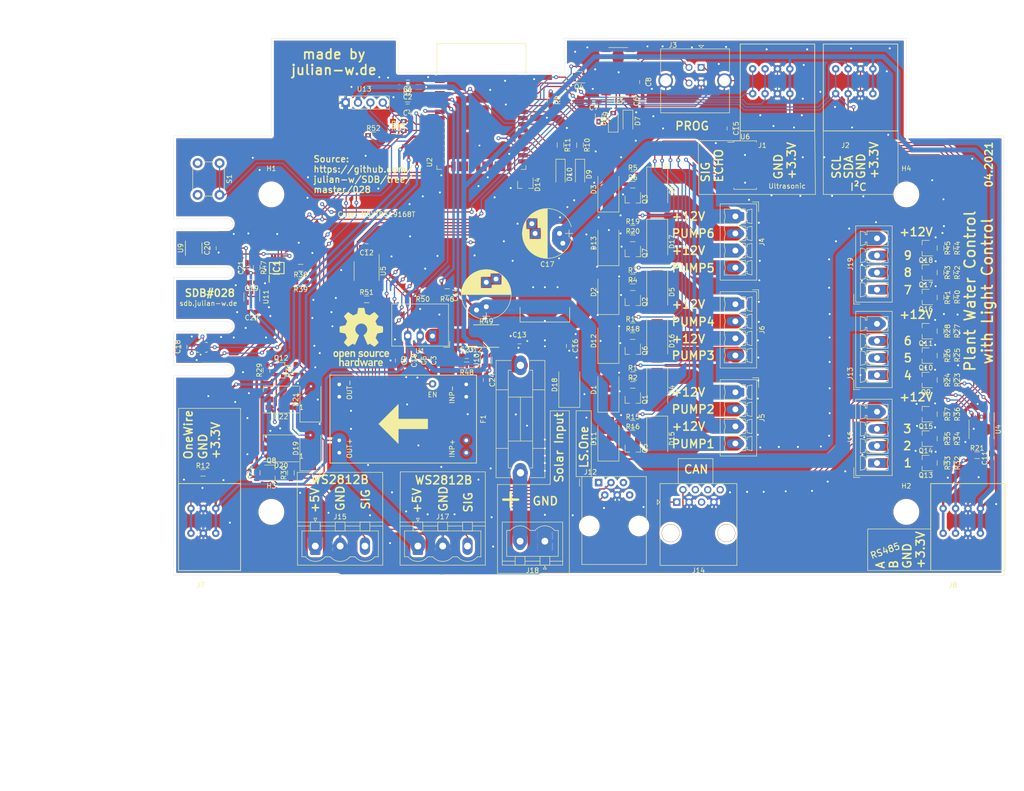
<source format=kicad_pcb>
(kicad_pcb (version 20171130) (host pcbnew "(5.1.9)-1")
  (layers (0 F.Cu signal) (31 B.Cu signal) (34 B.Paste user) (35 F.Paste user) (36 B.SilkS user) (37 F.SilkS user) (38 B.Mask user) (39 F.Mask user) (44 Edge.Cuts user))
  (net 0 "")
  (net 1 +3V3)
  (net 2 GND)
  (net 3 +15V)
  (net 4 RESET)
  (net 5 +5V)
  (net 6 "Net-(C8-Pad1)")
  (net 7 +12V)
  (net 8 +1V8)
  (net 9 "Net-(C21-Pad2)")
  (net 10 I_LOAD)
  (net 11 "Net-(D1-Pad1)")
  (net 12 "Net-(D2-Pad1)")
  (net 13 "Net-(D3-Pad1)")
  (net 14 "Net-(D7-Pad1)")
  (net 15 USB_TX)
  (net 16 USB_RX)
  (net 17 "Net-(D8-Pad2)")
  (net 18 "Net-(D9-Pad1)")
  (net 19 "Net-(D10-Pad1)")
  (net 20 "Net-(D11-Pad1)")
  (net 21 "Net-(D12-Pad1)")
  (net 22 "Net-(D13-Pad1)")
  (net 23 "Net-(D14-Pad3)")
  (net 24 IO2)
  (net 25 IO0)
  (net 26 "Net-(D19-Pad1)")
  (net 27 WS2812_OUT2)
  (net 28 WS2812_IN2)
  (net 29 "Net-(D21-Pad1)")
  (net 30 WS2812_OUT1)
  (net 31 WS2812_IN1)
  (net 32 /SHUNT_LOAD_P)
  (net 33 "Net-(F1-Pad1)")
  (net 34 SCL)
  (net 35 SDA)
  (net 36 /SDA_1V8)
  (net 37 /SCL_1V8)
  (net 38 SONIC_ECHO)
  (net 39 SONIC_TRIG)
  (net 40 "Net-(J3-Pad3)")
  (net 41 "Net-(J3-Pad2)")
  (net 42 ONEWIRE)
  (net 43 RS485_B)
  (net 44 RS485_A)
  (net 45 LSONE_TX)
  (net 46 LSONE_RX)
  (net 47 "Net-(J13-Pad3)")
  (net 48 "Net-(J13-Pad2)")
  (net 49 "Net-(J13-Pad1)")
  (net 50 CANH)
  (net 51 CANL)
  (net 52 "Net-(J16-Pad3)")
  (net 53 "Net-(J16-Pad2)")
  (net 54 "Net-(J16-Pad1)")
  (net 55 "Net-(J19-Pad3)")
  (net 56 "Net-(J19-Pad2)")
  (net 57 "Net-(J19-Pad1)")
  (net 58 "Net-(Q1-Pad1)")
  (net 59 "Net-(Q2-Pad1)")
  (net 60 "Net-(Q3-Pad1)")
  (net 61 "Net-(Q4-Pad2)")
  (net 62 "Net-(Q4-Pad1)")
  (net 63 "Net-(Q5-Pad1)")
  (net 64 "Net-(Q6-Pad1)")
  (net 65 "Net-(Q7-Pad1)")
  (net 66 "Net-(Q9-Pad1)")
  (net 67 "Net-(Q10-Pad1)")
  (net 68 "Net-(Q11-Pad1)")
  (net 69 "Net-(Q13-Pad1)")
  (net 70 "Net-(Q14-Pad1)")
  (net 71 "Net-(Q15-Pad1)")
  (net 72 "Net-(Q16-Pad1)")
  (net 73 "Net-(Q17-Pad1)")
  (net 74 "Net-(Q18-Pad1)")
  (net 75 PUMP1)
  (net 76 PUMP2)
  (net 77 PUMP3)
  (net 78 LED1)
  (net 79 LED2)
  (net 80 PUMP4)
  (net 81 PUMP5)
  (net 82 PUMP6)
  (net 83 LED3)
  (net 84 LED4)
  (net 85 LED5)
  (net 86 LED6)
  (net 87 LED7)
  (net 88 LED8)
  (net 89 LED9)
  (net 90 V_LOAD)
  (net 91 "Net-(R48-Pad1)")
  (net 92 RS485_TX)
  (net 93 RS485_DIR)
  (net 94 RS485_RX)
  (net 95 CAN_R)
  (net 96 CAN_D)
  (net 97 5V_EN)
  (net 98 +5VP)
  (net 99 STAT1)
  (net 100 STAT2)
  (net 101 "Net-(R52-Pad1)")
  (module Button_Switch_THT:SW_PUSH_6mm_H13mm (layer F.Cu) (at 59.4 65.6 270)
    (fp_text reference S1 (at 3.25 -2 90) (layer F.SilkS))
    (fp_text value SWITCH-MOMENTARY-2SMD)
    (pad 1 thru_hole circle (at 6.5 0) (size 2 2) (drill 1.1) (layers *.Cu *.Mask) (net 101 "Net-(R52-Pad1)"))
    (pad 2 thru_hole circle (at 6.5 4.5) (size 2 2) (drill 1.1) (layers *.Cu *.Mask))
    (pad 1 thru_hole circle (at 0 0) (size 2 2) (drill 1.1) (layers *.Cu *.Mask) (net 101 "Net-(R52-Pad1)"))
    (pad 2 thru_hole circle (at 0 4.5) (size 2 2) (drill 1.1) (layers *.Cu *.Mask))
  )
  (module Resistors_SMD:R_0603_HandSoldering (layer F.Cu) (at 90.9 59.9)
    (fp_text reference R52 (at 0 -1.45) (layer F.SilkS))
    (fp_text value 10k)
    (pad 1 smd rect (at -1.1 0) (size 1.2 0.9) (layers F.Cu F.Paste F.Mask) (net 101 "Net-(R52-Pad1)"))
    (pad 2 smd rect (at 1.1 0) (size 1.2 0.9) (layers F.Cu F.Paste F.Mask) (net 1 +3V3))
  )
  (module Symbols:OSHW-Logo_11.4x12mm_SilkScreen (layer F.Cu) (at 88.4 101.2)
    (fp_text reference LOGO1 hide)
    (fp_text value OSHW-LOGOL hide)
  )
  (module LibreSolar:OLED_SSD1306_I2C_0.96 (layer F.Cu) (at 85.2 53.2)
    (fp_text reference U13 (at 3.81 -2.77) (layer F.SilkS))
    (fp_text value OLED_I2C)
    (pad 4 thru_hole oval (at 7.62 0 90) (size 1.7 1.7) (drill 1) (layers *.Cu *.Mask) (net 35 SDA))
    (pad 3 thru_hole oval (at 5.08 0 90) (size 1.7 1.7) (drill 1) (layers *.Cu *.Mask) (net 34 SCL))
    (pad 2 thru_hole oval (at 2.54 0 90) (size 1.7 1.7) (drill 1) (layers *.Cu *.Mask) (net 1 +3V3))
    (pad 1 thru_hole rect (at 0 0 90) (size 1.7 1.7) (drill 1) (layers *.Cu *.Mask) (net 2 GND))
  )
  (module Connector_Phoenix_MC:PhoenixContact_MCV_1,5_4-G-3.5_1x04_P3.50mm_Vertical (layer F.Cu) (at 194 91.5 90)
    (fp_text reference J19 (at 5.25 -5.45 90) (layer F.SilkS))
    (fp_text value Screw_Terminal_01x04)
    (pad 4 thru_hole oval (at 10.5 0 90) (size 1.8 3.6) (drill 1.2) (layers *.Cu *.Mask) (net 3 +15V))
    (pad 3 thru_hole oval (at 7 0 90) (size 1.8 3.6) (drill 1.2) (layers *.Cu *.Mask) (net 55 "Net-(J19-Pad3)"))
    (pad 2 thru_hole oval (at 3.5 0 90) (size 1.8 3.6) (drill 1.2) (layers *.Cu *.Mask) (net 56 "Net-(J19-Pad2)"))
    (pad 1 thru_hole roundrect (at 0 0 90) (size 1.8 3.6) (drill 1.2) (layers *.Cu *.Mask) (roundrect_rratio 0.1388888888888889) (net 57 "Net-(J19-Pad1)"))
  )
  (module Connector_Phoenix_MC:PhoenixContact_MCV_1,5_4-G-3.5_1x04_P3.50mm_Vertical (layer F.Cu) (at 194 127 90)
    (fp_text reference J16 (at 5.25 -5.45 90) (layer F.SilkS))
    (fp_text value Screw_Terminal_01x04)
    (pad 4 thru_hole oval (at 10.5 0 90) (size 1.8 3.6) (drill 1.2) (layers *.Cu *.Mask) (net 3 +15V))
    (pad 3 thru_hole oval (at 7 0 90) (size 1.8 3.6) (drill 1.2) (layers *.Cu *.Mask) (net 52 "Net-(J16-Pad3)"))
    (pad 2 thru_hole oval (at 3.5 0 90) (size 1.8 3.6) (drill 1.2) (layers *.Cu *.Mask) (net 53 "Net-(J16-Pad2)"))
    (pad 1 thru_hole roundrect (at 0 0 90) (size 1.8 3.6) (drill 1.2) (layers *.Cu *.Mask) (roundrect_rratio 0.1388888888888889) (net 54 "Net-(J16-Pad1)"))
  )
  (module Connector_Phoenix_MC:PhoenixContact_MCV_1,5_4-G-3.5_1x04_P3.50mm_Vertical (layer F.Cu) (at 194 109 90)
    (fp_text reference J13 (at 0.3 -5.5 90) (layer F.SilkS))
    (fp_text value Screw_Terminal_01x04)
    (pad 4 thru_hole oval (at 10.5 0 90) (size 1.8 3.6) (drill 1.2) (layers *.Cu *.Mask) (net 3 +15V))
    (pad 3 thru_hole oval (at 7 0 90) (size 1.8 3.6) (drill 1.2) (layers *.Cu *.Mask) (net 47 "Net-(J13-Pad3)"))
    (pad 2 thru_hole oval (at 3.5 0 90) (size 1.8 3.6) (drill 1.2) (layers *.Cu *.Mask) (net 48 "Net-(J13-Pad2)"))
    (pad 1 thru_hole roundrect (at 0 0 90) (size 1.8 3.6) (drill 1.2) (layers *.Cu *.Mask) (roundrect_rratio 0.1388888888888889) (net 49 "Net-(J13-Pad1)"))
  )
  (module Package_TO_SOT_SMD:SOT-363_SC-70-6 (layer F.Cu) (at 114 106 90)
    (fp_text reference U10 (at 0 -2 90) (layer F.SilkS))
    (fp_text value INA186)
    (pad 6 smd rect (at 0.95 -0.65 90) (size 0.65 0.4) (layers F.Cu F.Paste F.Mask) (net 91 "Net-(R48-Pad1)"))
    (pad 4 smd rect (at 0.95 0.65 90) (size 0.65 0.4) (layers F.Cu F.Paste F.Mask) (net 32 /SHUNT_LOAD_P))
    (pad 2 smd rect (at -0.95 0 90) (size 0.65 0.4) (layers F.Cu F.Paste F.Mask) (net 2 GND))
    (pad 5 smd rect (at 0.95 0 90) (size 0.65 0.4) (layers F.Cu F.Paste F.Mask) (net 3 +15V))
    (pad 3 smd rect (at -0.95 0.65 90) (size 0.65 0.4) (layers F.Cu F.Paste F.Mask) (net 1 +3V3))
    (pad 1 smd rect (at -0.95 -0.65 90) (size 0.65 0.4) (layers F.Cu F.Paste F.Mask) (net 2 GND))
  )
  (module Connector_Phoenix_MC:PhoenixContact_MCV_1,5_4-G-3.5_1x04_P3.50mm_Vertical (layer F.Cu) (at 165 94.48 270)
    (fp_text reference J6 (at 5.25 -5.45 90) (layer F.SilkS))
    (fp_text value Screw_Terminal_01x04)
    (pad 4 thru_hole oval (at 10.5 0 270) (size 1.8 3.6) (drill 1.2) (layers *.Cu *.Mask) (net 21 "Net-(D12-Pad1)"))
    (pad 3 thru_hole oval (at 7 0 270) (size 1.8 3.6) (drill 1.2) (layers *.Cu *.Mask) (net 7 +12V))
    (pad 2 thru_hole oval (at 3.5 0 270) (size 1.8 3.6) (drill 1.2) (layers *.Cu *.Mask) (net 12 "Net-(D2-Pad1)"))
    (pad 1 thru_hole roundrect (at 0 0 270) (size 1.8 3.6) (drill 1.2) (layers *.Cu *.Mask) (roundrect_rratio 0.1388888888888889) (net 7 +12V))
  )
  (module Connector_Phoenix_MC:PhoenixContact_MCV_1,5_4-G-3.5_1x04_P3.50mm_Vertical (layer F.Cu) (at 165 112.5 270)
    (fp_text reference J5 (at 5.25 -5.45 90) (layer F.SilkS))
    (fp_text value Screw_Terminal_01x04)
    (pad 4 thru_hole oval (at 10.5 0 270) (size 1.8 3.6) (drill 1.2) (layers *.Cu *.Mask) (net 20 "Net-(D11-Pad1)"))
    (pad 3 thru_hole oval (at 7 0 270) (size 1.8 3.6) (drill 1.2) (layers *.Cu *.Mask) (net 7 +12V))
    (pad 2 thru_hole oval (at 3.5 0 270) (size 1.8 3.6) (drill 1.2) (layers *.Cu *.Mask) (net 11 "Net-(D1-Pad1)"))
    (pad 1 thru_hole roundrect (at 0 0 270) (size 1.8 3.6) (drill 1.2) (layers *.Cu *.Mask) (roundrect_rratio 0.1388888888888889) (net 7 +12V))
  )
  (module Connector_Phoenix_MC:PhoenixContact_MCV_1,5_4-G-3.5_1x04_P3.50mm_Vertical (layer F.Cu) (at 165 76.5 270)
    (fp_text reference J4 (at 5.25 -5.45 90) (layer F.SilkS))
    (fp_text value Screw_Terminal_01x04)
    (pad 4 thru_hole oval (at 10.5 0 270) (size 1.8 3.6) (drill 1.2) (layers *.Cu *.Mask) (net 22 "Net-(D13-Pad1)"))
    (pad 3 thru_hole oval (at 7 0 270) (size 1.8 3.6) (drill 1.2) (layers *.Cu *.Mask) (net 7 +12V))
    (pad 2 thru_hole oval (at 3.5 0 270) (size 1.8 3.6) (drill 1.2) (layers *.Cu *.Mask) (net 13 "Net-(D3-Pad1)"))
    (pad 1 thru_hole roundrect (at 0 0 270) (size 1.8 3.6) (drill 1.2) (layers *.Cu *.Mask) (roundrect_rratio 0.1388888888888889) (net 7 +12V))
  )
  (module Resistors_SMD:R_0603_HandSoldering (layer F.Cu) (at 89.5 93.5)
    (fp_text reference R51 (at 0 -1.45) (layer F.SilkS))
    (fp_text value 120)
    (pad 1 smd rect (at -1.1 0) (size 1.2 0.9) (layers F.Cu F.Paste F.Mask) (net 51 CANL))
    (pad 2 smd rect (at 1.1 0) (size 1.2 0.9) (layers F.Cu F.Paste F.Mask) (net 50 CANH))
  )
  (module Connector_USB:USB_B_TE_5787834_Vertical (layer F.Cu) (at 158 46)
    (fp_text reference J3 (at -5.8 -4.55) (layer F.SilkS))
    (fp_text value USB_B)
    (pad 2 thru_hole circle (at -2.5 0) (size 1.4 1.4) (drill 0.92) (layers *.Cu *.Mask) (net 41 "Net-(J3-Pad2)"))
    (pad 5 thru_hole circle (at -7.27 2.71) (size 3 3) (drill 2.3) (layers *.Cu *.Mask) (net 2 GND))
    (pad 1 thru_hole rect (at 0 0) (size 1.4 1.4) (drill 0.92) (layers *.Cu *.Mask) (net 98 +5VP))
    (pad 3 thru_hole circle (at -2.5 3.2) (size 1.4 1.4) (drill 0.92) (layers *.Cu *.Mask) (net 40 "Net-(J3-Pad3)"))
    (pad 4 thru_hole circle (at 0 3.2) (size 1.4 1.4) (drill 0.92) (layers *.Cu *.Mask) (net 2 GND))
    (pad 5 thru_hole circle (at 4.77 2.71) (size 3 3) (drill 2.3) (layers *.Cu *.Mask) (net 2 GND))
  )
  (module Mounting_Holes:MountingHole_4.3mm_M4 (layer F.Cu) (at 200 72)
    (fp_text reference H4 (at 0 -5.3) (layer F.SilkS))
    (fp_text value MountingHole)
    (pad 1 np_thru_hole circle (at 0 0) (size 4.3 4.3) (drill 4.3) (layers *.Cu *.Mask))
  )
  (module Mounting_Holes:MountingHole_4.3mm_M4 (layer F.Cu) (at 70 137)
    (fp_text reference H3 (at 0 -5.3) (layer F.SilkS))
    (fp_text value MountingHole)
    (pad 1 np_thru_hole circle (at 0 0) (size 4.3 4.3) (drill 4.3) (layers *.Cu *.Mask))
  )
  (module Mounting_Holes:MountingHole_4.3mm_M4 (layer F.Cu) (at 200 137)
    (fp_text reference H2 (at 0 -5.3) (layer F.SilkS))
    (fp_text value MountingHole)
    (pad 1 np_thru_hole circle (at 0 0) (size 4.3 4.3) (drill 4.3) (layers *.Cu *.Mask))
  )
  (module Mounting_Holes:MountingHole_4.3mm_M4 (layer F.Cu) (at 70 72)
    (fp_text reference H1 (at 0 -5.3) (layer F.SilkS))
    (fp_text value MountingHole)
    (pad 1 np_thru_hole circle (at 0 0) (size 4.3 4.3) (drill 4.3) (layers *.Cu *.Mask))
  )
  (module 1043:5V5A (layer F.Cu) (at 112 109 180)
    (fp_text reference U12 (at 0.3 5.2) (layer F.SilkS))
    (fp_text value 5V5A)
    (fp_text user OUT- (at 26 -3 90) (layer F.SilkS))
    (fp_text user OUT+ (at 26 -15 90) (layer F.SilkS))
    (fp_text user INP- (at 5 -4 90) (layer F.SilkS))
    (fp_text user INP+ (at 5 -15 90) (layer F.SilkS))
    (fp_text user EN (at 9 -4) (layer F.SilkS))
    (pad 5 thru_hole circle (at 9 -1.8 180) (size 1.524 1.524) (drill 0.762) (layers *.Cu *.Mask) (net 97 5V_EN))
    (pad 3 thru_hole circle (at 28.1 -15.9 180) (size 1.524 1.524) (drill 0.762) (layers *.Cu *.Mask) (net 5 +5V))
    (pad 3 thru_hole circle (at 28.1 -13.36 180) (size 1.524 1.524) (drill 0.762) (layers *.Cu *.Mask) (net 5 +5V))
    (pad 4 thru_hole circle (at 28.1 -4.44 180) (size 1.524 1.524) (drill 0.762) (layers *.Cu *.Mask) (net 2 GND))
    (pad 4 thru_hole circle (at 28.1 -1.9 180) (size 1.524 1.524) (drill 0.762) (layers *.Cu *.Mask) (net 2 GND))
    (pad 1 thru_hole circle (at 2.1 -15.9 180) (size 1.524 1.524) (drill 0.762) (layers *.Cu *.Mask) (net 3 +15V))
    (pad 1 thru_hole circle (at 2.1 -13.36 180) (size 1.524 1.524) (drill 0.762) (layers *.Cu *.Mask) (net 3 +15V))
    (pad 2 thru_hole circle (at 2.1 -4.44 180) (size 1.524 1.524) (drill 0.762) (layers *.Cu *.Mask) (net 2 GND))
    (pad 2 thru_hole circle (at 2.1 -1.9 180) (size 1.524 1.524) (drill 0.762) (layers *.Cu *.Mask) (net 2 GND))
  )
  (module Package_TO_SOT_SMD:SOT-23-5 (layer F.Cu) (at 66 93 270)
    (fp_text reference U11 (at 0 -2.9 90) (layer F.SilkS))
    (fp_text value MIC5504-1.8YM5)
    (pad 5 smd rect (at 1.1 -0.95 270) (size 1.06 0.65) (layers F.Cu F.Paste F.Mask) (net 8 +1V8))
    (pad 4 smd rect (at 1.1 0.95 270) (size 1.06 0.65) (layers F.Cu F.Paste F.Mask))
    (pad 3 smd rect (at -1.1 0.95 270) (size 1.06 0.65) (layers F.Cu F.Paste F.Mask) (net 1 +3V3))
    (pad 2 smd rect (at -1.1 0 270) (size 1.06 0.65) (layers F.Cu F.Paste F.Mask) (net 2 GND))
    (pad 1 smd rect (at -1.1 -0.95 270) (size 1.06 0.65) (layers F.Cu F.Paste F.Mask) (net 1 +3V3))
  )
  (module Package_SON:Texas_PWSON-N6 (layer F.Cu) (at 54.1 83 90)
    (fp_text reference U9 (at 0 -2.67 90) (layer F.SilkS))
    (fp_text value HDC1080)
    (pad 6 smd rect (at 1.4 -0.95 90) (size 0.6 0.4) (layers F.Cu F.Paste F.Mask) (net 34 SCL))
    (pad 5 smd rect (at 1.4 0 90) (size 0.6 0.4) (layers F.Cu F.Paste F.Mask) (net 1 +3V3))
    (pad 4 smd rect (at 1.4 0.95 90) (size 0.6 0.4) (layers F.Cu F.Paste F.Mask))
    (pad 3 smd rect (at -1.4 0.95 90) (size 0.6 0.4) (layers F.Cu F.Paste F.Mask))
    (pad 2 smd rect (at -1.4 0 90) (size 0.6 0.4) (layers F.Cu F.Paste F.Mask) (net 2 GND))
    (pad 1 smd rect (at -1.4 -0.95 90) (size 0.6 0.4) (layers F.Cu F.Paste F.Mask) (net 35 SDA))
    (pad 7 smd rect (at 0 0 90) (size 1.5 2.4) (layers F.Cu F.Paste F.Mask))
  )
  (module BMP388:PQFN50P200X200X80-10N (layer F.Cu) (at 55.8 103.3 90)
    (fp_text reference U8 (at -0.284383 -1.605376 90) (layer F.SilkS) (effects (font (size 0.320434 0.320434) (thickness 0.015))))
    (fp_text value BMP388)
    (pad 10 smd rect (at -0.5 -0.765 90) (size 0.35 0.38) (layers F.Cu F.Paste F.Mask) (net 8 +1V8))
    (pad 9 smd rect (at 0 -0.765 90) (size 0.35 0.38) (layers F.Cu F.Paste F.Mask) (net 2 GND))
    (pad 8 smd rect (at 0.5 -0.765 90) (size 0.35 0.38) (layers F.Cu F.Paste F.Mask) (net 2 GND))
    (pad 7 smd rect (at 0.765 -0.25 90) (size 0.35 0.38) (layers F.Cu F.Paste F.Mask))
    (pad 6 smd rect (at 0.765 0.25 90) (size 0.35 0.38) (layers F.Cu F.Paste F.Mask) (net 8 +1V8))
    (pad 5 smd rect (at 0.5 0.765 90) (size 0.35 0.38) (layers F.Cu F.Paste F.Mask) (net 2 GND))
    (pad 4 smd rect (at 0 0.765 90) (size 0.35 0.38) (layers F.Cu F.Paste F.Mask) (net 36 /SDA_1V8))
    (pad 3 smd rect (at -0.5 0.765 90) (size 0.35 0.38) (layers F.Cu F.Paste F.Mask) (net 2 GND))
    (pad 2 smd rect (at -0.765 0.25 90) (size 0.35 0.38) (layers F.Cu F.Paste F.Mask) (net 37 /SCL_1V8))
    (pad 1 smd rect (at -0.765 -0.25 90) (size 0.35 0.38) (layers F.Cu F.Paste F.Mask) (net 8 +1V8))
  )
  (module TO254P1524X483-4N:TO254P1524X483-4N (layer F.Cu) (at 126 95.48 90)
    (fp_text reference U7 (at -0.825 -6.635 90) (layer F.SilkS) (effects (font (thickness 0.015))))
    (fp_text value LM2940S-12_NOPB)
    (pad 4 smd rect (at 4.48 0 90) (size 7.62 10.84) (layers F.Cu F.Mask) (net 2 GND))
    (pad 3 smd rect (at -6.4 2.54 90) (size 3.79 0.99) (layers F.Cu F.Paste F.Mask) (net 7 +12V))
    (pad 2 smd rect (at -6.4 0 90) (size 3.79 0.99) (layers F.Cu F.Paste F.Mask) (net 2 GND))
    (pad 1 smd rect (at -6.4 -2.54 90) (size 3.79 0.99) (layers F.Cu F.Paste F.Mask) (net 3 +15V))
  )
  (module Package_SO:TSSOP-28_4.4x9.7mm_P0.65mm (layer F.Cu) (at 167 66)
    (fp_text reference U6 (at 0 -5.8) (layer F.SilkS))
    (fp_text value PCA9685PW)
    (pad 28 smd roundrect (at 2.8625 -4.225) (size 1.475 0.4) (layers F.Cu F.Paste F.Mask) (net 1 +3V3))
    (pad 27 smd roundrect (at 2.8625 -3.575) (size 1.475 0.4) (layers F.Cu F.Paste F.Mask) (net 35 SDA))
    (pad 26 smd roundrect (at 2.8625 -2.925) (size 1.475 0.4) (layers F.Cu F.Paste F.Mask) (net 34 SCL))
    (pad 25 smd roundrect (at 2.8625 -2.275) (size 1.475 0.4) (layers F.Cu F.Paste F.Mask))
    (pad 24 smd roundrect (at 2.8625 -1.625) (size 1.475 0.4) (layers F.Cu F.Paste F.Mask) (net 2 GND))
    (pad 23 smd roundrect (at 2.8625 -0.975) (size 1.475 0.4) (layers F.Cu F.Paste F.Mask))
    (pad 22 smd roundrect (at 2.8625 -0.325) (size 1.475 0.4) (layers F.Cu F.Paste F.Mask) (net 84 LED4))
    (pad 21 smd roundrect (at 2.8625 0.325) (size 1.475 0.4) (layers F.Cu F.Paste F.Mask) (net 85 LED5))
    (pad 20 smd roundrect (at 2.8625 0.975) (size 1.475 0.4) (layers F.Cu F.Paste F.Mask) (net 86 LED6))
    (pad 19 smd roundrect (at 2.8625 1.625) (size 1.475 0.4) (layers F.Cu F.Paste F.Mask) (net 78 LED1))
    (pad 18 smd roundrect (at 2.8625 2.275) (size 1.475 0.4) (layers F.Cu F.Paste F.Mask) (net 79 LED2))
    (pad 17 smd roundrect (at 2.8625 2.925) (size 1.475 0.4) (layers F.Cu F.Paste F.Mask) (net 83 LED3))
    (pad 16 smd roundrect (at 2.8625 3.575) (size 1.475 0.4) (layers F.Cu F.Paste F.Mask) (net 87 LED7))
    (pad 15 smd roundrect (at 2.8625 4.225) (size 1.475 0.4) (layers F.Cu F.Paste F.Mask) (net 88 LED8))
    (pad 14 smd roundrect (at -2.8625 4.225) (size 1.475 0.4) (layers F.Cu F.Paste F.Mask) (net 2 GND))
    (pad 13 smd roundrect (at -2.8625 3.575) (size 1.475 0.4) (layers F.Cu F.Paste F.Mask) (net 89 LED9))
    (pad 12 smd roundrect (at -2.8625 2.925) (size 1.475 0.4) (layers F.Cu F.Paste F.Mask))
    (pad 11 smd roundrect (at -2.8625 2.275) (size 1.475 0.4) (layers F.Cu F.Paste F.Mask) (net 80 PUMP4))
    (pad 10 smd roundrect (at -2.8625 1.625) (size 1.475 0.4) (layers F.Cu F.Paste F.Mask) (net 75 PUMP1))
    (pad 9 smd roundrect (at -2.8625 0.975) (size 1.475 0.4) (layers F.Cu F.Paste F.Mask) (net 81 PUMP5))
    (pad 8 smd roundrect (at -2.8625 0.325) (size 1.475 0.4) (layers F.Cu F.Paste F.Mask) (net 76 PUMP2))
    (pad 7 smd roundrect (at -2.8625 -0.325) (size 1.475 0.4) (layers F.Cu F.Paste F.Mask) (net 82 PUMP6))
    (pad 6 smd roundrect (at -2.8625 -0.975) (size 1.475 0.4) (layers F.Cu F.Paste F.Mask) (net 77 PUMP3))
    (pad 5 smd roundrect (at -2.8625 -1.625) (size 1.475 0.4) (layers F.Cu F.Paste F.Mask) (net 2 GND))
    (pad 4 smd roundrect (at -2.8625 -2.275) (size 1.475 0.4) (layers F.Cu F.Paste F.Mask) (net 2 GND))
    (pad 3 smd roundrect (at -2.8625 -2.925) (size 1.475 0.4) (layers F.Cu F.Paste F.Mask) (net 2 GND))
    (pad 2 smd roundrect (at -2.8625 -3.575) (size 1.475 0.4) (layers F.Cu F.Paste F.Mask) (net 2 GND))
    (pad 1 smd roundrect (at -2.8625 -4.225) (size 1.475 0.4) (layers F.Cu F.Paste F.Mask) (net 2 GND))
  )
  (module Package_SO:SOIC-8_3.9x4.9mm_P1.27mm (layer F.Cu) (at 89.5 87.7 270)
    (fp_text reference U5 (at 0 -3.4 90) (layer F.SilkS))
    (fp_text value SN65HVD232)
    (pad 8 smd roundrect (at 2.475 -1.905 270) (size 1.95 0.6) (layers F.Cu F.Paste F.Mask))
    (pad 7 smd roundrect (at 2.475 -0.635 270) (size 1.95 0.6) (layers F.Cu F.Paste F.Mask) (net 50 CANH))
    (pad 6 smd roundrect (at 2.475 0.635 270) (size 1.95 0.6) (layers F.Cu F.Paste F.Mask) (net 51 CANL))
    (pad 5 smd roundrect (at 2.475 1.905 270) (size 1.95 0.6) (layers F.Cu F.Paste F.Mask))
    (pad 4 smd roundrect (at -2.475 1.905 270) (size 1.95 0.6) (layers F.Cu F.Paste F.Mask) (net 95 CAN_R))
    (pad 3 smd roundrect (at -2.475 0.635 270) (size 1.95 0.6) (layers F.Cu F.Paste F.Mask) (net 1 +3V3))
    (pad 2 smd roundrect (at -2.475 -0.635 270) (size 1.95 0.6) (layers F.Cu F.Paste F.Mask) (net 2 GND))
    (pad 1 smd roundrect (at -2.475 -1.905 270) (size 1.95 0.6) (layers F.Cu F.Paste F.Mask) (net 96 CAN_D))
  )
  (module Package_SO:SOIC-8_3.9x4.9mm_P1.27mm (layer F.Cu) (at 215.4 120.1 270)
    (fp_text reference U4 (at 0 -3.4 90) (layer F.SilkS))
    (fp_text value MAX14783ExS)
    (pad 8 smd roundrect (at 2.475 -1.905 270) (size 1.95 0.6) (layers F.Cu F.Paste F.Mask) (net 1 +3V3))
    (pad 7 smd roundrect (at 2.475 -0.635 270) (size 1.95 0.6) (layers F.Cu F.Paste F.Mask) (net 44 RS485_A))
    (pad 6 smd roundrect (at 2.475 0.635 270) (size 1.95 0.6) (layers F.Cu F.Paste F.Mask) (net 43 RS485_B))
    (pad 5 smd roundrect (at 2.475 1.905 270) (size 1.95 0.6) (layers F.Cu F.Paste F.Mask) (net 2 GND))
    (pad 4 smd roundrect (at -2.475 1.905 270) (size 1.95 0.6) (layers F.Cu F.Paste F.Mask) (net 92 RS485_TX))
    (pad 3 smd roundrect (at -2.475 0.635 270) (size 1.95 0.6) (layers F.Cu F.Paste F.Mask) (net 93 RS485_DIR))
    (pad 2 smd roundrect (at -2.475 -0.635 270) (size 1.95 0.6) (layers F.Cu F.Paste F.Mask) (net 93 RS485_DIR))
    (pad 1 smd roundrect (at -2.475 -1.905 270) (size 1.95 0.6) (layers F.Cu F.Paste F.Mask) (net 94 RS485_RX))
  )
  (module Package_SO:SOIC-16_3.9x9.9mm_P1.27mm (layer F.Cu) (at 141 47 180)
    (fp_text reference U3 (at 0 -5.9) (layer F.SilkS))
    (fp_text value CH340C)
    (pad 16 smd roundrect (at 2.475 -4.445 180) (size 1.95 0.6) (layers F.Cu F.Paste F.Mask) (net 98 +5VP))
    (pad 15 smd roundrect (at 2.475 -3.175 180) (size 1.95 0.6) (layers F.Cu F.Paste F.Mask))
    (pad 14 smd roundrect (at 2.475 -1.905 180) (size 1.95 0.6) (layers F.Cu F.Paste F.Mask) (net 62 "Net-(Q4-Pad1)"))
    (pad 13 smd roundrect (at 2.475 -0.635 180) (size 1.95 0.6) (layers F.Cu F.Paste F.Mask) (net 61 "Net-(Q4-Pad2)"))
    (pad 12 smd roundrect (at 2.475 0.635 180) (size 1.95 0.6) (layers F.Cu F.Paste F.Mask))
    (pad 11 smd roundrect (at 2.475 1.905 180) (size 1.95 0.6) (layers F.Cu F.Paste F.Mask))
    (pad 10 smd roundrect (at 2.475 3.175 180) (size 1.95 0.6) (layers F.Cu F.Paste F.Mask))
    (pad 9 smd roundrect (at 2.475 4.445 180) (size 1.95 0.6) (layers F.Cu F.Paste F.Mask))
    (pad 8 smd roundrect (at -2.475 4.445 180) (size 1.95 0.6) (layers F.Cu F.Paste F.Mask))
    (pad 7 smd roundrect (at -2.475 3.175 180) (size 1.95 0.6) (layers F.Cu F.Paste F.Mask))
    (pad 6 smd roundrect (at -2.475 1.905 180) (size 1.95 0.6) (layers F.Cu F.Paste F.Mask) (net 41 "Net-(J3-Pad2)"))
    (pad 5 smd roundrect (at -2.475 0.635 180) (size 1.95 0.6) (layers F.Cu F.Paste F.Mask) (net 40 "Net-(J3-Pad3)"))
    (pad 4 smd roundrect (at -2.475 -0.635 180) (size 1.95 0.6) (layers F.Cu F.Paste F.Mask) (net 6 "Net-(C8-Pad1)"))
    (pad 3 smd roundrect (at -2.475 -1.905 180) (size 1.95 0.6) (layers F.Cu F.Paste F.Mask) (net 17 "Net-(D8-Pad2)"))
    (pad 2 smd roundrect (at -2.475 -3.175 180) (size 1.95 0.6) (layers F.Cu F.Paste F.Mask) (net 14 "Net-(D7-Pad1)"))
    (pad 1 smd roundrect (at -2.475 -4.445 180) (size 1.95 0.6) (layers F.Cu F.Paste F.Mask) (net 2 GND))
  )
  (module RF_Module:ESP32-WROOM-32 (layer F.Cu) (at 113 57)
    (fp_text reference U2 (at -10.61 8.43 90) (layer F.SilkS))
    (fp_text value ESP32-WROOM-32)
    (pad 38 smd rect (at 8.5 -8.255) (size 2 0.9) (layers F.Cu F.Paste F.Mask) (net 2 GND))
    (pad 37 smd rect (at 8.5 -6.985) (size 2 0.9) (layers F.Cu F.Paste F.Mask) (net 39 SONIC_TRIG))
    (pad 36 smd rect (at 8.5 -5.715) (size 2 0.9) (layers F.Cu F.Paste F.Mask) (net 38 SONIC_ECHO))
    (pad 35 smd rect (at 8.5 -4.445) (size 2 0.9) (layers F.Cu F.Paste F.Mask) (net 16 USB_RX))
    (pad 34 smd rect (at 8.5 -3.175) (size 2 0.9) (layers F.Cu F.Paste F.Mask) (net 15 USB_TX))
    (pad 33 smd rect (at 8.5 -1.905) (size 2 0.9) (layers F.Cu F.Paste F.Mask) (net 99 STAT1))
    (pad 32 smd rect (at 8.5 -0.635) (size 2 0.9) (layers F.Cu F.Paste F.Mask))
    (pad 31 smd rect (at 8.5 0.635) (size 2 0.9) (layers F.Cu F.Paste F.Mask) (net 100 STAT2))
    (pad 30 smd rect (at 8.5 1.905) (size 2 0.9) (layers F.Cu F.Paste F.Mask) (net 94 RS485_RX))
    (pad 29 smd rect (at 8.5 3.175) (size 2 0.9) (layers F.Cu F.Paste F.Mask) (net 93 RS485_DIR))
    (pad 28 smd rect (at 8.5 4.445) (size 2 0.9) (layers F.Cu F.Paste F.Mask) (net 92 RS485_TX))
    (pad 27 smd rect (at 8.5 5.715) (size 2 0.9) (layers F.Cu F.Paste F.Mask) (net 96 CAN_D))
    (pad 26 smd rect (at 8.5 6.985) (size 2 0.9) (layers F.Cu F.Paste F.Mask) (net 95 CAN_R))
    (pad 25 smd rect (at 8.5 8.255) (size 2 0.9) (layers F.Cu F.Paste F.Mask) (net 25 IO0))
    (pad 24 smd rect (at 5.715 9.255 90) (size 2 0.9) (layers F.Cu F.Paste F.Mask) (net 24 IO2))
    (pad 23 smd rect (at 4.445 9.255 90) (size 2 0.9) (layers F.Cu F.Paste F.Mask))
    (pad 22 smd rect (at 3.175 9.255 90) (size 2 0.9) (layers F.Cu F.Paste F.Mask))
    (pad 21 smd rect (at 1.905 9.255 90) (size 2 0.9) (layers F.Cu F.Paste F.Mask))
    (pad 20 smd rect (at 0.635 9.255 90) (size 2 0.9) (layers F.Cu F.Paste F.Mask))
    (pad 19 smd rect (at -0.635 9.255 90) (size 2 0.9) (layers F.Cu F.Paste F.Mask))
    (pad 18 smd rect (at -1.905 9.255 90) (size 2 0.9) (layers F.Cu F.Paste F.Mask))
    (pad 17 smd rect (at -3.175 9.255 90) (size 2 0.9) (layers F.Cu F.Paste F.Mask))
    (pad 16 smd rect (at -4.445 9.255 90) (size 2 0.9) (layers F.Cu F.Paste F.Mask))
    (pad 15 smd rect (at -5.715 9.255 90) (size 2 0.9) (layers F.Cu F.Paste F.Mask) (net 2 GND))
    (pad 14 smd rect (at -8.5 8.255) (size 2 0.9) (layers F.Cu F.Paste F.Mask) (net 46 LSONE_RX))
    (pad 13 smd rect (at -8.5 6.985) (size 2 0.9) (layers F.Cu F.Paste F.Mask) (net 45 LSONE_TX))
    (pad 12 smd rect (at -8.5 5.715) (size 2 0.9) (layers F.Cu F.Paste F.Mask) (net 31 WS2812_IN1))
    (pad 11 smd rect (at -8.5 4.445) (size 2 0.9) (layers F.Cu F.Paste F.Mask) (net 28 WS2812_IN2))
    (pad 10 smd rect (at -8.5 3.175) (size 2 0.9) (layers F.Cu F.Paste F.Mask) (net 42 ONEWIRE))
    (pad 9 smd rect (at -8.5 1.905) (size 2 0.9) (layers F.Cu F.Paste F.Mask) (net 34 SCL))
    (pad 8 smd rect (at -8.5 0.635) (size 2 0.9) (layers F.Cu F.Paste F.Mask) (net 35 SDA))
    (pad 7 smd rect (at -8.5 -0.635) (size 2 0.9) (layers F.Cu F.Paste F.Mask) (net 101 "Net-(R52-Pad1)"))
    (pad 6 smd rect (at -8.5 -1.905) (size 2 0.9) (layers F.Cu F.Paste F.Mask) (net 97 5V_EN))
    (pad 5 smd rect (at -8.5 -3.175) (size 2 0.9) (layers F.Cu F.Paste F.Mask) (net 90 V_LOAD))
    (pad 4 smd rect (at -8.5 -4.445) (size 2 0.9) (layers F.Cu F.Paste F.Mask) (net 10 I_LOAD))
    (pad 3 smd rect (at -8.5 -5.715) (size 2 0.9) (layers F.Cu F.Paste F.Mask) (net 4 RESET))
    (pad 2 smd rect (at -8.5 -6.985) (size 2 0.9) (layers F.Cu F.Paste F.Mask) (net 1 +3V3))
    (pad 1 smd rect (at -8.5 -8.255) (size 2 0.9) (layers F.Cu F.Paste F.Mask) (net 2 GND))
    (pad 39 smd rect (at -1 -0.755) (size 5 5) (layers F.Cu F.Paste F.Mask) (net 2 GND))
  )
  (module Converter_DCDC:Converter_DCDC_RECOM_R-78HB-0.5_THT (layer F.Cu) (at 103 101 180)
    (fp_text reference U1 (at 2.54 -3.06) (layer F.SilkS))
    (fp_text value R-78HB3.3-0.5)
    (pad 3 thru_hole oval (at 5.08 0 180) (size 1.5 2.3) (drill 1) (layers *.Cu *.Mask) (net 1 +3V3))
    (pad 2 thru_hole oval (at 2.54 0 180) (size 1.5 2.3) (drill 1) (layers *.Cu *.Mask) (net 2 GND))
    (pad 1 thru_hole rect (at 0 0 180) (size 1.5 2.3) (drill 1) (layers *.Cu *.Mask) (net 3 +15V))
  )
  (module Resistors_SMD:R_0603_HandSoldering (layer F.Cu) (at 101 92 180)
    (fp_text reference R50 (at 0 -1.45) (layer F.SilkS))
    (fp_text value 20k)
    (pad 1 smd rect (at -1.1 0 180) (size 1.2 0.9) (layers F.Cu F.Paste F.Mask) (net 90 V_LOAD))
    (pad 2 smd rect (at 1.1 0 180) (size 1.2 0.9) (layers F.Cu F.Paste F.Mask) (net 2 GND))
  )
  (module LibreSolar:R_Bourns_CRE2512 (layer F.Cu) (at 114 101)
    (fp_text reference R49 (at 0 -3) (layer F.SilkS))
    (fp_text value 2m)
    (pad 2 smd rect (at 2.2 0) (size 3.1 4) (layers F.Cu F.Paste F.Mask) (net 32 /SHUNT_LOAD_P))
    (pad 1 smd rect (at -2.2 0) (size 3.1 4) (layers F.Cu F.Paste F.Mask) (net 3 +15V))
  )
  (module Resistors_SMD:R_0603_HandSoldering (layer F.Cu) (at 110 107 180)
    (fp_text reference R48 (at 0 -1.45) (layer F.SilkS))
    (fp_text value 2.2k)
    (pad 1 smd rect (at -1.1 0 180) (size 1.2 0.9) (layers F.Cu F.Paste F.Mask) (net 91 "Net-(R48-Pad1)"))
    (pad 2 smd rect (at 1.1 0 180) (size 1.2 0.9) (layers F.Cu F.Paste F.Mask) (net 10 I_LOAD))
  )
  (module Resistors_SMD:R_0603_HandSoldering (layer F.Cu) (at 67 87 270)
    (fp_text reference R47 (at 0 -1.45 90) (layer F.SilkS))
    (fp_text value 200k)
    (pad 1 smd rect (at -1.1 0 270) (size 1.2 0.9) (layers F.Cu F.Paste F.Mask) (net 9 "Net-(C21-Pad2)"))
    (pad 2 smd rect (at 1.1 0 270) (size 1.2 0.9) (layers F.Cu F.Paste F.Mask) (net 1 +3V3))
  )
  (module Resistors_SMD:R_0603_HandSoldering (layer F.Cu) (at 106 92 180)
    (fp_text reference R46 (at 0 -1.45) (layer F.SilkS))
    (fp_text value 200k)
    (pad 1 smd rect (at -1.1 0 180) (size 1.2 0.9) (layers F.Cu F.Paste F.Mask) (net 3 +15V))
    (pad 2 smd rect (at 1.1 0 180) (size 1.2 0.9) (layers F.Cu F.Paste F.Mask) (net 90 V_LOAD))
  )
  (module Resistors_SMD:R_0603_HandSoldering (layer F.Cu) (at 207 83 270)
    (fp_text reference R45 (at 0 -1.45 90) (layer F.SilkS))
    (fp_text value 10k)
    (pad 1 smd rect (at -1.1 0 270) (size 1.2 0.9) (layers F.Cu F.Paste F.Mask) (net 2 GND))
    (pad 2 smd rect (at 1.1 0 270) (size 1.2 0.9) (layers F.Cu F.Paste F.Mask) (net 74 "Net-(Q18-Pad1)"))
  )
  (module Resistors_SMD:R_0603_HandSoldering (layer F.Cu) (at 209 83 270)
    (fp_text reference R44 (at 0 -1.45 90) (layer F.SilkS))
    (fp_text value 100)
    (pad 1 smd rect (at -1.1 0 270) (size 1.2 0.9) (layers F.Cu F.Paste F.Mask) (net 89 LED9))
    (pad 2 smd rect (at 1.1 0 270) (size 1.2 0.9) (layers F.Cu F.Paste F.Mask) (net 74 "Net-(Q18-Pad1)"))
  )
  (module Resistors_SMD:R_0603_HandSoldering (layer F.Cu) (at 207 88 270)
    (fp_text reference R43 (at 0 -1.45 90) (layer F.SilkS))
    (fp_text value 10k)
    (pad 1 smd rect (at -1.1 0 270) (size 1.2 0.9) (layers F.Cu F.Paste F.Mask) (net 2 GND))
    (pad 2 smd rect (at 1.1 0 270) (size 1.2 0.9) (layers F.Cu F.Paste F.Mask) (net 73 "Net-(Q17-Pad1)"))
  )
  (module Resistors_SMD:R_0603_HandSoldering (layer F.Cu) (at 209 88 270)
    (fp_text reference R42 (at 0 -1.45 90) (layer F.SilkS))
    (fp_text value 100)
    (pad 1 smd rect (at -1.1 0 270) (size 1.2 0.9) (layers F.Cu F.Paste F.Mask) (net 88 LED8))
    (pad 2 smd rect (at 1.1 0 270) (size 1.2 0.9) (layers F.Cu F.Paste F.Mask) (net 73 "Net-(Q17-Pad1)"))
  )
  (module Resistors_SMD:R_0603_HandSoldering (layer F.Cu) (at 207 93.1 270)
    (fp_text reference R41 (at 0 -1.45 90) (layer F.SilkS))
    (fp_text value 10k)
    (pad 1 smd rect (at -1.1 0 270) (size 1.2 0.9) (layers F.Cu F.Paste F.Mask) (net 2 GND))
    (pad 2 smd rect (at 1.1 0 270) (size 1.2 0.9) (layers F.Cu F.Paste F.Mask) (net 72 "Net-(Q16-Pad1)"))
  )
  (module Resistors_SMD:R_0603_HandSoldering (layer F.Cu) (at 209 93 270)
    (fp_text reference R40 (at 0 -1.45 90) (layer F.SilkS))
    (fp_text value 100)
    (pad 1 smd rect (at -1.1 0 270) (size 1.2 0.9) (layers F.Cu F.Paste F.Mask) (net 87 LED7))
    (pad 2 smd rect (at 1.1 0 270) (size 1.2 0.9) (layers F.Cu F.Paste F.Mask) (net 72 "Net-(Q16-Pad1)"))
  )
  (module Resistors_SMD:R_0603_HandSoldering (layer F.Cu) (at 76 90 180)
    (fp_text reference R39 (at 0 -1.45) (layer F.SilkS))
    (fp_text value 4.7k)
    (pad 1 smd rect (at -1.1 0 180) (size 1.2 0.9) (layers F.Cu F.Paste F.Mask) (net 8 +1V8))
    (pad 2 smd rect (at 1.1 0 180) (size 1.2 0.9) (layers F.Cu F.Paste F.Mask) (net 36 /SDA_1V8))
  )
  (module Resistors_SMD:R_0603_HandSoldering (layer F.Cu) (at 76 87 180)
    (fp_text reference R38 (at 0 -1.45) (layer F.SilkS))
    (fp_text value 4.7k)
    (pad 1 smd rect (at -1.1 0 180) (size 1.2 0.9) (layers F.Cu F.Paste F.Mask) (net 8 +1V8))
    (pad 2 smd rect (at 1.1 0 180) (size 1.2 0.9) (layers F.Cu F.Paste F.Mask) (net 37 /SCL_1V8))
  )
  (module Resistors_SMD:R_0603_HandSoldering (layer F.Cu) (at 207 117 270)
    (fp_text reference R37 (at 0 -1.45 90) (layer F.SilkS))
    (fp_text value 10k)
    (pad 1 smd rect (at -1.1 0 270) (size 1.2 0.9) (layers F.Cu F.Paste F.Mask) (net 2 GND))
    (pad 2 smd rect (at 1.1 0 270) (size 1.2 0.9) (layers F.Cu F.Paste F.Mask) (net 71 "Net-(Q15-Pad1)"))
  )
  (module Resistors_SMD:R_0603_HandSoldering (layer F.Cu) (at 209 117 270)
    (fp_text reference R36 (at 0 -1.45 90) (layer F.SilkS))
    (fp_text value 100)
    (pad 1 smd rect (at -1.1 0 270) (size 1.2 0.9) (layers F.Cu F.Paste F.Mask) (net 86 LED6))
    (pad 2 smd rect (at 1.1 0 270) (size 1.2 0.9) (layers F.Cu F.Paste F.Mask) (net 71 "Net-(Q15-Pad1)"))
  )
  (module Resistors_SMD:R_0603_HandSoldering (layer F.Cu) (at 207 122 270)
    (fp_text reference R35 (at 0 -1.45 90) (layer F.SilkS))
    (fp_text value 10k)
    (pad 1 smd rect (at -1.1 0 270) (size 1.2 0.9) (layers F.Cu F.Paste F.Mask) (net 2 GND))
    (pad 2 smd rect (at 1.1 0 270) (size 1.2 0.9) (layers F.Cu F.Paste F.Mask) (net 70 "Net-(Q14-Pad1)"))
  )
  (module Resistors_SMD:R_0603_HandSoldering (layer F.Cu) (at 209 122 270)
    (fp_text reference R34 (at 0 -1.45 90) (layer F.SilkS))
    (fp_text value 100)
    (pad 1 smd rect (at -1.1 0 270) (size 1.2 0.9) (layers F.Cu F.Paste F.Mask) (net 85 LED5))
    (pad 2 smd rect (at 1.1 0 270) (size 1.2 0.9) (layers F.Cu F.Paste F.Mask) (net 70 "Net-(Q14-Pad1)"))
  )
  (module Resistors_SMD:R_0603_HandSoldering (layer F.Cu) (at 207 127 270)
    (fp_text reference R33 (at 0 -1.45 90) (layer F.SilkS))
    (fp_text value 10k)
    (pad 1 smd rect (at -1.1 0 270) (size 1.2 0.9) (layers F.Cu F.Paste F.Mask) (net 2 GND))
    (pad 2 smd rect (at 1.1 0 270) (size 1.2 0.9) (layers F.Cu F.Paste F.Mask) (net 69 "Net-(Q13-Pad1)"))
  )
  (module Resistors_SMD:R_0603_HandSoldering (layer F.Cu) (at 209 127 270)
    (fp_text reference R32 (at 0 -1.45 90) (layer F.SilkS))
    (fp_text value 100)
    (pad 1 smd rect (at -1.1 0 270) (size 1.2 0.9) (layers F.Cu F.Paste F.Mask) (net 84 LED4))
    (pad 2 smd rect (at 1.1 0 270) (size 1.2 0.9) (layers F.Cu F.Paste F.Mask) (net 69 "Net-(Q13-Pad1)"))
  )
  (module Resistors_SMD:R_0603_HandSoldering (layer F.Cu) (at 75 108 90)
    (fp_text reference R31 (at 0 -1.45 90) (layer F.SilkS))
    (fp_text value 10k)
    (pad 1 smd rect (at -1.1 0 90) (size 1.2 0.9) (layers F.Cu F.Paste F.Mask) (net 30 WS2812_OUT1))
    (pad 2 smd rect (at 1.1 0 90) (size 1.2 0.9) (layers F.Cu F.Paste F.Mask) (net 5 +5V))
  )
  (module Resistors_SMD:R_0603_HandSoldering (layer F.Cu) (at 74 129 90)
    (fp_text reference R30 (at 0 -1.45 90) (layer F.SilkS))
    (fp_text value 10k)
    (pad 1 smd rect (at -1.1 0 90) (size 1.2 0.9) (layers F.Cu F.Paste F.Mask) (net 27 WS2812_OUT2))
    (pad 2 smd rect (at 1.1 0 90) (size 1.2 0.9) (layers F.Cu F.Paste F.Mask) (net 5 +5V))
  )
  (module Resistors_SMD:R_0603_HandSoldering (layer F.Cu) (at 69 108 90)
    (fp_text reference R29 (at 0 -1.45 90) (layer F.SilkS))
    (fp_text value 10k)
    (pad 1 smd rect (at -1.1 0 90) (size 1.2 0.9) (layers F.Cu F.Paste F.Mask) (net 31 WS2812_IN1))
    (pad 2 smd rect (at 1.1 0 90) (size 1.2 0.9) (layers F.Cu F.Paste F.Mask) (net 1 +3V3))
  )
  (module Resistors_SMD:R_0603_HandSoldering (layer F.Cu) (at 207 100 270)
    (fp_text reference R28 (at 0 -1.45 90) (layer F.SilkS))
    (fp_text value 10k)
    (pad 1 smd rect (at -1.1 0 270) (size 1.2 0.9) (layers F.Cu F.Paste F.Mask) (net 2 GND))
    (pad 2 smd rect (at 1.1 0 270) (size 1.2 0.9) (layers F.Cu F.Paste F.Mask) (net 68 "Net-(Q11-Pad1)"))
  )
  (module Resistors_SMD:R_0603_HandSoldering (layer F.Cu) (at 209 100 270)
    (fp_text reference R27 (at 0 -1.45 90) (layer F.SilkS))
    (fp_text value 100)
    (pad 1 smd rect (at -1.1 0 270) (size 1.2 0.9) (layers F.Cu F.Paste F.Mask) (net 83 LED3))
    (pad 2 smd rect (at 1.1 0 270) (size 1.2 0.9) (layers F.Cu F.Paste F.Mask) (net 68 "Net-(Q11-Pad1)"))
  )
  (module Resistors_SMD:R_0603_HandSoldering (layer F.Cu) (at 207 105 270)
    (fp_text reference R26 (at 0 -1.45 90) (layer F.SilkS))
    (fp_text value 10k)
    (pad 1 smd rect (at -1.1 0 270) (size 1.2 0.9) (layers F.Cu F.Paste F.Mask) (net 2 GND))
    (pad 2 smd rect (at 1.1 0 270) (size 1.2 0.9) (layers F.Cu F.Paste F.Mask) (net 67 "Net-(Q10-Pad1)"))
  )
  (module Resistors_SMD:R_0603_HandSoldering (layer F.Cu) (at 209 104.9 270)
    (fp_text reference R25 (at 0 -1.45 90) (layer F.SilkS))
    (fp_text value 100)
    (pad 1 smd rect (at -1.1 0 270) (size 1.2 0.9) (layers F.Cu F.Paste F.Mask) (net 79 LED2))
    (pad 2 smd rect (at 1.1 0 270) (size 1.2 0.9) (layers F.Cu F.Paste F.Mask) (net 67 "Net-(Q10-Pad1)"))
  )
  (module Resistors_SMD:R_0603_HandSoldering (layer F.Cu) (at 207 110 270)
    (fp_text reference R24 (at 0 -1.45 90) (layer F.SilkS))
    (fp_text value 10k)
    (pad 1 smd rect (at -1.1 0 270) (size 1.2 0.9) (layers F.Cu F.Paste F.Mask) (net 2 GND))
    (pad 2 smd rect (at 1.1 0 270) (size 1.2 0.9) (layers F.Cu F.Paste F.Mask) (net 66 "Net-(Q9-Pad1)"))
  )
  (module Resistors_SMD:R_0603_HandSoldering (layer F.Cu) (at 209 110 270)
    (fp_text reference R23 (at 0 -1.45 90) (layer F.SilkS))
    (fp_text value 100)
    (pad 1 smd rect (at -1.1 0 270) (size 1.2 0.9) (layers F.Cu F.Paste F.Mask) (net 78 LED1))
    (pad 2 smd rect (at 1.1 0 270) (size 1.2 0.9) (layers F.Cu F.Paste F.Mask) (net 66 "Net-(Q9-Pad1)"))
  )
  (module Resistors_SMD:R_0603_HandSoldering (layer F.Cu) (at 67 129 90)
    (fp_text reference R22 (at 0 -1.45 90) (layer F.SilkS))
    (fp_text value 10k)
    (pad 1 smd rect (at -1.1 0 90) (size 1.2 0.9) (layers F.Cu F.Paste F.Mask) (net 28 WS2812_IN2))
    (pad 2 smd rect (at 1.1 0 90) (size 1.2 0.9) (layers F.Cu F.Paste F.Mask) (net 1 +3V3))
  )
  (module Resistors_SMD:R_0603_HandSoldering (layer F.Cu) (at 214.5 125.4)
    (fp_text reference R21 (at 0 -1.45) (layer F.SilkS))
    (fp_text value 120)
    (pad 1 smd rect (at -1.1 0) (size 1.2 0.9) (layers F.Cu F.Paste F.Mask) (net 43 RS485_B))
    (pad 2 smd rect (at 1.1 0) (size 1.2 0.9) (layers F.Cu F.Paste F.Mask) (net 44 RS485_A))
  )
  (module Resistors_SMD:R_0603_HandSoldering (layer F.Cu) (at 144 81)
    (fp_text reference R20 (at 0 -1.45) (layer F.SilkS))
    (fp_text value 10k)
    (pad 1 smd rect (at -1.1 0) (size 1.2 0.9) (layers F.Cu F.Paste F.Mask) (net 2 GND))
    (pad 2 smd rect (at 1.1 0) (size 1.2 0.9) (layers F.Cu F.Paste F.Mask) (net 65 "Net-(Q7-Pad1)"))
  )
  (module Resistors_SMD:R_0603_HandSoldering (layer F.Cu) (at 144 79)
    (fp_text reference R19 (at 0 -1.45) (layer F.SilkS))
    (fp_text value 100)
    (pad 1 smd rect (at -1.1 0) (size 1.2 0.9) (layers F.Cu F.Paste F.Mask) (net 82 PUMP6))
    (pad 2 smd rect (at 1.1 0) (size 1.2 0.9) (layers F.Cu F.Paste F.Mask) (net 65 "Net-(Q7-Pad1)"))
  )
  (module Resistors_SMD:R_0603_HandSoldering (layer F.Cu) (at 144 101)
    (fp_text reference R18 (at 0 -1.45) (layer F.SilkS))
    (fp_text value 10k)
    (pad 1 smd rect (at -1.1 0) (size 1.2 0.9) (layers F.Cu F.Paste F.Mask) (net 2 GND))
    (pad 2 smd rect (at 1.1 0) (size 1.2 0.9) (layers F.Cu F.Paste F.Mask) (net 64 "Net-(Q6-Pad1)"))
  )
  (module Resistors_SMD:R_0603_HandSoldering (layer F.Cu) (at 144 99)
    (fp_text reference R17 (at 0 -1.45) (layer F.SilkS))
    (fp_text value 100)
    (pad 1 smd rect (at -1.1 0) (size 1.2 0.9) (layers F.Cu F.Paste F.Mask) (net 81 PUMP5))
    (pad 2 smd rect (at 1.1 0) (size 1.2 0.9) (layers F.Cu F.Paste F.Mask) (net 64 "Net-(Q6-Pad1)"))
  )
  (module Resistors_SMD:R_0603_HandSoldering (layer F.Cu) (at 144 121)
    (fp_text reference R16 (at 0 -1.45) (layer F.SilkS))
    (fp_text value 10k)
    (pad 1 smd rect (at -1.1 0) (size 1.2 0.9) (layers F.Cu F.Paste F.Mask) (net 2 GND))
    (pad 2 smd rect (at 1.1 0) (size 1.2 0.9) (layers F.Cu F.Paste F.Mask) (net 63 "Net-(Q5-Pad1)"))
  )
  (module Resistors_SMD:R_0603_HandSoldering (layer F.Cu) (at 144 119)
    (fp_text reference R15 (at 0 -1.45) (layer F.SilkS))
    (fp_text value 100)
    (pad 1 smd rect (at -1.1 0) (size 1.2 0.9) (layers F.Cu F.Paste F.Mask) (net 80 PUMP4))
    (pad 2 smd rect (at 1.1 0) (size 1.2 0.9) (layers F.Cu F.Paste F.Mask) (net 63 "Net-(Q5-Pad1)"))
  )
  (module Resistors_SMD:R_0603_HandSoldering (layer F.Cu) (at 96 59)
    (fp_text reference R14 (at 0 -1.45) (layer F.SilkS))
    (fp_text value 4.7k)
    (pad 1 smd rect (at -1.1 0) (size 1.2 0.9) (layers F.Cu F.Paste F.Mask) (net 1 +3V3))
    (pad 2 smd rect (at 1.1 0) (size 1.2 0.9) (layers F.Cu F.Paste F.Mask) (net 34 SCL))
  )
  (module Resistors_SMD:R_0603_HandSoldering (layer F.Cu) (at 96 57 180)
    (fp_text reference R13 (at 0 -1.45) (layer F.SilkS))
    (fp_text value 4.7k)
    (pad 1 smd rect (at -1.1 0 180) (size 1.2 0.9) (layers F.Cu F.Paste F.Mask) (net 35 SDA))
    (pad 2 smd rect (at 1.1 0 180) (size 1.2 0.9) (layers F.Cu F.Paste F.Mask) (net 1 +3V3))
  )
  (module Resistors_SMD:R_0603_HandSoldering (layer F.Cu) (at 56 129)
    (fp_text reference R12 (at 0 -1.45) (layer F.SilkS))
    (fp_text value 4.7k)
    (pad 1 smd rect (at -1.1 0) (size 1.2 0.9) (layers F.Cu F.Paste F.Mask) (net 42 ONEWIRE))
    (pad 2 smd rect (at 1.1 0) (size 1.2 0.9) (layers F.Cu F.Paste F.Mask) (net 1 +3V3))
  )
  (module Resistors_SMD:R_0603_HandSoldering (layer F.Cu) (at 129.2 61.9 270)
    (fp_text reference R11 (at 0 -1.45 90) (layer F.SilkS))
    (fp_text value 470)
    (pad 1 smd rect (at -1.1 0 270) (size 1.2 0.9) (layers F.Cu F.Paste F.Mask) (net 100 STAT2))
    (pad 2 smd rect (at 1.1 0 270) (size 1.2 0.9) (layers F.Cu F.Paste F.Mask) (net 19 "Net-(D10-Pad1)"))
  )
  (module Resistors_SMD:R_0603_HandSoldering (layer F.Cu) (at 133.2 61.9 270)
    (fp_text reference R10 (at 0 -1.45 90) (layer F.SilkS))
    (fp_text value 470)
    (pad 1 smd rect (at -1.1 0 270) (size 1.2 0.9) (layers F.Cu F.Paste F.Mask) (net 99 STAT1))
    (pad 2 smd rect (at 1.1 0 270) (size 1.2 0.9) (layers F.Cu F.Paste F.Mask) (net 18 "Net-(D9-Pad1)"))
  )
  (module Resistors_SMD:R_0603_HandSoldering (layer F.Cu) (at 137 56 270)
    (fp_text reference R9 (at 0 -1.45 90) (layer F.SilkS))
    (fp_text value 10k)
    (pad 1 smd rect (at -1.1 0 270) (size 1.2 0.9) (layers F.Cu F.Paste F.Mask) (net 98 +5VP))
    (pad 2 smd rect (at 1.1 0 270) (size 1.2 0.9) (layers F.Cu F.Paste F.Mask) (net 17 "Net-(D8-Pad2)"))
  )
  (module Resistors_SMD:R_0603_HandSoldering (layer F.Cu) (at 127.2 52.7 270)
    (fp_text reference R8 (at 0 -1.45 90) (layer F.SilkS))
    (fp_text value 10k)
    (pad 1 smd rect (at -1.1 0 270) (size 1.2 0.9) (layers F.Cu F.Paste F.Mask) (net 1 +3V3))
    (pad 2 smd rect (at 1.1 0 270) (size 1.2 0.9) (layers F.Cu F.Paste F.Mask) (net 15 USB_TX))
  )
  (module Resistors_SMD:R_0603_HandSoldering (layer F.Cu) (at 97.9 52.4)
    (fp_text reference R7 (at 0 -1.45) (layer F.SilkS))
    (fp_text value 10k)
    (pad 1 smd rect (at -1.1 0) (size 1.2 0.9) (layers F.Cu F.Paste F.Mask) (net 1 +3V3))
    (pad 2 smd rect (at 1.1 0) (size 1.2 0.9) (layers F.Cu F.Paste F.Mask) (net 4 RESET))
  )
  (module Resistors_SMD:R_0603_HandSoldering (layer F.Cu) (at 144 70)
    (fp_text reference R6 (at 0 -1.45) (layer F.SilkS))
    (fp_text value 10k)
    (pad 1 smd rect (at -1.1 0) (size 1.2 0.9) (layers F.Cu F.Paste F.Mask) (net 2 GND))
    (pad 2 smd rect (at 1.1 0) (size 1.2 0.9) (layers F.Cu F.Paste F.Mask) (net 60 "Net-(Q3-Pad1)"))
  )
  (module Resistors_SMD:R_0603_HandSoldering (layer F.Cu) (at 144 68)
    (fp_text reference R5 (at 0 -1.45) (layer F.SilkS))
    (fp_text value 100)
    (pad 1 smd rect (at -1.1 0) (size 1.2 0.9) (layers F.Cu F.Paste F.Mask) (net 77 PUMP3))
    (pad 2 smd rect (at 1.1 0) (size 1.2 0.9) (layers F.Cu F.Paste F.Mask) (net 60 "Net-(Q3-Pad1)"))
  )
  (module Resistors_SMD:R_0603_HandSoldering (layer F.Cu) (at 144 91)
    (fp_text reference R4 (at 0 -1.45) (layer F.SilkS))
    (fp_text value 10k)
    (pad 1 smd rect (at -1.1 0) (size 1.2 0.9) (layers F.Cu F.Paste F.Mask) (net 2 GND))
    (pad 2 smd rect (at 1.1 0) (size 1.2 0.9) (layers F.Cu F.Paste F.Mask) (net 59 "Net-(Q2-Pad1)"))
  )
  (module Resistors_SMD:R_0603_HandSoldering (layer F.Cu) (at 144 89)
    (fp_text reference R3 (at 0 -1.45) (layer F.SilkS))
    (fp_text value 100)
    (pad 1 smd rect (at -1.1 0) (size 1.2 0.9) (layers F.Cu F.Paste F.Mask) (net 76 PUMP2))
    (pad 2 smd rect (at 1.1 0) (size 1.2 0.9) (layers F.Cu F.Paste F.Mask) (net 59 "Net-(Q2-Pad1)"))
  )
  (module Resistors_SMD:R_0603_HandSoldering (layer F.Cu) (at 144 111)
    (fp_text reference R2 (at 0 -1.45) (layer F.SilkS))
    (fp_text value 10k)
    (pad 1 smd rect (at -1.1 0) (size 1.2 0.9) (layers F.Cu F.Paste F.Mask) (net 2 GND))
    (pad 2 smd rect (at 1.1 0) (size 1.2 0.9) (layers F.Cu F.Paste F.Mask) (net 58 "Net-(Q1-Pad1)"))
  )
  (module Resistors_SMD:R_0603_HandSoldering (layer F.Cu) (at 144 109)
    (fp_text reference R1 (at 0 -1.45) (layer F.SilkS))
    (fp_text value 100)
    (pad 1 smd rect (at -1.1 0) (size 1.2 0.9) (layers F.Cu F.Paste F.Mask) (net 75 PUMP1))
    (pad 2 smd rect (at 1.1 0) (size 1.2 0.9) (layers F.Cu F.Paste F.Mask) (net 58 "Net-(Q1-Pad1)"))
  )
  (module Package_TO_SOT_SMD:SOT-23 (layer F.Cu) (at 204 83 180)
    (fp_text reference Q18 (at 0 -2.5) (layer F.SilkS))
    (fp_text value IRLML6344)
    (pad 3 smd rect (at 1 0 180) (size 0.9 0.8) (layers F.Cu F.Paste F.Mask) (net 55 "Net-(J19-Pad3)"))
    (pad 2 smd rect (at -1 0.95 180) (size 0.9 0.8) (layers F.Cu F.Paste F.Mask) (net 2 GND))
    (pad 1 smd rect (at -1 -0.95 180) (size 0.9 0.8) (layers F.Cu F.Paste F.Mask) (net 74 "Net-(Q18-Pad1)"))
  )
  (module Package_TO_SOT_SMD:SOT-23 (layer F.Cu) (at 204 88 180)
    (fp_text reference Q17 (at 0 -2.5) (layer F.SilkS))
    (fp_text value IRLML6344)
    (pad 3 smd rect (at 1 0 180) (size 0.9 0.8) (layers F.Cu F.Paste F.Mask) (net 56 "Net-(J19-Pad2)"))
    (pad 2 smd rect (at -1 0.95 180) (size 0.9 0.8) (layers F.Cu F.Paste F.Mask) (net 2 GND))
    (pad 1 smd rect (at -1 -0.95 180) (size 0.9 0.8) (layers F.Cu F.Paste F.Mask) (net 73 "Net-(Q17-Pad1)"))
  )
  (module Package_TO_SOT_SMD:SOT-23 (layer F.Cu) (at 204 93 180)
    (fp_text reference Q16 (at 0 -2.5) (layer F.SilkS))
    (fp_text value IRLML6344)
    (pad 3 smd rect (at 1 0 180) (size 0.9 0.8) (layers F.Cu F.Paste F.Mask) (net 57 "Net-(J19-Pad1)"))
    (pad 2 smd rect (at -1 0.95 180) (size 0.9 0.8) (layers F.Cu F.Paste F.Mask) (net 2 GND))
    (pad 1 smd rect (at -1 -0.95 180) (size 0.9 0.8) (layers F.Cu F.Paste F.Mask) (net 72 "Net-(Q16-Pad1)"))
  )
  (module Package_TO_SOT_SMD:SOT-23 (layer F.Cu) (at 204 117 180)
    (fp_text reference Q15 (at 0 -2.5) (layer F.SilkS))
    (fp_text value IRLML6344)
    (pad 3 smd rect (at 1 0 180) (size 0.9 0.8) (layers F.Cu F.Paste F.Mask) (net 52 "Net-(J16-Pad3)"))
    (pad 2 smd rect (at -1 0.95 180) (size 0.9 0.8) (layers F.Cu F.Paste F.Mask) (net 2 GND))
    (pad 1 smd rect (at -1 -0.95 180) (size 0.9 0.8) (layers F.Cu F.Paste F.Mask) (net 71 "Net-(Q15-Pad1)"))
  )
  (module Package_TO_SOT_SMD:SOT-23 (layer F.Cu) (at 204 122 180)
    (fp_text reference Q14 (at 0 -2.5) (layer F.SilkS))
    (fp_text value IRLML6344)
    (pad 3 smd rect (at 1 0 180) (size 0.9 0.8) (layers F.Cu F.Paste F.Mask) (net 53 "Net-(J16-Pad2)"))
    (pad 2 smd rect (at -1 0.95 180) (size 0.9 0.8) (layers F.Cu F.Paste F.Mask) (net 2 GND))
    (pad 1 smd rect (at -1 -0.95 180) (size 0.9 0.8) (layers F.Cu F.Paste F.Mask) (net 70 "Net-(Q14-Pad1)"))
  )
  (module Package_TO_SOT_SMD:SOT-23 (layer F.Cu) (at 204 127 180)
    (fp_text reference Q13 (at 0 -2.5) (layer F.SilkS))
    (fp_text value IRLML6344)
    (pad 3 smd rect (at 1 0 180) (size 0.9 0.8) (layers F.Cu F.Paste F.Mask) (net 54 "Net-(J16-Pad1)"))
    (pad 2 smd rect (at -1 0.95 180) (size 0.9 0.8) (layers F.Cu F.Paste F.Mask) (net 2 GND))
    (pad 1 smd rect (at -1 -0.95 180) (size 0.9 0.8) (layers F.Cu F.Paste F.Mask) (net 69 "Net-(Q13-Pad1)"))
  )
  (module Package_TO_SOT_SMD:SOT-23 (layer F.Cu) (at 72 108)
    (fp_text reference Q12 (at 0 -2.5) (layer F.SilkS))
    (fp_text value BSS138)
    (pad 3 smd rect (at 1 0) (size 0.9 0.8) (layers F.Cu F.Paste F.Mask) (net 30 WS2812_OUT1))
    (pad 2 smd rect (at -1 0.95) (size 0.9 0.8) (layers F.Cu F.Paste F.Mask) (net 31 WS2812_IN1))
    (pad 1 smd rect (at -1 -0.95) (size 0.9 0.8) (layers F.Cu F.Paste F.Mask) (net 1 +3V3))
  )
  (module Package_TO_SOT_SMD:SOT-23 (layer F.Cu) (at 204 100 180)
    (fp_text reference Q11 (at 0 -2.5) (layer F.SilkS))
    (fp_text value IRLML6344)
    (pad 3 smd rect (at 1 0 180) (size 0.9 0.8) (layers F.Cu F.Paste F.Mask) (net 47 "Net-(J13-Pad3)"))
    (pad 2 smd rect (at -1 0.95 180) (size 0.9 0.8) (layers F.Cu F.Paste F.Mask) (net 2 GND))
    (pad 1 smd rect (at -1 -0.95 180) (size 0.9 0.8) (layers F.Cu F.Paste F.Mask) (net 68 "Net-(Q11-Pad1)"))
  )
  (module Package_TO_SOT_SMD:SOT-23 (layer F.Cu) (at 204 105 180)
    (fp_text reference Q10 (at 0 -2.5) (layer F.SilkS))
    (fp_text value IRLML6344)
    (pad 3 smd rect (at 1 0 180) (size 0.9 0.8) (layers F.Cu F.Paste F.Mask) (net 48 "Net-(J13-Pad2)"))
    (pad 2 smd rect (at -1 0.95 180) (size 0.9 0.8) (layers F.Cu F.Paste F.Mask) (net 2 GND))
    (pad 1 smd rect (at -1 -0.95 180) (size 0.9 0.8) (layers F.Cu F.Paste F.Mask) (net 67 "Net-(Q10-Pad1)"))
  )
  (module Package_TO_SOT_SMD:SOT-23 (layer F.Cu) (at 204 110 180)
    (fp_text reference Q9 (at 0 -2.5) (layer F.SilkS))
    (fp_text value IRLML6344)
    (pad 3 smd rect (at 1 0 180) (size 0.9 0.8) (layers F.Cu F.Paste F.Mask) (net 49 "Net-(J13-Pad1)"))
    (pad 2 smd rect (at -1 0.95 180) (size 0.9 0.8) (layers F.Cu F.Paste F.Mask) (net 2 GND))
    (pad 1 smd rect (at -1 -0.95 180) (size 0.9 0.8) (layers F.Cu F.Paste F.Mask) (net 66 "Net-(Q9-Pad1)"))
  )
  (module Package_TO_SOT_SMD:SOT-23 (layer F.Cu) (at 70 129)
    (fp_text reference Q8 (at 0 -2.5) (layer F.SilkS))
    (fp_text value BSS138)
    (pad 3 smd rect (at 1 0) (size 0.9 0.8) (layers F.Cu F.Paste F.Mask) (net 27 WS2812_OUT2))
    (pad 2 smd rect (at -1 0.95) (size 0.9 0.8) (layers F.Cu F.Paste F.Mask) (net 28 WS2812_IN2))
    (pad 1 smd rect (at -1 -0.95) (size 0.9 0.8) (layers F.Cu F.Paste F.Mask) (net 1 +3V3))
  )
  (module Package_TO_SOT_SMD:SOT-23 (layer F.Cu) (at 144 84 270)
    (fp_text reference Q7 (at 0 -2.5 90) (layer F.SilkS))
    (fp_text value IRLML6344)
    (pad 3 smd rect (at 1 0 270) (size 0.9 0.8) (layers F.Cu F.Paste F.Mask) (net 22 "Net-(D13-Pad1)"))
    (pad 2 smd rect (at -1 0.95 270) (size 0.9 0.8) (layers F.Cu F.Paste F.Mask) (net 2 GND))
    (pad 1 smd rect (at -1 -0.95 270) (size 0.9 0.8) (layers F.Cu F.Paste F.Mask) (net 65 "Net-(Q7-Pad1)"))
  )
  (module Package_TO_SOT_SMD:SOT-23 (layer F.Cu) (at 144 104 270)
    (fp_text reference Q6 (at 0 -2.5 90) (layer F.SilkS))
    (fp_text value IRLML6344)
    (pad 3 smd rect (at 1 0 270) (size 0.9 0.8) (layers F.Cu F.Paste F.Mask) (net 21 "Net-(D12-Pad1)"))
    (pad 2 smd rect (at -1 0.95 270) (size 0.9 0.8) (layers F.Cu F.Paste F.Mask) (net 2 GND))
    (pad 1 smd rect (at -1 -0.95 270) (size 0.9 0.8) (layers F.Cu F.Paste F.Mask) (net 64 "Net-(Q6-Pad1)"))
  )
  (module Package_TO_SOT_SMD:SOT-23 (layer F.Cu) (at 144 124 270)
    (fp_text reference Q5 (at 0 -2.5 90) (layer F.SilkS))
    (fp_text value IRLML6344)
    (pad 3 smd rect (at 1 0 270) (size 0.9 0.8) (layers F.Cu F.Paste F.Mask) (net 20 "Net-(D11-Pad1)"))
    (pad 2 smd rect (at -1 0.95 270) (size 0.9 0.8) (layers F.Cu F.Paste F.Mask) (net 2 GND))
    (pad 1 smd rect (at -1 -0.95 270) (size 0.9 0.8) (layers F.Cu F.Paste F.Mask) (net 63 "Net-(Q5-Pad1)"))
  )
  (module Package_TO_SOT_SMD:SOT-363_SC-70-6 (layer F.Cu) (at 133 48 180)
    (fp_text reference Q4 (at 0 -2) (layer F.SilkS))
    (fp_text value PUMX1)
    (pad 6 smd rect (at 0.95 -0.65 180) (size 0.65 0.4) (layers F.Cu F.Paste F.Mask) (net 4 RESET))
    (pad 4 smd rect (at 0.95 0.65 180) (size 0.65 0.4) (layers F.Cu F.Paste F.Mask) (net 61 "Net-(Q4-Pad2)"))
    (pad 2 smd rect (at -0.95 0 180) (size 0.65 0.4) (layers F.Cu F.Paste F.Mask) (net 61 "Net-(Q4-Pad2)"))
    (pad 5 smd rect (at 0.95 0 180) (size 0.65 0.4) (layers F.Cu F.Paste F.Mask) (net 62 "Net-(Q4-Pad1)"))
    (pad 3 smd rect (at -0.95 0.65 180) (size 0.65 0.4) (layers F.Cu F.Paste F.Mask) (net 23 "Net-(D14-Pad3)"))
    (pad 1 smd rect (at -0.95 -0.65 180) (size 0.65 0.4) (layers F.Cu F.Paste F.Mask) (net 62 "Net-(Q4-Pad1)"))
  )
  (module Package_TO_SOT_SMD:SOT-23 (layer F.Cu) (at 144 73 270)
    (fp_text reference Q3 (at 0 -2.5 90) (layer F.SilkS))
    (fp_text value IRLML6344)
    (pad 3 smd rect (at 1 0 270) (size 0.9 0.8) (layers F.Cu F.Paste F.Mask) (net 13 "Net-(D3-Pad1)"))
    (pad 2 smd rect (at -1 0.95 270) (size 0.9 0.8) (layers F.Cu F.Paste F.Mask) (net 2 GND))
    (pad 1 smd rect (at -1 -0.95 270) (size 0.9 0.8) (layers F.Cu F.Paste F.Mask) (net 60 "Net-(Q3-Pad1)"))
  )
  (module Package_TO_SOT_SMD:SOT-23 (layer F.Cu) (at 144 94 270)
    (fp_text reference Q2 (at 0 -2.5 90) (layer F.SilkS))
    (fp_text value IRLML6344)
    (pad 3 smd rect (at 1 0 270) (size 0.9 0.8) (layers F.Cu F.Paste F.Mask) (net 12 "Net-(D2-Pad1)"))
    (pad 2 smd rect (at -1 0.95 270) (size 0.9 0.8) (layers F.Cu F.Paste F.Mask) (net 2 GND))
    (pad 1 smd rect (at -1 -0.95 270) (size 0.9 0.8) (layers F.Cu F.Paste F.Mask) (net 59 "Net-(Q2-Pad1)"))
  )
  (module Package_TO_SOT_SMD:SOT-23 (layer F.Cu) (at 144 114 270)
    (fp_text reference Q1 (at 0 -2.5 90) (layer F.SilkS))
    (fp_text value IRLML6344)
    (pad 3 smd rect (at 1 0 270) (size 0.9 0.8) (layers F.Cu F.Paste F.Mask) (net 11 "Net-(D1-Pad1)"))
    (pad 2 smd rect (at -1 0.95 270) (size 0.9 0.8) (layers F.Cu F.Paste F.Mask) (net 2 GND))
    (pad 1 smd rect (at -1 -0.95 270) (size 0.9 0.8) (layers F.Cu F.Paste F.Mask) (net 58 "Net-(Q1-Pad1)"))
  )
  (module Connector_Phoenix_MSTB:PhoenixContact_MSTBVA_2,5_2-G-5,08_1x02_P5.08mm_Vertical (layer F.Cu) (at 126 143 180)
    (fp_text reference J18 (at 2.54 -6) (layer F.SilkS))
    (fp_text value BAT)
    (pad 2 thru_hole oval (at 5.08 0 180) (size 2.08 3.6) (drill 1.4) (layers *.Cu *.Mask) (net 33 "Net-(F1-Pad1)"))
    (pad 1 thru_hole roundrect (at 0 0 180) (size 2.08 3.6) (drill 1.4) (layers *.Cu *.Mask) (roundrect_rratio 0.1201918269230769) (net 2 GND))
  )
  (module Connector_Phoenix_MSTB:PhoenixContact_MSTBVA_2,5_3-G-5,08_1x03_P5.08mm_Vertical (layer F.Cu) (at 100 144)
    (fp_text reference J17 (at 5.08 -6) (layer F.SilkS))
    (fp_text value Screw_Terminal_01x03)
    (pad 3 thru_hole oval (at 10.16 0) (size 2.08 3.6) (drill 1.4) (layers *.Cu *.Mask) (net 27 WS2812_OUT2))
    (pad 2 thru_hole oval (at 5.08 0) (size 2.08 3.6) (drill 1.4) (layers *.Cu *.Mask) (net 2 GND))
    (pad 1 thru_hole roundrect (at 0 0) (size 2.08 3.6) (drill 1.4) (layers *.Cu *.Mask) (roundrect_rratio 0.1201918269230769) (net 5 +5V))
  )
  (module Connector_Phoenix_MSTB:PhoenixContact_MSTBVA_2,5_3-G-5,08_1x03_P5.08mm_Vertical (layer F.Cu) (at 79 144)
    (fp_text reference J15 (at 5.08 -6) (layer F.SilkS))
    (fp_text value Screw_Terminal_01x03)
    (pad 3 thru_hole oval (at 10.16 0) (size 2.08 3.6) (drill 1.4) (layers *.Cu *.Mask) (net 30 WS2812_OUT1))
    (pad 2 thru_hole oval (at 5.08 0) (size 2.08 3.6) (drill 1.4) (layers *.Cu *.Mask) (net 2 GND))
    (pad 1 thru_hole roundrect (at 0 0) (size 2.08 3.6) (drill 1.4) (layers *.Cu *.Mask) (roundrect_rratio 0.1201918269230769) (net 5 +5V))
  )
  (module Connector_RJ:RJ45_OST_PJ012-8P8CX_Vertical (layer F.Cu) (at 153 135)
    (fp_text reference J14 (at 4.45 14) (layer F.SilkS))
    (fp_text value 8P8C)
    (pad "" np_thru_hole circle (at 10.16 6.35) (size 3.65 3.65) (drill 3.45) (layers *.Cu *.SilkS *.Mask))
    (pad "" np_thru_hole circle (at -1.27 6.35) (size 3.65 3.65) (drill 3.45) (layers *.Cu *.SilkS *.Mask))
    (pad 1 thru_hole rect (at 0 0) (size 1.5 1.5) (drill 0.9) (layers *.Cu *.Mask) (net 50 CANH))
    (pad 2 thru_hole circle (at 1.27 -2.54) (size 1.5 1.5) (drill 0.9) (layers *.Cu *.Mask) (net 51 CANL))
    (pad 3 thru_hole circle (at 2.54 0) (size 1.5 1.5) (drill 0.9) (layers *.Cu *.Mask) (net 2 GND))
    (pad 4 thru_hole circle (at 3.81 -2.54) (size 1.5 1.5) (drill 0.9) (layers *.Cu *.Mask))
    (pad 5 thru_hole circle (at 5.08 0) (size 1.5 1.5) (drill 0.9) (layers *.Cu *.Mask))
    (pad 6 thru_hole circle (at 6.35 -2.54) (size 1.5 1.5) (drill 0.9) (layers *.Cu *.Mask))
    (pad 7 thru_hole circle (at 7.62 0) (size 1.5 1.5) (drill 0.9) (layers *.Cu *.Mask) (net 2 GND))
    (pad 8 thru_hole circle (at 8.89 -2.54) (size 1.5 1.5) (drill 0.9) (layers *.Cu *.Mask))
  )
  (module Connector_RJ:RJ12_Amphenol_54601 (layer F.Cu) (at 137 131)
    (fp_text reference J12 (at -1.67 -2.16) (layer F.SilkS))
    (fp_text value 6P6C)
    (pad 1 thru_hole rect (at 0 0) (size 1.52 1.52) (drill 0.76) (layers *.Cu *.Mask))
    (pad "" np_thru_hole circle (at -1.91 8.89) (size 3.25 3.25) (drill 3.25) (layers *.Cu *.Mask))
    (pad 2 thru_hole circle (at 1.27 2.54) (size 1.52 1.52) (drill 0.76) (layers *.Cu *.Mask) (net 45 LSONE_TX))
    (pad 3 thru_hole circle (at 2.54 0) (size 1.52 1.52) (drill 0.76) (layers *.Cu *.Mask) (net 46 LSONE_RX))
    (pad 4 thru_hole circle (at 3.81 2.54) (size 1.52 1.52) (drill 0.76) (layers *.Cu *.Mask) (net 2 GND))
    (pad 5 thru_hole circle (at 5.08 0) (size 1.52 1.52) (drill 0.76) (layers *.Cu *.Mask))
    (pad 6 thru_hole circle (at 6.35 2.54) (size 1.52 1.52) (drill 0.76) (layers *.Cu *.Mask))
    (pad "" np_thru_hole circle (at 8.25 8.89) (size 3.25 3.25) (drill 3.25) (layers *.Cu *.Mask))
  )
  (module 1043:4x2-2.54 (layer F.Cu) (at 205 149)
    (fp_text reference J8 (at 4.54 2.96) (layer F.SilkS))
    (fp_text value Screw_Terminal_01x04)
    (pad 4 thru_hole circle (at 10.16 -7.62) (size 1.524 1.524) (drill 0.762) (layers *.Cu *.Mask) (net 1 +3V3))
    (pad 4 thru_hole circle (at 10.16 -12.7) (size 1.524 1.524) (drill 0.762) (layers *.Cu *.Mask) (net 1 +3V3))
    (pad 3 thru_hole circle (at 7.62 -12.7) (size 1.524 1.524) (drill 0.762) (layers *.Cu *.Mask) (net 2 GND))
    (pad 3 thru_hole circle (at 7.62 -7.62) (size 1.524 1.524) (drill 0.762) (layers *.Cu *.Mask) (net 2 GND))
    (pad 2 thru_hole circle (at 5.08 -12.7) (size 1.524 1.524) (drill 0.762) (layers *.Cu *.Mask) (net 43 RS485_B))
    (pad 2 thru_hole circle (at 5.08 -7.62) (size 1.524 1.524) (drill 0.762) (layers *.Cu *.Mask) (net 43 RS485_B))
    (pad 1 thru_hole circle (at 2.54 -12.7) (size 1.524 1.524) (drill 0.762) (layers *.Cu *.Mask) (net 44 RS485_A))
    (pad 1 thru_hole circle (at 2.54 -7.62) (size 1.524 1.524) (drill 0.762) (layers *.Cu *.Mask) (net 44 RS485_A))
  )
  (module 17758622:3x2-2.54 (layer F.Cu) (at 51 149)
    (fp_text reference J7 (at 4.54 2.96) (layer F.SilkS))
    (fp_text value Screw_Terminal_01x03)
    (pad 3 thru_hole circle (at 7.62 -12.7) (size 1.524 1.524) (drill 0.762) (layers *.Cu *.Mask) (net 1 +3V3))
    (pad 3 thru_hole circle (at 7.62 -7.62) (size 1.524 1.524) (drill 0.762) (layers *.Cu *.Mask) (net 1 +3V3))
    (pad 2 thru_hole circle (at 5.08 -12.7) (size 1.524 1.524) (drill 0.762) (layers *.Cu *.Mask) (net 2 GND))
    (pad 2 thru_hole circle (at 5.08 -7.62) (size 1.524 1.524) (drill 0.762) (layers *.Cu *.Mask) (net 2 GND))
    (pad 1 thru_hole circle (at 2.54 -12.7) (size 1.524 1.524) (drill 0.762) (layers *.Cu *.Mask) (net 42 ONEWIRE))
    (pad 1 thru_hole circle (at 2.54 -7.62) (size 1.524 1.524) (drill 0.762) (layers *.Cu *.Mask) (net 42 ONEWIRE))
  )
  (module 1043:4x2-2.54 (layer F.Cu) (at 183 59)
    (fp_text reference J2 (at 4.54 2.96) (layer F.SilkS))
    (fp_text value Screw_Terminal_01x04)
    (pad 4 thru_hole circle (at 10.16 -7.62) (size 1.524 1.524) (drill 0.762) (layers *.Cu *.Mask) (net 1 +3V3))
    (pad 4 thru_hole circle (at 10.16 -12.7) (size 1.524 1.524) (drill 0.762) (layers *.Cu *.Mask) (net 1 +3V3))
    (pad 3 thru_hole circle (at 7.62 -12.7) (size 1.524 1.524) (drill 0.762) (layers *.Cu *.Mask) (net 2 GND))
    (pad 3 thru_hole circle (at 7.62 -7.62) (size 1.524 1.524) (drill 0.762) (layers *.Cu *.Mask) (net 2 GND))
    (pad 2 thru_hole circle (at 5.08 -12.7) (size 1.524 1.524) (drill 0.762) (layers *.Cu *.Mask) (net 35 SDA))
    (pad 2 thru_hole circle (at 5.08 -7.62) (size 1.524 1.524) (drill 0.762) (layers *.Cu *.Mask) (net 35 SDA))
    (pad 1 thru_hole circle (at 2.54 -12.7) (size 1.524 1.524) (drill 0.762) (layers *.Cu *.Mask) (net 34 SCL))
    (pad 1 thru_hole circle (at 2.54 -7.62) (size 1.524 1.524) (drill 0.762) (layers *.Cu *.Mask) (net 34 SCL))
  )
  (module 1043:4x2-2.54 (layer F.Cu) (at 166 59)
    (fp_text reference J1 (at 4.54 2.96) (layer F.SilkS))
    (fp_text value Screw_Terminal_01x04)
    (pad 4 thru_hole circle (at 10.16 -7.62) (size 1.524 1.524) (drill 0.762) (layers *.Cu *.Mask) (net 1 +3V3))
    (pad 4 thru_hole circle (at 10.16 -12.7) (size 1.524 1.524) (drill 0.762) (layers *.Cu *.Mask) (net 1 +3V3))
    (pad 3 thru_hole circle (at 7.62 -12.7) (size 1.524 1.524) (drill 0.762) (layers *.Cu *.Mask) (net 2 GND))
    (pad 3 thru_hole circle (at 7.62 -7.62) (size 1.524 1.524) (drill 0.762) (layers *.Cu *.Mask) (net 2 GND))
    (pad 2 thru_hole circle (at 5.08 -12.7) (size 1.524 1.524) (drill 0.762) (layers *.Cu *.Mask) (net 38 SONIC_ECHO))
    (pad 2 thru_hole circle (at 5.08 -7.62) (size 1.524 1.524) (drill 0.762) (layers *.Cu *.Mask) (net 38 SONIC_ECHO))
    (pad 1 thru_hole circle (at 2.54 -12.7) (size 1.524 1.524) (drill 0.762) (layers *.Cu *.Mask) (net 39 SONIC_TRIG))
    (pad 1 thru_hole circle (at 2.54 -7.62) (size 1.524 1.524) (drill 0.762) (layers *.Cu *.Mask) (net 39 SONIC_TRIG))
  )
  (module NVT2002DP_118:SOP65P490X110-8N (layer F.Cu) (at 71.1 87.075 90)
    (fp_text reference IC1 (at 0 0 90) (layer F.SilkS) (effects (font (size 1.27 1.27) (thickness 0.254))))
    (fp_text value NVT2002DP,118 hide)
    (pad 8 smd rect (at 2.212 -0.975 180) (size 0.45 1.425) (layers F.Cu F.Paste F.Mask) (net 9 "Net-(C21-Pad2)"))
    (pad 7 smd rect (at 2.212 -0.325 180) (size 0.45 1.425) (layers F.Cu F.Paste F.Mask) (net 9 "Net-(C21-Pad2)"))
    (pad 6 smd rect (at 2.212 0.325 180) (size 0.45 1.425) (layers F.Cu F.Paste F.Mask) (net 34 SCL))
    (pad 5 smd rect (at 2.212 0.975 180) (size 0.45 1.425) (layers F.Cu F.Paste F.Mask) (net 35 SDA))
    (pad 4 smd rect (at -2.212 0.975 180) (size 0.45 1.425) (layers F.Cu F.Paste F.Mask) (net 36 /SDA_1V8))
    (pad 3 smd rect (at -2.212 0.325 180) (size 0.45 1.425) (layers F.Cu F.Paste F.Mask) (net 37 /SCL_1V8))
    (pad 2 smd rect (at -2.212 -0.325 180) (size 0.45 1.425) (layers F.Cu F.Paste F.Mask) (net 8 +1V8))
    (pad 1 smd rect (at -2.212 -0.975 180) (size 0.45 1.425) (layers F.Cu F.Paste F.Mask) (net 2 GND))
  )
  (module Fuse_Holders_and_Fuses:Fuseholder5x20_horiz_SemiClosed_Casing10x25mm (layer F.Cu) (at 121 129 90)
    (fp_text reference F1 (at 11 -7.62 90) (layer F.SilkS))
    (fp_text value Fuse)
    (pad 2 thru_hole oval (at 22 0) (size 2.5 4) (drill 1.5) (layers *.Cu *.Mask) (net 32 /SHUNT_LOAD_P))
    (pad 1 thru_hole oval (at 0 0) (size 2.5 4) (drill 1.5) (layers *.Cu *.Mask) (net 33 "Net-(F1-Pad1)"))
  )
  (module LED_SMD:LED_WS2812B_PLCC4_5.0x5.0mm_P3.2mm (layer F.Cu) (at 72 114 180)
    (fp_text reference D22 (at 0 -3.5) (layer F.SilkS))
    (fp_text value WS2812B)
    (fp_text user 1 (at -4.15 -1.6) (layer F.SilkS))
    (pad 1 smd rect (at -2.45 -1.6 180) (size 1.5 1) (layers F.Cu F.Paste F.Mask) (net 29 "Net-(D21-Pad1)"))
    (pad 2 smd rect (at -2.45 1.6 180) (size 1.5 1) (layers F.Cu F.Paste F.Mask) (net 30 WS2812_OUT1))
    (pad 4 smd rect (at 2.45 -1.6 180) (size 1.5 1) (layers F.Cu F.Paste F.Mask) (net 31 WS2812_IN1))
    (pad 3 smd rect (at 2.45 1.6 180) (size 1.5 1) (layers F.Cu F.Paste F.Mask) (net 2 GND))
  )
  (module Diodes_SMD:D_SMB_Handsoldering (layer F.Cu) (at 78 114 90)
    (fp_text reference D21 (at 0 -3 90) (layer F.SilkS))
    (fp_text value 1N4004)
    (pad 1 smd rect (at -2.7 0 90) (size 3.5 2.3) (layers F.Cu F.Paste F.Mask) (net 29 "Net-(D21-Pad1)"))
    (pad 2 smd rect (at 2.7 0 90) (size 3.5 2.3) (layers F.Cu F.Paste F.Mask) (net 5 +5V))
  )
  (module LED_SMD:LED_WS2812B_PLCC4_5.0x5.0mm_P3.2mm (layer F.Cu) (at 72 124 180)
    (fp_text reference D20 (at 0 -3.5) (layer F.SilkS))
    (fp_text value WS2812B)
    (fp_text user 1 (at -4.15 -1.6) (layer F.SilkS))
    (pad 1 smd rect (at -2.45 -1.6 180) (size 1.5 1) (layers F.Cu F.Paste F.Mask) (net 26 "Net-(D19-Pad1)"))
    (pad 2 smd rect (at -2.45 1.6 180) (size 1.5 1) (layers F.Cu F.Paste F.Mask) (net 27 WS2812_OUT2))
    (pad 4 smd rect (at 2.45 -1.6 180) (size 1.5 1) (layers F.Cu F.Paste F.Mask) (net 28 WS2812_IN2))
    (pad 3 smd rect (at 2.45 1.6 180) (size 1.5 1) (layers F.Cu F.Paste F.Mask) (net 2 GND))
  )
  (module Diodes_SMD:D_SMB_Handsoldering (layer F.Cu) (at 78 124 90)
    (fp_text reference D19 (at 0 -3 90) (layer F.SilkS))
    (fp_text value 1N4004)
    (pad 1 smd rect (at -2.7 0 90) (size 3.5 2.3) (layers F.Cu F.Paste F.Mask) (net 26 "Net-(D19-Pad1)"))
    (pad 2 smd rect (at 2.7 0 90) (size 3.5 2.3) (layers F.Cu F.Paste F.Mask) (net 5 +5V))
  )
  (module Diodes_SMD:D_SMB_Handsoldering (layer F.Cu) (at 131 111 90)
    (fp_text reference D18 (at 0 -3 90) (layer F.SilkS))
    (fp_text value 1N4004)
    (pad 1 smd rect (at -2.7 0 90) (size 3.5 2.3) (layers F.Cu F.Paste F.Mask) (net 3 +15V))
    (pad 2 smd rect (at 2.7 0 90) (size 3.5 2.3) (layers F.Cu F.Paste F.Mask) (net 7 +12V))
  )
  (module Diodes_SMD:D_SMB_Handsoldering (layer F.Cu) (at 149 81.7 270)
    (fp_text reference D17 (at 0 -3 90) (layer F.SilkS))
    (fp_text value 1N4004)
    (pad 1 smd rect (at -2.7 0 270) (size 3.5 2.3) (layers F.Cu F.Paste F.Mask) (net 7 +12V))
    (pad 2 smd rect (at 2.7 0 270) (size 3.5 2.3) (layers F.Cu F.Paste F.Mask) (net 22 "Net-(D13-Pad1)"))
  )
  (module Diodes_SMD:D_SMB_Handsoldering (layer F.Cu) (at 149 102 270)
    (fp_text reference D16 (at 0 -3 90) (layer F.SilkS))
    (fp_text value 1N4004)
    (pad 1 smd rect (at -2.7 0 270) (size 3.5 2.3) (layers F.Cu F.Paste F.Mask) (net 7 +12V))
    (pad 2 smd rect (at 2.7 0 270) (size 3.5 2.3) (layers F.Cu F.Paste F.Mask) (net 21 "Net-(D12-Pad1)"))
  )
  (module Diodes_SMD:D_SMB_Handsoldering (layer F.Cu) (at 149 122 270)
    (fp_text reference D15 (at 0 -3 90) (layer F.SilkS))
    (fp_text value 1N4004)
    (pad 1 smd rect (at -2.7 0 270) (size 3.5 2.3) (layers F.Cu F.Paste F.Mask) (net 7 +12V))
    (pad 2 smd rect (at 2.7 0 270) (size 3.5 2.3) (layers F.Cu F.Paste F.Mask) (net 20 "Net-(D11-Pad1)"))
  )
  (module Package_TO_SOT_SMD:SOT-23 (layer F.Cu) (at 122 70 270)
    (fp_text reference D14 (at 0 -2.5 90) (layer F.SilkS))
    (fp_text value BAT54C)
    (pad 3 smd rect (at 1 0 270) (size 0.9 0.8) (layers F.Cu F.Paste F.Mask) (net 23 "Net-(D14-Pad3)"))
    (pad 2 smd rect (at -1 0.95 270) (size 0.9 0.8) (layers F.Cu F.Paste F.Mask) (net 24 IO2))
    (pad 1 smd rect (at -1 -0.95 270) (size 0.9 0.8) (layers F.Cu F.Paste F.Mask) (net 25 IO0))
  )
  (module Diodes_SMD:D_SMB_Handsoldering (layer F.Cu) (at 139 82 90)
    (fp_text reference D13 (at 0 -3 90) (layer F.SilkS))
    (fp_text value 1N4004)
    (pad 1 smd rect (at -2.7 0 90) (size 3.5 2.3) (layers F.Cu F.Paste F.Mask) (net 22 "Net-(D13-Pad1)"))
    (pad 2 smd rect (at 2.7 0 90) (size 3.5 2.3) (layers F.Cu F.Paste F.Mask) (net 2 GND))
  )
  (module Diodes_SMD:D_SMB_Handsoldering (layer F.Cu) (at 139 102 90)
    (fp_text reference D12 (at 0 -3 90) (layer F.SilkS))
    (fp_text value 1N4004)
    (pad 1 smd rect (at -2.7 0 90) (size 3.5 2.3) (layers F.Cu F.Paste F.Mask) (net 21 "Net-(D12-Pad1)"))
    (pad 2 smd rect (at 2.7 0 90) (size 3.5 2.3) (layers F.Cu F.Paste F.Mask) (net 2 GND))
  )
  (module Diodes_SMD:D_SMB_Handsoldering (layer F.Cu) (at 139 122 90)
    (fp_text reference D11 (at 0 -3 90) (layer F.SilkS))
    (fp_text value 1N4004)
    (pad 1 smd rect (at -2.7 0 90) (size 3.5 2.3) (layers F.Cu F.Paste F.Mask) (net 20 "Net-(D11-Pad1)"))
    (pad 2 smd rect (at 2.7 0 90) (size 3.5 2.3) (layers F.Cu F.Paste F.Mask) (net 2 GND))
  )
  (module LEDs:LED_1206_HandSoldering (layer F.Cu) (at 129.2 67.9 270)
    (fp_text reference D10 (at 0 -1.85 90) (layer F.SilkS))
    (fp_text value LED)
    (pad 1 smd rect (at -2 0 270) (size 2 1.7) (layers F.Cu F.Paste F.Mask) (net 19 "Net-(D10-Pad1)"))
    (pad 2 smd rect (at 2 0 270) (size 2 1.7) (layers F.Cu F.Paste F.Mask) (net 1 +3V3))
  )
  (module LEDs:LED_1206_HandSoldering (layer F.Cu) (at 133.2 67.9 270)
    (fp_text reference D9 (at 0 -1.85 90) (layer F.SilkS))
    (fp_text value LED)
    (pad 1 smd rect (at -2 0 270) (size 2 1.7) (layers F.Cu F.Paste F.Mask) (net 18 "Net-(D9-Pad1)"))
    (pad 2 smd rect (at 2 0 270) (size 2 1.7) (layers F.Cu F.Paste F.Mask) (net 1 +3V3))
  )
  (module Diodes_SMD:D_SOD-123 (layer F.Cu) (at 140 57 90)
    (fp_text reference D8 (at 0 -2 90) (layer F.SilkS))
    (fp_text value D)
    (pad 1 smd rect (at -1.65 0 90) (size 0.9 1.2) (layers F.Cu F.Paste F.Mask) (net 16 USB_RX))
    (pad 2 smd rect (at 1.65 0 90) (size 0.9 1.2) (layers F.Cu F.Paste F.Mask) (net 17 "Net-(D8-Pad2)"))
  )
  (module Diodes_SMD:D_SOD-123 (layer F.Cu) (at 143 57 270)
    (fp_text reference D7 (at 0 -2 90) (layer F.SilkS))
    (fp_text value D)
    (pad 1 smd rect (at -1.65 0 270) (size 0.9 1.2) (layers F.Cu F.Paste F.Mask) (net 14 "Net-(D7-Pad1)"))
    (pad 2 smd rect (at 1.65 0 270) (size 0.9 1.2) (layers F.Cu F.Paste F.Mask) (net 15 USB_TX))
  )
  (module Diodes_SMD:D_SMB_Handsoldering (layer F.Cu) (at 149 71 270)
    (fp_text reference D6 (at 0 -3 90) (layer F.SilkS))
    (fp_text value 1N4004)
    (pad 1 smd rect (at -2.7 0 270) (size 3.5 2.3) (layers F.Cu F.Paste F.Mask) (net 7 +12V))
    (pad 2 smd rect (at 2.7 0 270) (size 3.5 2.3) (layers F.Cu F.Paste F.Mask) (net 13 "Net-(D3-Pad1)"))
  )
  (module Diodes_SMD:D_SMB_Handsoldering (layer F.Cu) (at 149 92 270)
    (fp_text reference D5 (at 0 -3 90) (layer F.SilkS))
    (fp_text value 1N4004)
    (pad 1 smd rect (at -2.7 0 270) (size 3.5 2.3) (layers F.Cu F.Paste F.Mask) (net 7 +12V))
    (pad 2 smd rect (at 2.7 0 270) (size 3.5 2.3) (layers F.Cu F.Paste F.Mask) (net 12 "Net-(D2-Pad1)"))
  )
  (module Diodes_SMD:D_SMB_Handsoldering (layer F.Cu) (at 149 112 270)
    (fp_text reference D4 (at 0 -3 90) (layer F.SilkS))
    (fp_text value 1N4004)
    (pad 1 smd rect (at -2.7 0 270) (size 3.5 2.3) (layers F.Cu F.Paste F.Mask) (net 7 +12V))
    (pad 2 smd rect (at 2.7 0 270) (size 3.5 2.3) (layers F.Cu F.Paste F.Mask) (net 11 "Net-(D1-Pad1)"))
  )
  (module Diodes_SMD:D_SMB_Handsoldering (layer F.Cu) (at 139 71 90)
    (fp_text reference D3 (at 0 -3 90) (layer F.SilkS))
    (fp_text value 1N4004)
    (pad 1 smd rect (at -2.7 0 90) (size 3.5 2.3) (layers F.Cu F.Paste F.Mask) (net 13 "Net-(D3-Pad1)"))
    (pad 2 smd rect (at 2.7 0 90) (size 3.5 2.3) (layers F.Cu F.Paste F.Mask) (net 2 GND))
  )
  (module Diodes_SMD:D_SMB_Handsoldering (layer F.Cu) (at 139 92 90)
    (fp_text reference D2 (at 0 -3 90) (layer F.SilkS))
    (fp_text value 1N4004)
    (pad 1 smd rect (at -2.7 0 90) (size 3.5 2.3) (layers F.Cu F.Paste F.Mask) (net 12 "Net-(D2-Pad1)"))
    (pad 2 smd rect (at 2.7 0 90) (size 3.5 2.3) (layers F.Cu F.Paste F.Mask) (net 2 GND))
  )
  (module Diodes_SMD:D_SMB_Handsoldering (layer F.Cu) (at 139 112 90)
    (fp_text reference D1 (at 0 -3 90) (layer F.SilkS))
    (fp_text value 1N4004)
    (pad 1 smd rect (at -2.7 0 90) (size 3.5 2.3) (layers F.Cu F.Paste F.Mask) (net 11 "Net-(D1-Pad1)"))
    (pad 2 smd rect (at 2.7 0 90) (size 3.5 2.3) (layers F.Cu F.Paste F.Mask) (net 2 GND))
  )
  (module Capacitors_SMD:C_0603_HandSoldering (layer F.Cu) (at 114 110 270)
    (fp_text reference C24 (at 0 -1.25 90) (layer F.SilkS))
    (fp_text value 100nF)
    (pad 1 smd rect (at -0.95 0 270) (size 1.2 0.75) (layers F.Cu F.Paste F.Mask) (net 1 +3V3))
    (pad 2 smd rect (at 0.95 0 270) (size 1.2 0.75) (layers F.Cu F.Paste F.Mask) (net 2 GND))
  )
  (module Capacitors_SMD:C_0603_HandSoldering (layer F.Cu) (at 110 105)
    (fp_text reference C23 (at 0 -1.25) (layer F.SilkS))
    (fp_text value 10nF)
    (pad 1 smd rect (at -0.95 0) (size 1.2 0.75) (layers F.Cu F.Paste F.Mask) (net 10 I_LOAD))
    (pad 2 smd rect (at 0.95 0) (size 1.2 0.75) (layers F.Cu F.Paste F.Mask) (net 2 GND))
  )
  (module Capacitors_SMD:C_0603_HandSoldering (layer F.Cu) (at 66 96 180)
    (fp_text reference C22 (at 0 -1.25) (layer F.SilkS))
    (fp_text value 1u)
    (pad 1 smd rect (at -0.95 0 180) (size 1.2 0.75) (layers F.Cu F.Paste F.Mask) (net 8 +1V8))
    (pad 2 smd rect (at 0.95 0 180) (size 1.2 0.75) (layers F.Cu F.Paste F.Mask) (net 2 GND))
  )
  (module Capacitors_SMD:C_0603_HandSoldering (layer F.Cu) (at 65 87 90)
    (fp_text reference C21 (at 0 -1.25 90) (layer F.SilkS))
    (fp_text value 100n)
    (pad 1 smd rect (at -0.95 0 90) (size 1.2 0.75) (layers F.Cu F.Paste F.Mask) (net 1 +3V3))
    (pad 2 smd rect (at 0.95 0 90) (size 1.2 0.75) (layers F.Cu F.Paste F.Mask) (net 9 "Net-(C21-Pad2)"))
  )
  (module Capacitors_SMD:C_0603_HandSoldering (layer F.Cu) (at 58.1 83 90)
    (fp_text reference C20 (at 0 -1.25 90) (layer F.SilkS))
    (fp_text value 100n)
    (pad 1 smd rect (at -0.95 0 90) (size 1.2 0.75) (layers F.Cu F.Paste F.Mask) (net 2 GND))
    (pad 2 smd rect (at 0.95 0 90) (size 1.2 0.75) (layers F.Cu F.Paste F.Mask) (net 1 +3V3))
  )
  (module Capacitors_SMD:C_0603_HandSoldering (layer F.Cu) (at 65.95 90 180)
    (fp_text reference C19 (at 0 -1.25) (layer F.SilkS))
    (fp_text value 1u)
    (pad 1 smd rect (at -0.95 0 180) (size 1.2 0.75) (layers F.Cu F.Paste F.Mask) (net 1 +3V3))
    (pad 2 smd rect (at 0.95 0 180) (size 1.2 0.75) (layers F.Cu F.Paste F.Mask) (net 2 GND))
  )
  (module Capacitors_SMD:C_0603_HandSoldering (layer F.Cu) (at 52.1 103.2 90)
    (fp_text reference C18 (at 0 -1.25 90) (layer F.SilkS))
    (fp_text value 100n)
    (pad 1 smd rect (at -0.95 0 90) (size 1.2 0.75) (layers F.Cu F.Paste F.Mask) (net 8 +1V8))
    (pad 2 smd rect (at 0.95 0 90) (size 1.2 0.75) (layers F.Cu F.Paste F.Mask) (net 2 GND))
  )
  (module Capacitors_ThroughHole:CP_Radial_D10.0mm_P5.00mm_P7.50mm (layer F.Cu) (at 129 80 180)
    (fp_text reference C17 (at 2.5 -6.31) (layer F.SilkS))
    (fp_text value 100u)
    (pad 1 thru_hole rect (at 0 0 180) (size 2 2) (drill 1) (layers *.Cu *.Mask) (net 7 +12V))
    (pad 2 thru_hole circle (at 5 0 180) (size 2 2) (drill 1) (layers *.Cu *.Mask) (net 2 GND))
    (pad 1 thru_hole rect (at -0.672144 -2 180) (size 2 2) (drill 1) (layers *.Cu *.Mask) (net 7 +12V))
    (pad 2 thru_hole circle (at 5.672144 2 180) (size 2 2) (drill 1) (layers *.Cu *.Mask) (net 2 GND))
  )
  (module Capacitors_SMD:C_0603_HandSoldering (layer F.Cu) (at 131 103 270)
    (fp_text reference C16 (at 0 -1.25 90) (layer F.SilkS))
    (fp_text value 100n)
    (pad 1 smd rect (at -0.95 0 270) (size 1.2 0.75) (layers F.Cu F.Paste F.Mask) (net 7 +12V))
    (pad 2 smd rect (at 0.95 0 270) (size 1.2 0.75) (layers F.Cu F.Paste F.Mask) (net 2 GND))
  )
  (module Capacitors_SMD:C_0603_HandSoldering (layer F.Cu) (at 163.9 58.5 270)
    (fp_text reference C15 (at 0 -1.25 90) (layer F.SilkS))
    (fp_text value 100n)
    (pad 1 smd rect (at -0.95 0 270) (size 1.2 0.75) (layers F.Cu F.Paste F.Mask) (net 2 GND))
    (pad 2 smd rect (at 0.95 0 270) (size 1.2 0.75) (layers F.Cu F.Paste F.Mask) (net 1 +3V3))
  )
  (module Capacitors_ThroughHole:CP_Radial_D10.0mm_P5.00mm_P7.50mm (layer F.Cu) (at 114 95 90)
    (fp_text reference C14 (at 2.5 -6.31 90) (layer F.SilkS))
    (fp_text value 100u)
    (pad 1 thru_hole rect (at 0 0 90) (size 2 2) (drill 1) (layers *.Cu *.Mask) (net 3 +15V))
    (pad 2 thru_hole circle (at 5 0 90) (size 2 2) (drill 1) (layers *.Cu *.Mask) (net 2 GND))
    (pad 1 thru_hole rect (at -0.672144 -2 90) (size 2 2) (drill 1) (layers *.Cu *.Mask) (net 3 +15V))
    (pad 2 thru_hole circle (at 5.672144 2 90) (size 2 2) (drill 1) (layers *.Cu *.Mask) (net 2 GND))
  )
  (module Capacitors_SMD:C_0603_HandSoldering (layer F.Cu) (at 120.8 102)
    (fp_text reference C13 (at 0 -1.25) (layer F.SilkS))
    (fp_text value 100n)
    (pad 1 smd rect (at -0.95 0) (size 1.2 0.75) (layers F.Cu F.Paste F.Mask) (net 2 GND))
    (pad 2 smd rect (at 0.95 0) (size 1.2 0.75) (layers F.Cu F.Paste F.Mask) (net 3 +15V))
  )
  (module Capacitors_SMD:C_0603_HandSoldering (layer F.Cu) (at 89.5 82.7 180)
    (fp_text reference C12 (at 0 -1.25) (layer F.SilkS))
    (fp_text value 100n)
    (pad 1 smd rect (at -0.95 0 180) (size 1.2 0.75) (layers F.Cu F.Paste F.Mask) (net 2 GND))
    (pad 2 smd rect (at 0.95 0 180) (size 1.2 0.75) (layers F.Cu F.Paste F.Mask) (net 1 +3V3))
  )
  (module Capacitors_SMD:C_0603_HandSoldering (layer F.Cu) (at 217.3 126 90)
    (fp_text reference C11 (at 0 -1.25 90) (layer F.SilkS))
    (fp_text value 100n)
    (pad 1 smd rect (at -0.95 0 90) (size 1.2 0.75) (layers F.Cu F.Paste F.Mask) (net 2 GND))
    (pad 2 smd rect (at 0.95 0 90) (size 1.2 0.75) (layers F.Cu F.Paste F.Mask) (net 1 +3V3))
  )
  (module Capacitors_SMD:C_0603_HandSoldering (layer F.Cu) (at 98 106 270)
    (fp_text reference C10 (at 0 -1.25 90) (layer F.SilkS))
    (fp_text value 100n)
    (pad 1 smd rect (at -0.95 0 270) (size 1.2 0.75) (layers F.Cu F.Paste F.Mask) (net 1 +3V3))
    (pad 2 smd rect (at 0.95 0 270) (size 1.2 0.75) (layers F.Cu F.Paste F.Mask) (net 2 GND))
  )
  (module Capacitors_SMD:C_0603_HandSoldering (layer F.Cu) (at 96 106 270)
    (fp_text reference C9 (at 0 -1.25 90) (layer F.SilkS))
    (fp_text value 10u)
    (pad 1 smd rect (at -0.95 0 270) (size 1.2 0.75) (layers F.Cu F.Paste F.Mask) (net 1 +3V3))
    (pad 2 smd rect (at 0.95 0 270) (size 1.2 0.75) (layers F.Cu F.Paste F.Mask) (net 2 GND))
  )
  (module Capacitors_SMD:C_0603_HandSoldering (layer F.Cu) (at 146 49 270)
    (fp_text reference C8 (at 0 -1.25 90) (layer F.SilkS))
    (fp_text value 10n)
    (pad 1 smd rect (at -0.95 0 270) (size 1.2 0.75) (layers F.Cu F.Paste F.Mask) (net 6 "Net-(C8-Pad1)"))
    (pad 2 smd rect (at 0.95 0 270) (size 1.2 0.75) (layers F.Cu F.Paste F.Mask) (net 2 GND))
  )
  (module Capacitors_SMD:C_0603_HandSoldering (layer F.Cu) (at 136 53 180)
    (fp_text reference C7 (at 0 -1.25) (layer F.SilkS))
    (fp_text value 100n)
    (pad 1 smd rect (at -0.95 0 180) (size 1.2 0.75) (layers F.Cu F.Paste F.Mask) (net 98 +5VP))
    (pad 2 smd rect (at 0.95 0 180) (size 1.2 0.75) (layers F.Cu F.Paste F.Mask) (net 2 GND))
  )
  (module Capacitors_SMD:C_0603_HandSoldering (layer F.Cu) (at 146 53 90)
    (fp_text reference C6 (at 0 -1.25 90) (layer F.SilkS))
    (fp_text value 100n)
    (pad 1 smd rect (at -0.95 0 90) (size 1.2 0.75) (layers F.Cu F.Paste F.Mask) (net 98 +5VP))
    (pad 2 smd rect (at 0.95 0 90) (size 1.2 0.75) (layers F.Cu F.Paste F.Mask) (net 2 GND))
  )
  (module Capacitors_SMD:C_0603_HandSoldering (layer F.Cu) (at 100 106 270)
    (fp_text reference C5 (at 0 -1.25 90) (layer F.SilkS))
    (fp_text value 100n)
    (pad 1 smd rect (at -0.95 0 270) (size 1.2 0.75) (layers F.Cu F.Paste F.Mask) (net 3 +15V))
    (pad 2 smd rect (at 0.95 0 270) (size 1.2 0.75) (layers F.Cu F.Paste F.Mask) (net 2 GND))
  )
  (module Capacitors_SMD:C_0603_HandSoldering (layer F.Cu) (at 97.9 54.1 180)
    (fp_text reference C4 (at 0 -1.25) (layer F.SilkS))
    (fp_text value 1u)
    (pad 1 smd rect (at -0.95 0 180) (size 1.2 0.75) (layers F.Cu F.Paste F.Mask) (net 4 RESET))
    (pad 2 smd rect (at 0.95 0 180) (size 1.2 0.75) (layers F.Cu F.Paste F.Mask) (net 2 GND))
  )
  (module Capacitors_SMD:C_0603_HandSoldering (layer F.Cu) (at 102 106 270)
    (fp_text reference C3 (at 0 -1.25 90) (layer F.SilkS))
    (fp_text value 10u)
    (pad 1 smd rect (at -0.95 0 270) (size 1.2 0.75) (layers F.Cu F.Paste F.Mask) (net 3 +15V))
    (pad 2 smd rect (at 0.95 0 270) (size 1.2 0.75) (layers F.Cu F.Paste F.Mask) (net 2 GND))
  )
  (module Capacitors_SMD:C_0603_HandSoldering (layer F.Cu) (at 97.9 50.8 180)
    (fp_text reference C2 (at 0 -1.25) (layer F.SilkS))
    (fp_text value 100n)
    (pad 1 smd rect (at -0.95 0 180) (size 1.2 0.75) (layers F.Cu F.Paste F.Mask) (net 1 +3V3))
    (pad 2 smd rect (at 0.95 0 180) (size 1.2 0.75) (layers F.Cu F.Paste F.Mask) (net 2 GND))
  )
  (module Capacitors_SMD:C_0603_HandSoldering (layer F.Cu) (at 97.95 49.2 180)
    (fp_text reference C1 (at 0 -1.25) (layer F.SilkS))
    (fp_text value 100n)
    (pad 1 smd rect (at -0.95 0 180) (size 1.2 0.75) (layers F.Cu F.Paste F.Mask) (net 1 +3V3))
    (pad 2 smd rect (at 0.95 0 180) (size 1.2 0.75) (layers F.Cu F.Paste F.Mask) (net 2 GND))
  )
  (gr_line (start 166 61) (end 166 58.6) (layer F.SilkS) (width 0.12))
  (gr_line (start 157.4 61) (end 166 61) (layer F.SilkS) (width 0.12))
  (gr_line (start 157.5 72) (end 157.4 61) (layer F.SilkS) (width 0.12))
  (gr_line (start 157.8 72) (end 157.5 72) (layer F.SilkS) (width 0.12))
  (gr_line (start 181.4 72) (end 157.8 72) (layer F.SilkS) (width 0.12))
  (gr_line (start 181.24 59) (end 181.4 72) (layer F.SilkS) (width 0.12))
  (gr_line (start 198.3 72) (end 198.3 58.9) (layer F.SilkS) (width 0.12))
  (gr_line (start 183 72) (end 198.3 72) (layer F.SilkS) (width 0.12))
  (gr_line (start 183 59) (end 183 72) (layer F.SilkS) (width 0.12))
  (gr_text Ultrasonic (at 175.6 70.3) (layer F.SilkS) (effects (font (size 1 1))))
  (gr_text I²C (at 190.2 70.5) (layer F.SilkS) (effects (font (size 1.5 1.5) (thickness 0.25))))
  (gr_line (start 192.1 140.5) (end 205 140.5) (layer F.SilkS) (width 0.12))
  (gr_line (start 192.1 149) (end 192.1 140.5) (layer F.SilkS) (width 0.12))
  (gr_line (start 205 149) (end 192.1 149) (layer F.SilkS) (width 0.12))
  (gr_line (start 160.4 126.1) (end 160.4 131.2) (layer F.SilkS) (width 0.12))
  (gr_line (start 153.3 126.1) (end 160.4 126.1) (layer F.SilkS) (width 0.12))
  (gr_line (start 153.3 131.2) (end 153.3 126.1) (layer F.SilkS) (width 0.12))
  (gr_line (start 135.5 116.3) (end 135.5 129.8) (layer F.SilkS) (width 0.12))
  (gr_line (start 132.4 116.3) (end 135.5 116.3) (layer F.SilkS) (width 0.12))
  (gr_line (start 132.4 129.8) (end 132.4 116.3) (layer F.SilkS) (width 0.12))
  (gr_line (start 133.6 129.8) (end 132.4 129.8) (layer F.SilkS) (width 0.12))
  (gr_line (start 131 116.3) (end 131 131.4) (layer F.SilkS) (width 0.12))
  (gr_line (start 127.1 116.3) (end 131 116.3) (layer F.SilkS) (width 0.12))
  (gr_line (start 127.1 131.4) (end 127.1 116.3) (layer F.SilkS) (width 0.12))
  (gr_text "Solar Input" (at 128.9 131.2 90) (layer F.SilkS) (effects (font (size 1.7 1.7) (thickness 0.3)) (justify left)))
  (gr_text "made by\njulian-w.de" (at 82.8 44.9) (layer F.SilkS) (effects (font (size 2 2) (thickness 0.35))))
  (gr_line (start 51 115.8) (end 51 131.22) (layer F.SilkS) (width 0.12))
  (gr_line (start 63.7 115.8) (end 51 115.8) (layer F.SilkS) (width 0.12))
  (gr_line (start 63.7 131.22) (end 63.7 115.8) (layer F.SilkS) (width 0.12))
  (gr_line (start 127.1 131.4) (end 116.3 131.4) (layer F.SilkS) (width 0.12))
  (gr_line (start 131 149.6) (end 131 131.4) (layer F.SilkS) (width 0.12))
  (gr_line (start 116.3 149.6) (end 131 149.6) (layer F.SilkS) (width 0.12))
  (gr_line (start 116.3 131.4) (end 116.3 149.6) (layer F.SilkS) (width 0.12))
  (gr_line (start 113.8 128.8) (end 113.81 139.09) (layer F.SilkS) (width 0.12))
  (gr_line (start 96.4 128.8) (end 113.8 128.8) (layer F.SilkS) (width 0.12))
  (gr_line (start 96.35 139.09) (end 96.4 128.8) (layer F.SilkS) (width 0.12))
  (gr_line (start 92.8 128.9) (end 92.8 139.2) (layer F.SilkS) (width 0.12))
  (gr_line (start 75.3 128.9) (end 92.8 128.9) (layer F.SilkS) (width 0.12))
  (gr_line (start 75.3 139.1) (end 75.3 128.9) (layer F.SilkS) (width 0.12))
  (gr_text "Case: NSYTBS19168T " (at 91.9 76.1) (layer F.SilkS) (effects (font (size 1 1))))
  (gr_text 04.2021 (at 216.9 65.9 90) (layer F.SilkS) (effects (font (size 1.5 1.5) (thickness 0.3))))
  (gr_text "Plant Water Control\nwith Light Control" (at 214.8 91.8 90) (layer F.SilkS) (effects (font (size 2.2 2.2) (thickness 0.35))))
  (gr_text "Source:\nhttps://github.com/\njulian-w/SDB/tree/\nmaster/028" (at 78.5 67.9) (layer F.SilkS) (effects (font (size 1.3 1.3) (thickness 0.23)) (justify left)))
  (gr_text PROG (at 152.5 58) (layer F.SilkS) (effects (font (size 1.7 1.7) (thickness 0.3)) (justify left)))
  (gr_text SIG (at 158.9 69.7 90) (layer F.SilkS) (effects (font (size 1.7 1.7) (thickness 0.3)) (justify left)))
  (gr_text ECHO (at 161.6 69.7 90) (layer F.SilkS) (effects (font (size 1.7 1.7) (thickness 0.3)) (justify left)))
  (gr_text GND (at 173.8 69.1 90) (layer F.SilkS) (effects (font (size 1.7 1.7) (thickness 0.3)) (justify left)))
  (gr_text +3.3V (at 176.5 69.1 90) (layer F.SilkS) (effects (font (size 1.7 1.7) (thickness 0.3)) (justify left)))
  (gr_text +3.3V (at 193.4 69 90) (layer F.SilkS) (effects (font (size 1.7 1.7) (thickness 0.3)) (justify left)))
  (gr_text GND (at 190.7 69 90) (layer F.SilkS) (effects (font (size 1.7 1.7) (thickness 0.3)) (justify left)))
  (gr_text SDA (at 188.2 69 90) (layer F.SilkS) (effects (font (size 1.7 1.7) (thickness 0.3)) (justify left)))
  (gr_text SCL (at 185.7 69 90) (layer F.SilkS) (effects (font (size 1.7 1.7) (thickness 0.3)) (justify left)))
  (gr_text 9 (at 199.3 84.5) (layer F.SilkS) (effects (font (size 1.7 1.7) (thickness 0.3)) (justify left)))
  (gr_text 8 (at 199.3 88) (layer F.SilkS) (effects (font (size 1.7 1.7) (thickness 0.3)) (justify left)))
  (gr_text 7 (at 199.3 91.6) (layer F.SilkS) (effects (font (size 1.7 1.7) (thickness 0.3)) (justify left)))
  (gr_text 6 (at 199.3 102) (layer F.SilkS) (effects (font (size 1.7 1.7) (thickness 0.3)) (justify left)))
  (gr_text 5 (at 199.3 105.5) (layer F.SilkS) (effects (font (size 1.7 1.7) (thickness 0.3)) (justify left)))
  (gr_text 4 (at 199.3 109.1) (layer F.SilkS) (effects (font (size 1.7 1.7) (thickness 0.3)) (justify left)))
  (gr_text 3 (at 199.2 120) (layer F.SilkS) (effects (font (size 1.7 1.7) (thickness 0.3)) (justify left)))
  (gr_text 2 (at 199.2 123.5) (layer F.SilkS) (effects (font (size 1.7 1.7) (thickness 0.3)) (justify left)))
  (gr_text 1 (at 199.3 127) (layer F.SilkS) (effects (font (size 1.7 1.7) (thickness 0.3)) (justify left)))
  (gr_text +12V (at 198.4 113.5) (layer F.SilkS) (effects (font (size 1.7 1.7) (thickness 0.3)) (justify left)))
  (gr_text +12V (at 198.4 96.6) (layer F.SilkS) (effects (font (size 1.7 1.7) (thickness 0.3)) (justify left)))
  (gr_text +12V (at 198.4 79.7) (layer F.SilkS) (effects (font (size 1.7 1.7) (thickness 0.3)) (justify left)))
  (gr_text PUMP1 (at 151.8 123.1) (layer F.SilkS) (effects (font (size 1.7 1.7) (thickness 0.3)) (justify left)))
  (gr_text PUMP2 (at 151.8 116) (layer F.SilkS) (effects (font (size 1.7 1.7) (thickness 0.3)) (justify left)))
  (gr_text PUMP3 (at 151.8 105) (layer F.SilkS) (effects (font (size 1.7 1.7) (thickness 0.3)) (justify left)))
  (gr_text PUMP4 (at 151.8 98.1) (layer F.SilkS) (effects (font (size 1.7 1.7) (thickness 0.3)) (justify left)))
  (gr_text +12V (at 151.8 76.5) (layer F.SilkS) (effects (font (size 1.7 1.7) (thickness 0.3)) (justify left)))
  (gr_text PUMP6 (at 151.8 80) (layer F.SilkS) (effects (font (size 1.7 1.7) (thickness 0.3)) (justify left)))
  (gr_text PUMP5 (at 151.8 87.1) (layer F.SilkS) (effects (font (size 1.7 1.7) (thickness 0.3)) (justify left)))
  (gr_text +12V (at 151.8 83.5) (layer F.SilkS) (effects (font (size 1.7 1.7) (thickness 0.3)) (justify left)))
  (gr_text +12V (at 151.8 94.5) (layer F.SilkS) (effects (font (size 1.7 1.7) (thickness 0.3)) (justify left)))
  (gr_text +12V (at 151.8 101.6) (layer F.SilkS) (effects (font (size 1.7 1.7) (thickness 0.3)) (justify left)))
  (gr_text +12V (at 151.8 119.5) (layer F.SilkS) (effects (font (size 1.7 1.7) (thickness 0.3)) (justify left)))
  (gr_text +12V (at 151.8 112.5) (layer F.SilkS) (effects (font (size 1.7 1.7) (thickness 0.3)) (justify left)))
  (gr_text "A\nB\nGND\n+3.3V" (at 198.8 148.8 90) (layer F.SilkS) (effects (font (size 1.7 1.7) (thickness 0.3)) (justify left)))
  (gr_text RS485 (at 192.6 146.1 20) (layer F.SilkS) (effects (font (size 1.3 1.3) (thickness 0.21)) (justify left)))
  (gr_text CAN (at 154.3 128.3) (layer F.SilkS) (effects (font (size 1.7 1.7) (thickness 0.3)) (justify left)))
  (gr_text LS.One (at 134 128.2 90) (layer F.SilkS) (effects (font (size 1.7 1.7) (thickness 0.3)) (justify left)))
  (gr_text GND (at 123.3 134.8) (layer F.SilkS) (effects (font (size 1.7 1.7) (thickness 0.3)) (justify left)))
  (gr_text + (at 118.7 137.3 90) (layer F.SilkS) (effects (font (size 4 4) (thickness 0.5)) (justify left)))
  (gr_text WS2812B (at 78 130.4) (layer F.SilkS) (effects (font (size 1.7 1.7) (thickness 0.3)) (justify left)))
  (gr_text WS2812B (at 99.2 130.5) (layer F.SilkS) (effects (font (size 1.7 1.7) (thickness 0.3)) (justify left)))
  (gr_text SIG (at 110.3 137.3 90) (layer F.SilkS) (effects (font (size 1.7 1.7) (thickness 0.3)) (justify left)))
  (gr_text SIG (at 89.3 136.7 90) (layer F.SilkS) (effects (font (size 1.7 1.7) (thickness 0.3)) (justify left)))
  (gr_text GND (at 105.2 137.1 90) (layer F.SilkS) (effects (font (size 1.7 1.7) (thickness 0.3)) (justify left)))
  (gr_text GND (at 84.1 137 90) (layer F.SilkS) (effects (font (size 1.7 1.7) (thickness 0.3)) (justify left)))
  (gr_text +5V (at 99.8 137.5 90) (layer F.SilkS) (effects (font (size 1.7 1.7) (thickness 0.3)) (justify left)))
  (gr_text +5V (at 78.9 137.4 90) (layer F.SilkS) (effects (font (size 1.7 1.7) (thickness 0.3)) (justify left)))
  (gr_text +3.3V (at 58.6 126.4 90) (layer F.SilkS) (effects (font (size 1.7 1.7) (thickness 0.3)) (justify left)))
  (gr_text GND (at 56 126.4 90) (layer F.SilkS) (effects (font (size 1.7 1.7) (thickness 0.3)) (justify left)))
  (gr_text OneWire (at 53 126.4 90) (layer F.SilkS) (effects (font (size 1.7 1.7) (thickness 0.3)) (justify left)))
  (gr_text sdb.julian-w.de (at 57.1 94.3) (layer F.SilkS) (effects (font (size 1 1))))
  (gr_text SDB#028 (at 57.4 92.2) (layer F.SilkS) (effects (font (size 1.5 1.5) (thickness 0.3))))
  (gr_arc (start 61 99) (end 61 100) (angle -180) (layer Edge.Cuts) (width 0.05))
  (gr_arc (start 61 108) (end 61 109) (angle -180) (layer Edge.Cuts) (width 0.05))
  (gr_line (start 61 109) (end 50 109) (layer Edge.Cuts) (width 0.05))
  (gr_line (start 50 107) (end 61 107) (layer Edge.Cuts) (width 0.05))
  (gr_line (start 50 100) (end 50 107) (layer Edge.Cuts) (width 0.05))
  (gr_line (start 61 100) (end 50 100) (layer Edge.Cuts) (width 0.05))
  (gr_line (start 50 98) (end 61 98) (layer Edge.Cuts) (width 0.05))
  (gr_arc (start 61 78) (end 61 79) (angle -180) (layer Edge.Cuts) (width 0.05))
  (gr_arc (start 61 88) (end 61 89) (angle -180) (layer Edge.Cuts) (width 0.05))
  (gr_line (start 61 89) (end 50 89) (layer Edge.Cuts) (width 0.05))
  (gr_line (start 50 87) (end 61 87) (layer Edge.Cuts) (width 0.05))
  (gr_line (start 61 77) (end 50 77) (layer Edge.Cuts) (width 0.05))
  (gr_line (start 50 79) (end 61 79) (layer Edge.Cuts) (width 0.05))
  (gr_line (start 50 87) (end 50 79) (layer Edge.Cuts) (width 0.05))
  (gr_line (start 50 98) (end 50 89) (layer Edge.Cuts) (width 0.05))
  (gr_line (start 50 77) (end 50 60) (layer Edge.Cuts) (width 0.05))
  (gr_line (start 130 47) (end 130 40) (layer Edge.Cuts) (width 0.05))
  (gr_line (start 96 47) (end 130 47) (layer Edge.Cuts) (width 0.05))
  (gr_line (start 96 40) (end 96 47) (layer Edge.Cuts) (width 0.05))
  (gr_line (start 130 40) (end 200 40) (layer Edge.Cuts) (width 0.05))
  (gr_line (start 200 60) (end 220 60) (layer Edge.Cuts) (width 0.05))
  (gr_line (start 200 40) (end 200 60) (layer Edge.Cuts) (width 0.05))
  (gr_line (start 70 40) (end 96 40) (layer Edge.Cuts) (width 0.05))
  (gr_line (start 70 60) (end 70 40) (layer Edge.Cuts) (width 0.05))
  (gr_line (start 50 60) (end 70 60) (layer Edge.Cuts) (width 0.05))
  (gr_line (start 50 150) (end 50 109) (layer Edge.Cuts) (width 0.05))
  (gr_line (start 220 150) (end 220 60) (layer Edge.Cuts) (width 0.05))
  (gr_line (start 50 150) (end 220 150) (layer Edge.Cuts) (width 0.05))
  (via (at 126 103.1) (size 0.8) (drill 0.4) (layers F.Cu B.Cu) (net 2))
  (via (at 128.6 91) (size 0.8) (drill 0.4) (layers F.Cu B.Cu) (net 2))
  (segment (start 98 101.08) (end 97.92 101) (width 1) (layer F.Cu) (net 1))
  (segment (start 98 105.05) (end 98 101.08) (width 1) (layer F.Cu) (net 1))
  (segment (start 96 105.05) (end 98 105.05) (width 1) (layer F.Cu) (net 1))
  (segment (start 114 109.05) (end 114 108.7) (width 0.5) (layer F.Cu) (net 1))
  (segment (start 114.65 108.05) (end 114.65 106.95) (width 0.5) (layer F.Cu) (net 1))
  (segment (start 114 108.7) (end 114.65 108.05) (width 0.5) (layer F.Cu) (net 1))
  (via (at 114.65 108.05) (size 0.8) (drill 0.4) (layers F.Cu B.Cu) (net 1))
  (segment (start 114.65 108.05) (end 103.35 108.05) (width 0.5) (layer B.Cu) (net 1))
  (segment (start 101.65 106.35) (end 97.92 102.62) (width 0.5) (layer B.Cu) (net 1))
  (segment (start 103.35 108.05) (end 101.65 106.35) (width 0.5) (layer B.Cu) (net 1))
  (segment (start 97.92 102.62) (end 103.35 108.05) (width 1) (layer B.Cu) (net 1))
  (segment (start 215.16 134.54) (end 215.16 136.3) (width 1) (layer B.Cu) (net 1))
  (segment (start 217.6 132.1) (end 215.16 134.54) (width 1) (layer B.Cu) (net 1))
  (segment (start 195.3 43.8) (end 198.3 46.8) (width 1) (layer B.Cu) (net 1))
  (segment (start 214.1 62.9) (end 217.6 66.4) (width 1) (layer B.Cu) (net 1))
  (segment (start 198.3 60) (end 201.2 62.9) (width 1) (layer B.Cu) (net 1))
  (segment (start 217.6 66.4) (end 217.6 132.1) (width 1) (layer B.Cu) (net 1))
  (segment (start 201.2 62.9) (end 214.1 62.9) (width 1) (layer B.Cu) (net 1))
  (segment (start 198.3 46.8) (end 198.3 60) (width 1) (layer B.Cu) (net 1))
  (segment (start 215.16 141.38) (end 215.16 136.3) (width 1) (layer B.Cu) (net 1))
  (segment (start 97.92 102.62) (end 97.92 101) (width 1) (layer B.Cu) (net 1))
  (segment (start 176.16 51.38) (end 176.16 46.3) (width 0.5) (layer B.Cu) (net 1))
  (segment (start 176.16 43.86) (end 176.1 43.8) (width 0.5) (layer B.Cu) (net 1))
  (segment (start 176.16 46.3) (end 176.16 43.86) (width 0.5) (layer B.Cu) (net 1))
  (segment (start 193.16 51.38) (end 193.16 46.3) (width 0.5) (layer B.Cu) (net 1))
  (segment (start 193.16 44.06) (end 192.9 43.8) (width 0.5) (layer B.Cu) (net 1))
  (segment (start 193.16 46.3) (end 193.16 44.06) (width 0.5) (layer B.Cu) (net 1))
  (segment (start 192.9 43.8) (end 195.3 43.8) (width 1) (layer B.Cu) (net 1))
  (segment (start 176.1 43.8) (end 192.9 43.8) (width 1) (layer B.Cu) (net 1))
  (segment (start 217.305 125.045) (end 217.3 125.05) (width 0.5) (layer F.Cu) (net 1))
  (segment (start 217.305 122.575) (end 217.305 125.045) (width 0.5) (layer F.Cu) (net 1))
  (segment (start 217.3 125.05) (end 218.05 125.05) (width 0.5) (layer F.Cu) (net 1))
  (segment (start 218.05 125.05) (end 218.4 125.4) (width 0.5) (layer F.Cu) (net 1))
  (segment (start 218.4 133.06) (end 215.16 136.3) (width 0.5) (layer F.Cu) (net 1))
  (segment (start 218.4 125.4) (end 218.4 133.06) (width 0.5) (layer F.Cu) (net 1))
  (segment (start 169.8625 61.775) (end 171.325 61.775) (width 0.25) (layer F.Cu) (net 1))
  (segment (start 176.16 56.94) (end 176.16 51.38) (width 0.25) (layer F.Cu) (net 1))
  (segment (start 171.325 61.775) (end 176.16 56.94) (width 0.25) (layer F.Cu) (net 1))
  (segment (start 169.8625 61.775) (end 168.175 61.775) (width 0.25) (layer F.Cu) (net 1))
  (segment (start 165.85 59.45) (end 163.9 59.45) (width 0.25) (layer F.Cu) (net 1))
  (segment (start 168.175 61.775) (end 165.85 59.45) (width 0.25) (layer F.Cu) (net 1))
  (segment (start 136.2 43.8) (end 176.1 43.8) (width 1) (layer B.Cu) (net 1))
  (segment (start 110.6 102.3) (end 109.4 101.1) (width 1) (layer B.Cu) (net 1))
  (segment (start 112.1 102.3) (end 110.6 102.3) (width 1) (layer B.Cu) (net 1))
  (segment (start 113.9 104.1) (end 112.1 102.3) (width 1) (layer B.Cu) (net 1))
  (segment (start 113.9 107) (end 113.9 104.1) (width 1) (layer B.Cu) (net 1))
  (segment (start 112.85 108.05) (end 113.9 107) (width 1) (layer B.Cu) (net 1))
  (segment (start 103.35 108.05) (end 112.85 108.05) (width 1) (layer B.Cu) (net 1))
  (via (at 127.2 50.9) (size 0.8) (drill 0.4) (layers F.Cu B.Cu) (net 1))
  (segment (start 127.2 51.6) (end 127.2 50.9) (width 0.25) (layer F.Cu) (net 1))
  (segment (start 128.05 51.75) (end 128.25 51.75) (width 0.25) (layer B.Cu) (net 1))
  (segment (start 127.2 50.9) (end 128.05 51.75) (width 0.25) (layer B.Cu) (net 1))
  (segment (start 128.25 51.75) (end 136.2 43.8) (width 1) (layer B.Cu) (net 1))
  (segment (start 109.4 70.6) (end 128.25 51.75) (width 1) (layer B.Cu) (net 1))
  (segment (start 109.4 70.6) (end 109.4 52.2) (width 1) (layer B.Cu) (net 1))
  (via (at 101.7 50) (size 0.8) (drill 0.4) (layers F.Cu B.Cu) (net 1))
  (segment (start 107.2 50) (end 101.7 50) (width 1) (layer B.Cu) (net 1))
  (segment (start 109.4 52.2) (end 107.2 50) (width 1) (layer B.Cu) (net 1))
  (segment (start 104.485 50) (end 104.5 50.015) (width 1) (layer F.Cu) (net 1))
  (segment (start 101.7 50) (end 104.485 50) (width 1) (layer F.Cu) (net 1))
  (segment (start 100.9 49.2) (end 101.7 50) (width 0.5) (layer F.Cu) (net 1))
  (segment (start 98.9 49.2) (end 100.9 49.2) (width 0.5) (layer F.Cu) (net 1))
  (segment (start 100.9 50.8) (end 101.7 50) (width 0.5) (layer F.Cu) (net 1))
  (segment (start 98.85 50.8) (end 100.9 50.8) (width 0.5) (layer F.Cu) (net 1))
  (segment (start 96.8 52.4) (end 97.1 52.4) (width 0.25) (layer F.Cu) (net 1))
  (segment (start 98.7 50.8) (end 98.85 50.8) (width 0.25) (layer F.Cu) (net 1))
  (segment (start 97.95 51.55) (end 97.8 51.7) (width 0.25) (layer F.Cu) (net 1))
  (segment (start 97.95 51.55) (end 98.7 50.8) (width 0.25) (layer F.Cu) (net 1))
  (segment (start 97.875001 53.375001) (end 97.875001 55.324999) (width 0.25) (layer F.Cu) (net 1))
  (segment (start 97.85 53.35) (end 97.875001 53.375001) (width 0.25) (layer F.Cu) (net 1))
  (segment (start 97.85 51.65) (end 97.85 53.35) (width 0.25) (layer F.Cu) (net 1))
  (segment (start 97.1 52.4) (end 97.85 51.65) (width 0.25) (layer F.Cu) (net 1))
  (segment (start 97.85 51.65) (end 97.95 51.55) (width 0.25) (layer F.Cu) (net 1))
  (segment (start 97.875001 55.324999) (end 97.4 55.8) (width 0.25) (layer F.Cu) (net 1))
  (segment (start 97.4 55.8) (end 95.1 55.8) (width 0.25) (layer F.Cu) (net 1))
  (segment (start 94.9 56) (end 94.9 57) (width 0.25) (layer F.Cu) (net 1))
  (segment (start 95.1 55.8) (end 94.9 56) (width 0.25) (layer F.Cu) (net 1))
  (segment (start 94.9 59) (end 94.9 57) (width 0.25) (layer F.Cu) (net 1))
  (segment (start 67.15 128.05) (end 67 127.9) (width 0.25) (layer F.Cu) (net 1))
  (segment (start 69 128.05) (end 67.15 128.05) (width 0.25) (layer F.Cu) (net 1))
  (segment (start 70.85 106.9) (end 71 107.05) (width 0.25) (layer F.Cu) (net 1))
  (segment (start 66.9 88.2) (end 67 88.1) (width 0.25) (layer F.Cu) (net 1))
  (segment (start 66.9 90) (end 66.9 88.2) (width 0.25) (layer F.Cu) (net 1))
  (segment (start 65.15 88.1) (end 65 87.95) (width 0.25) (layer F.Cu) (net 1))
  (segment (start 66.95 90.05) (end 66.9 90) (width 0.25) (layer F.Cu) (net 1))
  (segment (start 66.95 91.9) (end 66.95 90.05) (width 0.25) (layer F.Cu) (net 1))
  (segment (start 65.05 91.9) (end 65.05 92.65) (width 0.25) (layer F.Cu) (net 1))
  (segment (start 65.05 92.65) (end 65.3 92.9) (width 0.25) (layer F.Cu) (net 1))
  (segment (start 66.73 92.9) (end 66.95 92.68) (width 0.25) (layer F.Cu) (net 1))
  (segment (start 66.95 92.68) (end 66.95 91.9) (width 0.25) (layer F.Cu) (net 1))
  (segment (start 65.3 92.9) (end 66.73 92.9) (width 0.25) (layer F.Cu) (net 1))
  (segment (start 54.1 81.6) (end 54.1 81) (width 0.25) (layer F.Cu) (net 1))
  (segment (start 54.1 81) (end 54.5 80.6) (width 0.25) (layer F.Cu) (net 1))
  (segment (start 54.5 80.6) (end 56.2 80.6) (width 0.25) (layer F.Cu) (net 1))
  (segment (start 57.65 82.05) (end 58.1 82.05) (width 0.25) (layer F.Cu) (net 1))
  (segment (start 56.2 80.6) (end 57.65 82.05) (width 0.25) (layer F.Cu) (net 1))
  (segment (start 58.1 82.05) (end 59.25 82.05) (width 0.25) (layer F.Cu) (net 1))
  (via (at 64.8 83) (size 0.8) (drill 0.4) (layers F.Cu B.Cu) (net 1))
  (segment (start 60.2 83) (end 64.8 83) (width 0.25) (layer F.Cu) (net 1))
  (segment (start 59.25 82.05) (end 60.2 83) (width 0.25) (layer F.Cu) (net 1))
  (via (at 65.8 88.1) (size 0.8) (drill 0.4) (layers F.Cu B.Cu) (net 1))
  (segment (start 64.8 87.1) (end 65.8 88.1) (width 0.25) (layer B.Cu) (net 1))
  (segment (start 64.8 83) (end 64.8 87.1) (width 0.25) (layer B.Cu) (net 1))
  (segment (start 65.8 88.1) (end 65.15 88.1) (width 0.25) (layer F.Cu) (net 1))
  (segment (start 67 88.1) (end 65.8 88.1) (width 0.25) (layer F.Cu) (net 1))
  (segment (start 58.62 136.3) (end 58.62 141.38) (width 0.5) (layer B.Cu) (net 1))
  (segment (start 65.9 127.9) (end 67 127.9) (width 0.5) (layer F.Cu) (net 1))
  (segment (start 64.8 129) (end 65.9 127.9) (width 0.5) (layer F.Cu) (net 1))
  (segment (start 58.6 136.28) (end 58.62 136.3) (width 0.5) (layer F.Cu) (net 1))
  (segment (start 58.6 129) (end 58.6 136.28) (width 0.5) (layer F.Cu) (net 1))
  (segment (start 57.1 129) (end 58.6 129) (width 0.5) (layer F.Cu) (net 1))
  (segment (start 58.6 129) (end 64.8 129) (width 0.5) (layer F.Cu) (net 1))
  (segment (start 67 127.9) (end 67 107.7) (width 0.5) (layer F.Cu) (net 1))
  (segment (start 67.8 106.9) (end 69 106.9) (width 0.5) (layer F.Cu) (net 1))
  (segment (start 67 107.7) (end 67.8 106.9) (width 0.5) (layer F.Cu) (net 1))
  (via (at 69.9 106.9) (size 0.8) (drill 0.4) (layers F.Cu B.Cu) (net 1))
  (segment (start 69.9 106.9) (end 70.85 106.9) (width 0.25) (layer F.Cu) (net 1))
  (segment (start 69 106.9) (end 69.9 106.9) (width 0.25) (layer F.Cu) (net 1))
  (segment (start 72.8 102.6) (end 65.8 95.6) (width 0.5) (layer B.Cu) (net 1))
  (segment (start 72.8 103.8) (end 72.8 102.6) (width 0.5) (layer B.Cu) (net 1))
  (segment (start 72.9 103.9) (end 72.8 103.8) (width 0.5) (layer B.Cu) (net 1))
  (segment (start 65.8 95.6) (end 65.8 88.1) (width 0.5) (layer B.Cu) (net 1))
  (segment (start 69.9 106.9) (end 72.9 103.9) (width 0.5) (layer B.Cu) (net 1))
  (segment (start 97.92 106.18) (end 97.92 101) (width 0.5) (layer B.Cu) (net 1))
  (segment (start 82.5 108.4) (end 95.7 108.4) (width 0.5) (layer B.Cu) (net 1))
  (segment (start 81.2 109.7) (end 82.5 108.4) (width 0.5) (layer B.Cu) (net 1))
  (segment (start 76.6 131.3) (end 81.2 126.7) (width 0.5) (layer B.Cu) (net 1))
  (segment (start 81.2 126.7) (end 81.2 109.7) (width 0.5) (layer B.Cu) (net 1))
  (segment (start 63.6 131.3) (end 76.6 131.3) (width 0.5) (layer B.Cu) (net 1))
  (segment (start 58.62 136.28) (end 63.6 131.3) (width 0.5) (layer B.Cu) (net 1))
  (segment (start 95.7 108.4) (end 97.92 106.18) (width 0.5) (layer B.Cu) (net 1))
  (segment (start 58.62 136.3) (end 58.62 136.28) (width 0.5) (layer B.Cu) (net 1))
  (segment (start 88.55 82.7) (end 88.55 83.45) (width 0.25) (layer F.Cu) (net 1))
  (segment (start 88.865 83.765) (end 88.865 85.225) (width 0.25) (layer F.Cu) (net 1))
  (segment (start 88.55 83.45) (end 88.865 83.765) (width 0.25) (layer F.Cu) (net 1))
  (segment (start 88.865 85.225) (end 88.865 87.365) (width 0.25) (layer F.Cu) (net 1))
  (segment (start 88.865 87.365) (end 89.8 88.3) (width 0.25) (layer F.Cu) (net 1))
  (segment (start 89.8 88.3) (end 92.8 88.3) (width 0.25) (layer F.Cu) (net 1))
  (segment (start 97.92 93.42) (end 97.92 101) (width 0.25) (layer F.Cu) (net 1))
  (segment (start 92.8 88.3) (end 97.92 93.42) (width 0.25) (layer F.Cu) (net 1))
  (segment (start 101.7 50) (end 89.6 50) (width 1) (layer B.Cu) (net 1))
  (segment (start 87.74 51.86) (end 87.74 53.4) (width 1) (layer B.Cu) (net 1))
  (segment (start 89.6 50) (end 87.74 51.86) (width 1) (layer B.Cu) (net 1))
  (segment (start 129.2 69.9) (end 133.2 69.9) (width 0.25) (layer F.Cu) (net 1))
  (segment (start 129.2 69.9) (end 129.2 72.4) (width 0.25) (layer F.Cu) (net 1))
  (segment (start 129.2 72.4) (end 125.9 75.7) (width 0.25) (layer F.Cu) (net 1))
  (segment (start 125.9 75.7) (end 120.7 75.7) (width 0.25) (layer F.Cu) (net 1))
  (via (at 110.8 81.8) (size 0.8) (drill 0.4) (layers F.Cu B.Cu) (net 1))
  (segment (start 114.6 81.8) (end 110.8 81.8) (width 0.25) (layer F.Cu) (net 1))
  (segment (start 120.7 75.7) (end 114.6 81.8) (width 0.25) (layer F.Cu) (net 1))
  (segment (start 109.5 81.8) (end 109.4 81.9) (width 0.25) (layer B.Cu) (net 1))
  (segment (start 110.8 81.8) (end 109.5 81.8) (width 0.25) (layer B.Cu) (net 1))
  (segment (start 109.4 81.9) (end 109.4 70.6) (width 1) (layer B.Cu) (net 1))
  (segment (start 109.4 101.1) (end 109.4 81.9) (width 1) (layer B.Cu) (net 1))
  (segment (start 94 59.9) (end 94.9 59) (width 0.25) (layer F.Cu) (net 1))
  (segment (start 92 59.9) (end 94 59.9) (width 0.25) (layer F.Cu) (net 1))
  (segment (start 126 91) (end 126 87) (width 3) (layer F.Cu) (net 2))
  (segment (start 124 85) (end 124 80) (width 3) (layer F.Cu) (net 2))
  (segment (start 126 87) (end 124 85) (width 3) (layer F.Cu) (net 2))
  (segment (start 123.327856 79.327856) (end 124 80) (width 3) (layer F.Cu) (net 2))
  (segment (start 123.327856 78) (end 123.327856 79.327856) (width 3) (layer F.Cu) (net 2))
  (segment (start 115.327856 90) (end 116 89.327856) (width 3) (layer F.Cu) (net 2))
  (segment (start 114 90) (end 115.327856 90) (width 3) (layer F.Cu) (net 2))
  (segment (start 116 89.327856) (end 118.327856 89.327856) (width 3) (layer F.Cu) (net 2))
  (segment (start 120 91) (end 123.6 91) (width 3) (layer F.Cu) (net 2))
  (segment (start 118.327856 89.327856) (end 120 91) (width 3) (layer F.Cu) (net 2))
  (segment (start 126 101.88) (end 126 97.9) (width 1) (layer F.Cu) (net 2))
  (segment (start 143.05 83) (end 142 83) (width 1) (layer F.Cu) (net 2))
  (segment (start 139 80) (end 139 79.3) (width 1) (layer F.Cu) (net 2))
  (segment (start 142 83) (end 141.7 82.7) (width 1) (layer F.Cu) (net 2))
  (segment (start 142.9 82.85) (end 143.05 83) (width 1) (layer F.Cu) (net 2))
  (segment (start 142.9 81) (end 142.9 82.85) (width 1) (layer F.Cu) (net 2))
  (segment (start 143.05 70.15) (end 142.9 70) (width 1) (layer F.Cu) (net 2))
  (segment (start 143.05 72) (end 143.05 70.15) (width 1) (layer F.Cu) (net 2))
  (segment (start 143.05 72) (end 142 72) (width 1) (layer F.Cu) (net 2))
  (segment (start 139 69) (end 139 68.3) (width 1) (layer F.Cu) (net 2))
  (segment (start 142 72) (end 139 69) (width 1) (layer F.Cu) (net 2))
  (segment (start 143.05 91.15) (end 142.9 91) (width 1) (layer F.Cu) (net 2))
  (segment (start 143.05 93) (end 143.05 91.15) (width 1) (layer F.Cu) (net 2))
  (segment (start 143.05 93) (end 142 93) (width 1) (layer F.Cu) (net 2))
  (segment (start 139 90) (end 139 89.3) (width 1) (layer F.Cu) (net 2))
  (segment (start 142 93) (end 141.6 92.6) (width 1) (layer F.Cu) (net 2))
  (segment (start 143.05 101.15) (end 142.9 101) (width 1) (layer F.Cu) (net 2))
  (segment (start 143.05 103) (end 143.05 101.15) (width 1) (layer F.Cu) (net 2))
  (segment (start 143.05 103) (end 142 103) (width 1) (layer F.Cu) (net 2))
  (segment (start 139 100) (end 139 99.3) (width 1) (layer F.Cu) (net 2))
  (segment (start 142 103) (end 141.45 102.45) (width 1) (layer F.Cu) (net 2))
  (segment (start 143.05 111.15) (end 142.9 111) (width 1) (layer F.Cu) (net 2))
  (segment (start 143.05 113) (end 143.05 111.15) (width 1) (layer F.Cu) (net 2))
  (segment (start 143.05 113) (end 142 113) (width 1) (layer F.Cu) (net 2))
  (segment (start 139 110) (end 139 109.3) (width 1) (layer F.Cu) (net 2))
  (segment (start 142 113) (end 141.3 112.3) (width 1) (layer F.Cu) (net 2))
  (segment (start 143.05 121.15) (end 142.9 121) (width 1) (layer F.Cu) (net 2))
  (segment (start 143.05 123) (end 143.05 121.15) (width 1) (layer F.Cu) (net 2))
  (segment (start 143.05 123) (end 142 123) (width 1) (layer F.Cu) (net 2))
  (segment (start 139 120) (end 139 119.3) (width 1) (layer F.Cu) (net 2))
  (segment (start 142 123) (end 139 120) (width 1) (layer F.Cu) (net 2))
  (segment (start 206.85 82.05) (end 207 81.9) (width 1) (layer F.Cu) (net 2))
  (segment (start 206.85 87.05) (end 207 86.9) (width 1) (layer F.Cu) (net 2))
  (segment (start 206.95 92.05) (end 207 92) (width 1) (layer F.Cu) (net 2))
  (segment (start 205 99.05) (end 205.95 99.05) (width 1) (layer F.Cu) (net 2))
  (segment (start 206.1 98.9) (end 207 98.9) (width 1) (layer F.Cu) (net 2))
  (segment (start 205.95 99.05) (end 206.1 98.9) (width 1) (layer F.Cu) (net 2))
  (segment (start 206.85 104.05) (end 207 103.9) (width 1) (layer F.Cu) (net 2))
  (segment (start 206.85 109.05) (end 207 108.9) (width 1) (layer F.Cu) (net 2))
  (segment (start 206.85 116.05) (end 207 115.9) (width 1) (layer F.Cu) (net 2))
  (segment (start 206.85 121.05) (end 207 120.9) (width 1) (layer F.Cu) (net 2))
  (segment (start 206.85 126.05) (end 207 125.9) (width 1) (layer F.Cu) (net 2))
  (segment (start 126 121) (end 127.7 119.3) (width 3) (layer F.Cu) (net 2))
  (segment (start 126 143) (end 126 137.6) (width 3) (layer B.Cu) (net 2))
  (segment (start 116.44 113.44) (end 109.9 113.44) (width 3) (layer B.Cu) (net 2))
  (segment (start 126 123) (end 122.35 119.35) (width 3) (layer B.Cu) (net 2))
  (segment (start 109.9 113.44) (end 109.9 110.9) (width 3) (layer B.Cu) (net 2))
  (segment (start 83.9 110.9) (end 83.9 113.44) (width 3) (layer B.Cu) (net 2))
  (segment (start 83.9 113.44) (end 90.44 113.44) (width 3) (layer B.Cu) (net 2))
  (segment (start 90.44 113.44) (end 92 115) (width 3) (layer B.Cu) (net 2))
  (segment (start 108.34 115) (end 109.9 113.44) (width 3) (layer B.Cu) (net 2))
  (segment (start 92 115) (end 97.8 115) (width 3) (layer B.Cu) (net 2))
  (segment (start 96 106.95) (end 98 106.95) (width 1) (layer F.Cu) (net 2))
  (segment (start 100 106.95) (end 102 106.95) (width 1) (layer F.Cu) (net 2))
  (segment (start 98.95 106.95) (end 98.95 104.05) (width 0.25) (layer F.Cu) (net 2))
  (segment (start 98 106.95) (end 98.95 106.95) (width 1) (layer F.Cu) (net 2))
  (segment (start 98.95 106.95) (end 100 106.95) (width 1) (layer F.Cu) (net 2))
  (segment (start 98.95 104.05) (end 100 103) (width 0.25) (layer F.Cu) (net 2))
  (segment (start 100 101.46) (end 100.46 101) (width 0.25) (layer F.Cu) (net 2))
  (segment (start 100 103) (end 100 101.46) (width 0.25) (layer F.Cu) (net 2))
  (segment (start 99.9 92) (end 99.9 94.9) (width 0.5) (layer F.Cu) (net 2))
  (segment (start 100.46 95.46) (end 100.46 95.46) (width 0.5) (layer F.Cu) (net 2))
  (segment (start 99.9 94.9) (end 100.46 95.46) (width 0.5) (layer F.Cu) (net 2))
  (via (at 119 101) (size 0.8) (drill 0.4) (layers F.Cu B.Cu) (net 2))
  (segment (start 120 102) (end 119 101) (width 0.5) (layer F.Cu) (net 2))
  (segment (start 120.05 102) (end 120 102) (width 0.5) (layer F.Cu) (net 2))
  (via (at 126 101.88) (size 0.8) (drill 0.4) (layers F.Cu B.Cu) (net 2))
  (segment (start 119.88 101.88) (end 126 101.88) (width 0.5) (layer B.Cu) (net 2))
  (segment (start 119 101) (end 119.88 101.88) (width 0.5) (layer B.Cu) (net 2))
  (via (at 131 104) (size 0.8) (drill 0.4) (layers F.Cu B.Cu) (net 2))
  (segment (start 131 103.95) (end 131 104) (width 0.5) (layer F.Cu) (net 2))
  (segment (start 131 104) (end 128 104) (width 0.5) (layer B.Cu) (net 2))
  (segment (start 126 102) (end 126 101.88) (width 0.5) (layer B.Cu) (net 2))
  (segment (start 128 104) (end 126 102) (width 0.5) (layer B.Cu) (net 2))
  (segment (start 114 110.95) (end 113.35 110.95) (width 0.5) (layer F.Cu) (net 2))
  (segment (start 113.35 110.95) (end 112.7 110.3) (width 0.5) (layer F.Cu) (net 2))
  (segment (start 112.7 110.3) (end 112.7 108.5) (width 0.5) (layer F.Cu) (net 2))
  (segment (start 113.35 107.85) (end 113.35 106.95) (width 0.5) (layer F.Cu) (net 2))
  (segment (start 112.7 108.5) (end 113.35 107.85) (width 0.5) (layer F.Cu) (net 2))
  (segment (start 113.35 106.95) (end 113.94999 106.95) (width 0.5) (layer F.Cu) (net 2))
  (segment (start 110.95 105) (end 110 105.95) (width 0.5) (layer F.Cu) (net 2))
  (segment (start 110 105.95) (end 110 107.9) (width 0.5) (layer F.Cu) (net 2))
  (segment (start 110.6 108.5) (end 112.7 108.5) (width 0.5) (layer F.Cu) (net 2))
  (segment (start 110 107.9) (end 110.6 108.5) (width 0.5) (layer F.Cu) (net 2))
  (segment (start 109.9 109.2) (end 110.6 108.5) (width 0.5) (layer F.Cu) (net 2))
  (segment (start 109.9 110.9) (end 109.9 109.2) (width 0.5) (layer F.Cu) (net 2))
  (via (at 111.7 104.9) (size 0.8) (drill 0.4) (layers F.Cu B.Cu) (net 2))
  (segment (start 111.6 105) (end 111.7 104.9) (width 0.5) (layer F.Cu) (net 2))
  (segment (start 110.95 105) (end 111.6 105) (width 0.5) (layer F.Cu) (net 2))
  (segment (start 111.7 104.9) (end 109.6 107) (width 0.5) (layer B.Cu) (net 2))
  (segment (start 109.6 107) (end 104 107) (width 0.5) (layer B.Cu) (net 2))
  (segment (start 100.46 103.46) (end 100.46 101) (width 0.5) (layer B.Cu) (net 2))
  (segment (start 104 107) (end 100.46 103.46) (width 0.5) (layer B.Cu) (net 2))
  (segment (start 119.9 102) (end 119.9 102.85) (width 0.25) (layer F.Cu) (net 2))
  (segment (start 120.05 102.85) (end 120.6 103.4) (width 0.25) (layer F.Cu) (net 2))
  (segment (start 121.2 104) (end 121.7 104) (width 0.25) (layer F.Cu) (net 2))
  (segment (start 121.7 104) (end 121.9 104) (width 0.5) (layer F.Cu) (net 2))
  (segment (start 121.9 104) (end 123.7 105.8) (width 0.5) (layer F.Cu) (net 2))
  (segment (start 123.7 105.8) (end 123.7 110) (width 0.5) (layer F.Cu) (net 2))
  (segment (start 122.75 110.95) (end 114 110.95) (width 0.5) (layer F.Cu) (net 2))
  (segment (start 123.7 110) (end 122.75 110.95) (width 0.5) (layer F.Cu) (net 2))
  (segment (start 212.62 136.3) (end 212.62 135.18) (width 0.5) (layer F.Cu) (net 2))
  (segment (start 217.3 130.5) (end 217.3 126.95) (width 0.5) (layer F.Cu) (net 2))
  (segment (start 212.62 135.18) (end 217.3 130.5) (width 0.5) (layer F.Cu) (net 2))
  (via (at 212.1 122.7) (size 0.8) (drill 0.4) (layers F.Cu B.Cu) (net 2))
  (segment (start 212.225 122.575) (end 212.1 122.7) (width 0.5) (layer F.Cu) (net 2))
  (segment (start 213.495 122.575) (end 212.225 122.575) (width 0.5) (layer F.Cu) (net 2))
  (segment (start 212.1 122.7) (end 210.2 124.6) (width 0.5) (layer B.Cu) (net 2))
  (via (at 206 124.7) (size 0.8) (drill 0.4) (layers F.Cu B.Cu) (net 2))
  (segment (start 206.1 124.6) (end 206 124.7) (width 0.5) (layer B.Cu) (net 2))
  (segment (start 210.2 124.6) (end 206.1 124.6) (width 0.5) (layer B.Cu) (net 2))
  (segment (start 206 125.9) (end 206.15 126.05) (width 0.5) (layer F.Cu) (net 2))
  (segment (start 206 124.7) (end 206 125.9) (width 0.5) (layer F.Cu) (net 2))
  (segment (start 206.15 126.05) (end 206.85 126.05) (width 1) (layer F.Cu) (net 2))
  (segment (start 205 126.05) (end 206.15 126.05) (width 1) (layer F.Cu) (net 2))
  (via (at 205.9 119.7) (size 0.8) (drill 0.4) (layers F.Cu B.Cu) (net 2))
  (segment (start 205.65 119.95) (end 205.9 119.7) (width 0.5) (layer F.Cu) (net 2))
  (segment (start 205.65 121.05) (end 205.65 119.95) (width 0.5) (layer F.Cu) (net 2))
  (segment (start 205 121.05) (end 205.65 121.05) (width 1) (layer F.Cu) (net 2))
  (segment (start 205.65 121.05) (end 206.85 121.05) (width 1) (layer F.Cu) (net 2))
  (via (at 205.9 114.8) (size 0.8) (drill 0.4) (layers F.Cu B.Cu) (net 2))
  (segment (start 205.9 119.7) (end 205.9 114.8) (width 0.5) (layer B.Cu) (net 2))
  (segment (start 205.9 115.8) (end 205.65 116.05) (width 0.5) (layer F.Cu) (net 2))
  (segment (start 205.9 114.8) (end 205.9 115.8) (width 0.5) (layer F.Cu) (net 2))
  (segment (start 205.65 116.05) (end 206.85 116.05) (width 1) (layer F.Cu) (net 2))
  (segment (start 205 116.05) (end 205.65 116.05) (width 1) (layer F.Cu) (net 2))
  (via (at 205.9 107.9) (size 0.8) (drill 0.4) (layers F.Cu B.Cu) (net 2))
  (segment (start 205.95 107.95) (end 205.9 107.9) (width 0.5) (layer F.Cu) (net 2))
  (segment (start 205 109.05) (end 205.95 109.05) (width 1) (layer F.Cu) (net 2))
  (segment (start 205.95 109.05) (end 205.95 107.95) (width 0.5) (layer F.Cu) (net 2))
  (segment (start 205.95 109.05) (end 206.85 109.05) (width 1) (layer F.Cu) (net 2))
  (segment (start 205.9 107.9) (end 205.9 114.8) (width 0.5) (layer B.Cu) (net 2))
  (via (at 205.9 102.8) (size 0.8) (drill 0.4) (layers F.Cu B.Cu) (net 2))
  (segment (start 206.25 103.15) (end 205.9 102.8) (width 0.5) (layer F.Cu) (net 2))
  (segment (start 206.25 104.05) (end 206.25 103.15) (width 0.5) (layer F.Cu) (net 2))
  (segment (start 205 104.05) (end 206.25 104.05) (width 1) (layer F.Cu) (net 2))
  (segment (start 206.25 104.05) (end 206.85 104.05) (width 1) (layer F.Cu) (net 2))
  (segment (start 205.9 102.8) (end 205.9 107.9) (width 0.5) (layer B.Cu) (net 2))
  (via (at 205.9 97.7) (size 0.8) (drill 0.4) (layers F.Cu B.Cu) (net 2))
  (segment (start 205.95 97.75) (end 205.9 97.7) (width 0.5) (layer F.Cu) (net 2))
  (segment (start 205.95 99.05) (end 205.95 97.75) (width 0.5) (layer F.Cu) (net 2))
  (segment (start 205.9 97.7) (end 205.9 102.8) (width 0.5) (layer B.Cu) (net 2))
  (via (at 206 90.8) (size 0.8) (drill 0.4) (layers F.Cu B.Cu) (net 2))
  (segment (start 206.05 90.85) (end 206 90.8) (width 0.5) (layer F.Cu) (net 2))
  (segment (start 206.05 92.05) (end 206.05 90.85) (width 0.5) (layer F.Cu) (net 2))
  (segment (start 205 92.05) (end 206.05 92.05) (width 1) (layer F.Cu) (net 2))
  (segment (start 206.05 92.05) (end 206.95 92.05) (width 1) (layer F.Cu) (net 2))
  (segment (start 206 97.6) (end 205.9 97.7) (width 0.5) (layer B.Cu) (net 2))
  (segment (start 206 90.8) (end 206 97.6) (width 0.5) (layer B.Cu) (net 2))
  (segment (start 205.95 85.75) (end 206 85.7) (width 0.5) (layer F.Cu) (net 2))
  (via (at 206 85.7) (size 0.8) (drill 0.4) (layers F.Cu B.Cu) (net 2))
  (segment (start 205.95 87.05) (end 205.95 85.75) (width 0.5) (layer F.Cu) (net 2))
  (segment (start 205 87.05) (end 205.95 87.05) (width 1) (layer F.Cu) (net 2))
  (segment (start 205.95 87.05) (end 206.85 87.05) (width 1) (layer F.Cu) (net 2))
  (segment (start 206 85.7) (end 206 90.8) (width 0.5) (layer B.Cu) (net 2))
  (via (at 206 80.8) (size 0.8) (drill 0.4) (layers F.Cu B.Cu) (net 2))
  (segment (start 205.75 81.05) (end 206 80.8) (width 0.5) (layer F.Cu) (net 2))
  (segment (start 205.75 82.05) (end 205.75 81.05) (width 0.5) (layer F.Cu) (net 2))
  (segment (start 205 82.05) (end 205.75 82.05) (width 1) (layer F.Cu) (net 2))
  (segment (start 205.75 82.05) (end 206.85 82.05) (width 1) (layer F.Cu) (net 2))
  (segment (start 206 80.8) (end 206 85.7) (width 0.5) (layer B.Cu) (net 2))
  (segment (start 212.62 141.38) (end 212.62 136.3) (width 0.5) (layer B.Cu) (net 2))
  (segment (start 160.62 135) (end 160.62 136.88) (width 0.5) (layer B.Cu) (net 2))
  (segment (start 160.62 136.88) (end 159.8 137.7) (width 0.5) (layer B.Cu) (net 2))
  (segment (start 159.8 137.7) (end 156.2 137.7) (width 0.5) (layer B.Cu) (net 2))
  (segment (start 155.54 137.04) (end 155.54 135) (width 0.5) (layer B.Cu) (net 2))
  (segment (start 156.2 137.7) (end 155.54 137.04) (width 0.5) (layer B.Cu) (net 2))
  (segment (start 140.81 133.54) (end 140.81 135.01) (width 0.5) (layer B.Cu) (net 2))
  (segment (start 142.84 137.04) (end 155.54 137.04) (width 0.5) (layer B.Cu) (net 2))
  (segment (start 140.81 135.01) (end 142.84 137.04) (width 0.5) (layer B.Cu) (net 2))
  (segment (start 159.8 137.7) (end 189.6 137.7) (width 0.5) (layer B.Cu) (net 2))
  (segment (start 189.6 137.7) (end 198.2 146.3) (width 0.5) (layer B.Cu) (net 2))
  (segment (start 198.2 146.3) (end 210.7 146.3) (width 0.5) (layer B.Cu) (net 2))
  (segment (start 212.62 144.38) (end 212.62 141.38) (width 0.5) (layer B.Cu) (net 2))
  (segment (start 210.7 146.3) (end 212.62 144.38) (width 0.5) (layer B.Cu) (net 2))
  (segment (start 212.62 136.3) (end 212.62 130.28) (width 0.5) (layer B.Cu) (net 2))
  (segment (start 212.62 130.28) (end 215 127.9) (width 0.5) (layer B.Cu) (net 2))
  (segment (start 215 125.6) (end 212.1 122.7) (width 0.5) (layer B.Cu) (net 2))
  (segment (start 215 127.9) (end 215 125.6) (width 0.5) (layer B.Cu) (net 2))
  (segment (start 206 119.8) (end 205.9 119.7) (width 0.5) (layer B.Cu) (net 2))
  (segment (start 206 124.7) (end 206 119.8) (width 0.5) (layer B.Cu) (net 2))
  (segment (start 204.951998 80.8) (end 203.351998 79.2) (width 0.5) (layer B.Cu) (net 2))
  (segment (start 206 80.8) (end 204.951998 80.8) (width 0.5) (layer B.Cu) (net 2))
  (segment (start 203.351998 79.2) (end 198 79.2) (width 0.5) (layer B.Cu) (net 2))
  (via (at 167 69.6) (size 0.8) (drill 0.4) (layers F.Cu B.Cu) (net 2))
  (segment (start 188.4 69.6) (end 167 69.6) (width 0.5) (layer B.Cu) (net 2))
  (segment (start 198 79.2) (end 191.2 72.4) (width 0.5) (layer B.Cu) (net 2))
  (segment (start 167 69.6) (end 166.4 69.6) (width 0.5) (layer F.Cu) (net 2))
  (segment (start 165.775 70.225) (end 166.4 69.6) (width 0.25) (layer F.Cu) (net 2))
  (segment (start 164.1375 70.225) (end 165.775 70.225) (width 0.25) (layer F.Cu) (net 2))
  (segment (start 166.4 69.6) (end 166.4 65.4) (width 0.25) (layer F.Cu) (net 2))
  (segment (start 167.425 64.375) (end 169.8625 64.375) (width 0.25) (layer F.Cu) (net 2))
  (segment (start 166.4 65.4) (end 167.425 64.375) (width 0.25) (layer F.Cu) (net 2))
  (segment (start 164.1375 61.775) (end 164.1375 62.425) (width 0.25) (layer F.Cu) (net 2))
  (segment (start 164.1375 62.425) (end 164.1375 63.075) (width 0.25) (layer F.Cu) (net 2))
  (segment (start 164.1375 63.075) (end 164.1375 63.725) (width 0.25) (layer F.Cu) (net 2))
  (segment (start 164.1375 63.725) (end 164.1375 64.375) (width 0.25) (layer F.Cu) (net 2))
  (segment (start 166.125 63.075) (end 166.975 63.925) (width 0.25) (layer F.Cu) (net 2))
  (segment (start 164.1375 63.075) (end 166.125 63.075) (width 0.25) (layer F.Cu) (net 2))
  (segment (start 164.1375 61.775) (end 162.975 61.775) (width 0.25) (layer F.Cu) (net 2))
  (segment (start 162.975 61.775) (end 162.6 61.4) (width 0.25) (layer F.Cu) (net 2))
  (segment (start 162.6 61.4) (end 162.6 57.8) (width 0.25) (layer F.Cu) (net 2))
  (segment (start 162.6 57.8) (end 162.9 57.5) (width 0.25) (layer F.Cu) (net 2))
  (segment (start 163.85 57.5) (end 163.9 57.55) (width 0.25) (layer F.Cu) (net 2))
  (segment (start 162.9 57.5) (end 163.85 57.5) (width 0.25) (layer F.Cu) (net 2))
  (segment (start 190.62 46.3) (end 190.62 51.38) (width 0.25) (layer F.Cu) (net 2))
  (segment (start 190.62 67.38) (end 188.4 69.6) (width 0.25) (layer B.Cu) (net 2))
  (segment (start 190.62 51.38) (end 190.62 67.38) (width 0.25) (layer B.Cu) (net 2))
  (segment (start 158 50.5) (end 158 49.2) (width 0.25) (layer F.Cu) (net 2))
  (segment (start 156.45 52.05) (end 158 50.5) (width 0.25) (layer F.Cu) (net 2))
  (segment (start 150.73 51.87) (end 150.55 52.05) (width 0.25) (layer F.Cu) (net 2))
  (segment (start 150.73 48.71) (end 150.73 51.87) (width 0.25) (layer F.Cu) (net 2))
  (segment (start 150.55 52.05) (end 156.45 52.05) (width 0.25) (layer F.Cu) (net 2))
  (segment (start 146 52.05) (end 150.55 52.05) (width 0.25) (layer F.Cu) (net 2))
  (segment (start 146 52.05) (end 146 49.95) (width 0.25) (layer F.Cu) (net 2))
  (segment (start 143.475 51.445) (end 144.645 51.445) (width 0.25) (layer F.Cu) (net 2))
  (segment (start 145.25 52.05) (end 146 52.05) (width 0.25) (layer F.Cu) (net 2))
  (segment (start 144.645 51.445) (end 145.25 52.05) (width 0.25) (layer F.Cu) (net 2))
  (segment (start 135.05 53) (end 135.05 57.95) (width 0.25) (layer F.Cu) (net 2))
  (segment (start 135.05 57.95) (end 135.6 58.5) (width 0.25) (layer F.Cu) (net 2))
  (segment (start 135.6 58.5) (end 137.7 58.5) (width 0.25) (layer F.Cu) (net 2))
  (segment (start 137.7 58.5) (end 138.7 57.5) (width 0.25) (layer F.Cu) (net 2))
  (segment (start 145.6 57.5) (end 148.2 54.9) (width 0.25) (layer F.Cu) (net 2))
  (segment (start 148.2 54.9) (end 159.1 54.9) (width 0.25) (layer F.Cu) (net 2))
  (segment (start 162.77 51.23) (end 162.77 48.71) (width 0.25) (layer F.Cu) (net 2))
  (segment (start 159.1 54.9) (end 162.77 51.23) (width 0.25) (layer F.Cu) (net 2))
  (segment (start 173.62 46.3) (end 173.62 51.38) (width 0.25) (layer B.Cu) (net 2))
  (segment (start 162.77 48.71) (end 172.49 48.71) (width 0.25) (layer F.Cu) (net 2))
  (segment (start 173.62 47.58) (end 173.62 46.3) (width 0.25) (layer F.Cu) (net 2))
  (segment (start 172.49 48.71) (end 173.62 47.58) (width 0.25) (layer F.Cu) (net 2))
  (segment (start 172.49 48.71) (end 189.59 48.71) (width 0.25) (layer F.Cu) (net 2))
  (segment (start 190.62 47.68) (end 190.62 46.3) (width 0.25) (layer F.Cu) (net 2))
  (segment (start 189.59 48.71) (end 190.62 47.68) (width 0.25) (layer F.Cu) (net 2))
  (segment (start 150.73 48.71) (end 150.73 51.23) (width 0.25) (layer B.Cu) (net 2))
  (segment (start 150.73 51.23) (end 151.1 51.6) (width 0.25) (layer B.Cu) (net 2))
  (segment (start 151.1 51.6) (end 161.6 51.6) (width 0.25) (layer B.Cu) (net 2))
  (segment (start 162.77 50.43) (end 162.77 48.71) (width 0.25) (layer B.Cu) (net 2))
  (segment (start 161.6 51.6) (end 162.77 50.43) (width 0.25) (layer B.Cu) (net 2))
  (segment (start 96.95 49.25) (end 97 49.2) (width 0.5) (layer F.Cu) (net 2))
  (segment (start 96.95 50.8) (end 96.95 49.25) (width 0.5) (layer F.Cu) (net 2))
  (segment (start 97 49.2) (end 97 48.5) (width 0.5) (layer F.Cu) (net 2))
  (segment (start 97 48.5) (end 97.5 48) (width 0.5) (layer F.Cu) (net 2))
  (segment (start 97.5 48) (end 102.1 48) (width 0.5) (layer F.Cu) (net 2))
  (segment (start 102.845 48.745) (end 104.5 48.745) (width 0.5) (layer F.Cu) (net 2))
  (segment (start 102.1 48) (end 102.845 48.745) (width 0.5) (layer F.Cu) (net 2))
  (segment (start 112 56.245) (end 112 53.5) (width 0.5) (layer F.Cu) (net 2))
  (segment (start 112.745 52.755) (end 112.745 48.745) (width 0.5) (layer F.Cu) (net 2))
  (segment (start 112 53.5) (end 112.745 52.755) (width 0.5) (layer F.Cu) (net 2))
  (segment (start 112.745 48.745) (end 117.855 48.745) (width 0.5) (layer F.Cu) (net 2))
  (segment (start 104.5 48.745) (end 112.745 48.745) (width 0.5) (layer F.Cu) (net 2))
  (segment (start 107.285 66.255) (end 107.285 64.515) (width 0.5) (layer F.Cu) (net 2))
  (segment (start 107.285 64.515) (end 111 60.8) (width 0.5) (layer F.Cu) (net 2))
  (segment (start 111 57.245) (end 112 56.245) (width 0.5) (layer F.Cu) (net 2))
  (segment (start 111 60.8) (end 111 57.245) (width 0.5) (layer F.Cu) (net 2))
  (segment (start 96.95 54.1) (end 95.8 54.1) (width 0.25) (layer F.Cu) (net 2))
  (segment (start 95.8 54.1) (end 95.5 53.8) (width 0.25) (layer F.Cu) (net 2))
  (segment (start 95.5 53.8) (end 95.5 51.2) (width 0.25) (layer F.Cu) (net 2))
  (segment (start 95.9 50.8) (end 96.95 50.8) (width 0.25) (layer F.Cu) (net 2))
  (segment (start 126 128.6) (end 126 127) (width 3) (layer B.Cu) (net 2))
  (via (at 126 128.6) (size 0.8) (drill 0.4) (layers F.Cu B.Cu) (net 2))
  (segment (start 126 127) (end 126 125.5) (width 3) (layer B.Cu) (net 2))
  (via (at 126 127) (size 0.8) (drill 0.4) (layers F.Cu B.Cu) (net 2))
  (segment (start 126 125.5) (end 126 124) (width 3) (layer B.Cu) (net 2))
  (via (at 126 125.5) (size 0.8) (drill 0.4) (layers F.Cu B.Cu) (net 2))
  (segment (start 126 124) (end 126 123) (width 3) (layer B.Cu) (net 2))
  (via (at 126 124) (size 0.8) (drill 0.4) (layers F.Cu B.Cu) (net 2))
  (segment (start 126 122.2) (end 126 121) (width 3) (layer F.Cu) (net 2))
  (via (at 126 122.2) (size 0.8) (drill 0.4) (layers F.Cu B.Cu) (net 2))
  (segment (start 84.08 147.78) (end 84.57499 148.27499) (width 3) (layer B.Cu) (net 2))
  (segment (start 84.08 144) (end 84.08 147.78) (width 3) (layer B.Cu) (net 2))
  (segment (start 126 146.7) (end 126 143) (width 3) (layer B.Cu) (net 2))
  (segment (start 124.42501 148.27499) (end 126 146.7) (width 3) (layer B.Cu) (net 2))
  (segment (start 105.08 148.02) (end 104.82501 148.27499) (width 3) (layer B.Cu) (net 2))
  (segment (start 105.08 144) (end 105.08 148.02) (width 3) (layer B.Cu) (net 2))
  (segment (start 104.82501 148.27499) (end 124.42501 148.27499) (width 3) (layer B.Cu) (net 2))
  (segment (start 84.57499 148.27499) (end 104.82501 148.27499) (width 3) (layer B.Cu) (net 2))
  (segment (start 66 91.9) (end 66 91.1) (width 0.25) (layer F.Cu) (net 2))
  (segment (start 65 90.1) (end 65 90) (width 0.25) (layer F.Cu) (net 2))
  (segment (start 66 91.1) (end 65 90.1) (width 0.25) (layer F.Cu) (net 2))
  (segment (start 63.4 90) (end 65 90) (width 0.25) (layer F.Cu) (net 2))
  (segment (start 63.3 89.9) (end 63.4 90) (width 0.25) (layer F.Cu) (net 2))
  (segment (start 64 87) (end 63.3 87.7) (width 0.25) (layer F.Cu) (net 2))
  (segment (start 67.535002 87) (end 64 87) (width 0.25) (layer F.Cu) (net 2))
  (segment (start 69.587 89.051998) (end 67.535002 87) (width 0.25) (layer F.Cu) (net 2))
  (segment (start 69.587 89.287) (end 69.587 89.051998) (width 0.25) (layer F.Cu) (net 2))
  (segment (start 70.125 89.287) (end 69.587 89.287) (width 0.25) (layer F.Cu) (net 2))
  (segment (start 65.05 96) (end 64.1 96) (width 0.25) (layer F.Cu) (net 2))
  (segment (start 63.4 95.3) (end 63.4 90) (width 0.25) (layer F.Cu) (net 2))
  (segment (start 64.1 96) (end 63.4 95.3) (width 0.25) (layer F.Cu) (net 2))
  (segment (start 52.1 102.25) (end 53.95 102.25) (width 0.25) (layer F.Cu) (net 2))
  (segment (start 54.5 102.8) (end 55.035 102.8) (width 0.25) (layer F.Cu) (net 2))
  (segment (start 53.95 102.25) (end 54.5 102.8) (width 0.25) (layer F.Cu) (net 2))
  (segment (start 55.035 102.8) (end 55.035 103.3) (width 0.25) (layer F.Cu) (net 2))
  (segment (start 56.565 103.8) (end 56.6 103.8) (width 0.2) (layer F.Cu) (net 2))
  (segment (start 56.565 102.8) (end 56.6 102.8) (width 0.25) (layer F.Cu) (net 2))
  (segment (start 56.6 102.8) (end 58.1 101.3) (width 0.25) (layer F.Cu) (net 2))
  (segment (start 65.05 99.05) (end 65.05 96) (width 0.25) (layer F.Cu) (net 2))
  (segment (start 56.565 103.8) (end 56.9 103.8) (width 0.25) (layer F.Cu) (net 2))
  (segment (start 56.9 103.8) (end 57.3 104.2) (width 0.25) (layer F.Cu) (net 2))
  (segment (start 57.3 104.2) (end 59.2 104.2) (width 0.25) (layer F.Cu) (net 2))
  (segment (start 60.3 103.1) (end 60.3 101.3) (width 0.25) (layer F.Cu) (net 2))
  (segment (start 59.2 104.2) (end 60.3 103.1) (width 0.25) (layer F.Cu) (net 2))
  (segment (start 60.3 101.3) (end 62.3 101.3) (width 0.25) (layer F.Cu) (net 2))
  (via (at 59.7 101.2) (size 0.8) (drill 0.4) (layers F.Cu B.Cu) (net 2))
  (segment (start 59.7 101.3) (end 59.7 101.2) (width 0.25) (layer F.Cu) (net 2))
  (segment (start 58.1 101.3) (end 59.7 101.3) (width 0.25) (layer F.Cu) (net 2))
  (segment (start 59.7 101.3) (end 60.3 101.3) (width 0.25) (layer F.Cu) (net 2))
  (segment (start 52.1 102.25) (end 51.05 102.25) (width 0.25) (layer F.Cu) (net 2))
  (segment (start 51.05 102.25) (end 50.5 102.8) (width 0.25) (layer F.Cu) (net 2))
  (segment (start 50.5 102.8) (end 50.5 104.9) (width 0.25) (layer F.Cu) (net 2))
  (via (at 54.7 105.9) (size 0.8) (drill 0.4) (layers F.Cu B.Cu) (net 2))
  (segment (start 51.5 105.9) (end 54.7 105.9) (width 0.25) (layer F.Cu) (net 2))
  (segment (start 50.5 104.9) (end 51.5 105.9) (width 0.25) (layer F.Cu) (net 2))
  (segment (start 54.7 105.9) (end 54.7 104.6) (width 0.25) (layer B.Cu) (net 2))
  (segment (start 58.1 101.2) (end 59.7 101.2) (width 0.25) (layer B.Cu) (net 2))
  (segment (start 54.7 104.6) (end 58.1 101.2) (width 0.25) (layer B.Cu) (net 2))
  (segment (start 54.1 84.4) (end 54.1 85.1) (width 0.25) (layer F.Cu) (net 2))
  (segment (start 54.1 85.1) (end 54.3 85.3) (width 0.25) (layer F.Cu) (net 2))
  (segment (start 54.3 85.3) (end 56.1 85.3) (width 0.25) (layer F.Cu) (net 2))
  (segment (start 57.45 83.95) (end 58.1 83.95) (width 0.25) (layer F.Cu) (net 2))
  (segment (start 56.1 85.3) (end 57.45 83.95) (width 0.25) (layer F.Cu) (net 2))
  (via (at 59.2 83.9) (size 0.8) (drill 0.4) (layers F.Cu B.Cu) (net 2))
  (segment (start 59.15 83.95) (end 59.2 83.9) (width 0.25) (layer F.Cu) (net 2))
  (segment (start 58.1 83.95) (end 59.15 83.95) (width 0.25) (layer F.Cu) (net 2))
  (via (at 63.3 87.8) (size 0.8) (drill 0.4) (layers F.Cu B.Cu) (net 2))
  (segment (start 63.1 87.8) (end 63.3 87.8) (width 0.25) (layer B.Cu) (net 2))
  (segment (start 59.2 83.9) (end 63.1 87.8) (width 0.25) (layer B.Cu) (net 2))
  (segment (start 63.3 87.8) (end 63.3 89.9) (width 0.25) (layer F.Cu) (net 2))
  (segment (start 63.3 87.7) (end 63.3 87.8) (width 0.25) (layer F.Cu) (net 2))
  (segment (start 56.08 141.38) (end 56.08 136.3) (width 0.5) (layer B.Cu) (net 2))
  (segment (start 56.08 141.38) (end 56.08 143.58) (width 0.5) (layer B.Cu) (net 2))
  (segment (start 60.77499 148.27499) (end 84.57499 148.27499) (width 0.5) (layer B.Cu) (net 2))
  (segment (start 56.08 143.58) (end 60.77499 148.27499) (width 0.5) (layer B.Cu) (net 2))
  (segment (start 68.8 112.4) (end 69.55 112.4) (width 0.5) (layer F.Cu) (net 2))
  (segment (start 68.1 113.1) (end 68.8 112.4) (width 0.5) (layer F.Cu) (net 2))
  (segment (start 68.1 121.4) (end 68.1 113.1) (width 0.5) (layer F.Cu) (net 2))
  (segment (start 69.1 122.4) (end 68.1 121.4) (width 0.5) (layer F.Cu) (net 2))
  (segment (start 69.55 122.4) (end 69.1 122.4) (width 0.5) (layer F.Cu) (net 2))
  (via (at 71.8 119.9) (size 0.8) (drill 0.4) (layers F.Cu B.Cu) (net 2))
  (segment (start 69.55 122.15) (end 71.8 119.9) (width 0.5) (layer F.Cu) (net 2))
  (segment (start 69.55 122.4) (end 69.55 122.15) (width 0.5) (layer F.Cu) (net 2))
  (segment (start 71.8 119.9) (end 72.3 119.4) (width 0.5) (layer B.Cu) (net 2))
  (segment (start 72.3 119.4) (end 72.3 113.8) (width 0.5) (layer B.Cu) (net 2))
  (via (at 79 107.4) (size 0.8) (drill 0.4) (layers F.Cu B.Cu) (net 2))
  (segment (start 78.7 107.4) (end 79 107.4) (width 0.5) (layer B.Cu) (net 2))
  (segment (start 72.3 113.8) (end 75.45 110.65) (width 0.5) (layer B.Cu) (net 2))
  (segment (start 80.4 107.4) (end 83.9 110.9) (width 0.5) (layer F.Cu) (net 2))
  (segment (start 79 107.4) (end 80.4 107.4) (width 0.5) (layer F.Cu) (net 2))
  (segment (start 79 107.4) (end 76.7 105.1) (width 0.5) (layer F.Cu) (net 2))
  (segment (start 76.7 105.1) (end 72.7 105.1) (width 0.5) (layer F.Cu) (net 2))
  (segment (start 72.7 105.1) (end 72.3 105.5) (width 0.5) (layer F.Cu) (net 2))
  (segment (start 72.3 105.5) (end 66.9 105.5) (width 0.5) (layer F.Cu) (net 2))
  (segment (start 66.9 105.5) (end 66.6 105.2) (width 0.5) (layer F.Cu) (net 2))
  (segment (start 66.6 104.641998) (end 66.5 104.541998) (width 0.5) (layer F.Cu) (net 2))
  (segment (start 66.6 105.2) (end 66.6 104.641998) (width 0.5) (layer F.Cu) (net 2))
  (segment (start 66.5 104.541998) (end 66.5 104.1) (width 0.5) (layer F.Cu) (net 2))
  (via (at 68.9 101.3) (size 0.8) (drill 0.4) (layers F.Cu B.Cu) (net 2))
  (segment (start 68.9 101.7) (end 68.9 101.3) (width 0.5) (layer F.Cu) (net 2))
  (segment (start 66.5 104.1) (end 68.9 101.7) (width 0.5) (layer F.Cu) (net 2))
  (via (at 64.75 99.35) (size 0.8) (drill 0.4) (layers F.Cu B.Cu) (net 2))
  (segment (start 68.9 101.3) (end 66.7 101.3) (width 0.5) (layer B.Cu) (net 2))
  (segment (start 66.7 101.3) (end 64.75 99.35) (width 0.5) (layer B.Cu) (net 2))
  (segment (start 64.75 99.35) (end 65.05 99.05) (width 0.25) (layer F.Cu) (net 2))
  (segment (start 62.8 101.3) (end 64.75 99.35) (width 0.25) (layer F.Cu) (net 2))
  (segment (start 90.45 82.7) (end 90.45 83.65) (width 0.25) (layer F.Cu) (net 2))
  (segment (start 90.135 83.965) (end 90.135 85.225) (width 0.25) (layer F.Cu) (net 2))
  (segment (start 90.45 83.65) (end 90.135 83.965) (width 0.25) (layer F.Cu) (net 2))
  (segment (start 99.9 92) (end 97.6 92) (width 0.25) (layer F.Cu) (net 2))
  (segment (start 97.6 92) (end 93.2 87.6) (width 0.25) (layer F.Cu) (net 2))
  (segment (start 93.2 87.6) (end 90.6 87.6) (width 0.25) (layer F.Cu) (net 2))
  (segment (start 90.135 87.135) (end 90.135 85.225) (width 0.25) (layer F.Cu) (net 2))
  (segment (start 90.6 87.6) (end 90.135 87.135) (width 0.25) (layer F.Cu) (net 2))
  (via (at 141.2 88.8) (size 0.8) (drill 0.4) (layers F.Cu B.Cu) (net 2))
  (segment (start 140.7 89.3) (end 141.2 88.8) (width 0.25) (layer F.Cu) (net 2))
  (segment (start 139 89.3) (end 140.7 89.3) (width 0.25) (layer F.Cu) (net 2))
  (via (at 141.5 80) (size 0.8) (drill 0.4) (layers F.Cu B.Cu) (net 2))
  (segment (start 141.2 80.3) (end 141.5 80) (width 0.25) (layer B.Cu) (net 2))
  (segment (start 141.2 88.8) (end 141.2 80.3) (width 0.25) (layer B.Cu) (net 2))
  (segment (start 140.8 79.3) (end 139.1 79.3) (width 0.25) (layer F.Cu) (net 2))
  (segment (start 141.5 80) (end 140.8 79.3) (width 0.25) (layer F.Cu) (net 2))
  (via (at 141.2 99) (size 0.8) (drill 0.4) (layers F.Cu B.Cu) (net 2))
  (segment (start 140.9 99.3) (end 141.2 99) (width 0.25) (layer F.Cu) (net 2))
  (segment (start 139 99.3) (end 140.9 99.3) (width 0.25) (layer F.Cu) (net 2))
  (segment (start 141.2 99) (end 141.2 88.8) (width 0.25) (layer B.Cu) (net 2))
  (via (at 141.2 108.5) (size 0.8) (drill 0.4) (layers F.Cu B.Cu) (net 2))
  (segment (start 140.4 109.3) (end 141.2 108.5) (width 0.25) (layer F.Cu) (net 2))
  (segment (start 139 109.3) (end 140.4 109.3) (width 0.25) (layer F.Cu) (net 2))
  (segment (start 141.2 108.5) (end 141.2 99) (width 0.25) (layer B.Cu) (net 2))
  (segment (start 127.7 119.3) (end 134.6 119.3) (width 3) (layer F.Cu) (net 2))
  (segment (start 134.6 119.3) (end 139 119.3) (width 3) (layer F.Cu) (net 2))
  (via (at 141.6 117.2) (size 0.8) (drill 0.4) (layers F.Cu B.Cu) (net 2))
  (segment (start 139.5 119.3) (end 141.6 117.2) (width 0.25) (layer F.Cu) (net 2))
  (segment (start 139 119.3) (end 139.5 119.3) (width 0.25) (layer F.Cu) (net 2))
  (segment (start 141.2 116.8) (end 141.2 108.5) (width 0.25) (layer B.Cu) (net 2))
  (segment (start 141.6 117.2) (end 141.2 116.8) (width 0.25) (layer B.Cu) (net 2))
  (segment (start 139 68.3) (end 139 68.4) (width 0.25) (layer F.Cu) (net 2))
  (segment (start 139 68.4) (end 134 73.4) (width 0.25) (layer F.Cu) (net 2))
  (segment (start 134 73.4) (end 134 78.5) (width 0.25) (layer F.Cu) (net 2))
  (segment (start 134.8 79.3) (end 139 79.3) (width 0.25) (layer F.Cu) (net 2))
  (segment (start 134 78.5) (end 134.8 79.3) (width 0.25) (layer F.Cu) (net 2))
  (segment (start 139 68.3) (end 139 65) (width 0.25) (layer F.Cu) (net 2))
  (segment (start 145.5 58.5) (end 145.5 57.5) (width 0.25) (layer F.Cu) (net 2))
  (segment (start 139 65) (end 145.5 58.5) (width 0.25) (layer F.Cu) (net 2))
  (segment (start 145.5 57.5) (end 145.6 57.5) (width 0.25) (layer F.Cu) (net 2))
  (segment (start 138.7 57.5) (end 145.5 57.5) (width 0.25) (layer F.Cu) (net 2))
  (via (at 135.8 50.4) (size 0.8) (drill 0.4) (layers F.Cu B.Cu) (net 2))
  (segment (start 135.05 51.15) (end 135.8 50.4) (width 0.25) (layer F.Cu) (net 2))
  (segment (start 135.05 53) (end 135.05 51.15) (width 0.25) (layer F.Cu) (net 2))
  (via (at 136.3 46.4) (size 0.8) (drill 0.4) (layers F.Cu B.Cu) (net 2))
  (segment (start 135.8 50.4) (end 136.3 49.9) (width 0.25) (layer B.Cu) (net 2))
  (segment (start 111 60.8) (end 112.3 60.8) (width 0.25) (layer F.Cu) (net 2))
  (via (at 118.7 63.7) (size 0.8) (drill 0.4) (layers F.Cu B.Cu) (net 2))
  (segment (start 115.2 63.7) (end 118.7 63.7) (width 0.25) (layer F.Cu) (net 2))
  (segment (start 112.3 60.8) (end 115.2 63.7) (width 0.25) (layer F.Cu) (net 2))
  (segment (start 118.7 63.7) (end 118.7 62.8) (width 0.25) (layer B.Cu) (net 2))
  (segment (start 133 48.5) (end 136.3 48.5) (width 0.25) (layer B.Cu) (net 2))
  (segment (start 118.7 62.8) (end 133 48.5) (width 0.25) (layer B.Cu) (net 2))
  (segment (start 136.3 48.5) (end 136.3 46.4) (width 0.25) (layer B.Cu) (net 2))
  (segment (start 136.3 49.9) (end 136.3 48.5) (width 0.25) (layer B.Cu) (net 2))
  (segment (start 85.2 53.4) (end 85.2 56.9) (width 1) (layer B.Cu) (net 2))
  (segment (start 85.2 56.9) (end 89.2 60.9) (width 1) (layer B.Cu) (net 2))
  (via (at 95 52.1) (size 0.8) (drill 0.4) (layers F.Cu B.Cu) (net 2))
  (segment (start 95 52.3) (end 95 52.1) (width 1) (layer B.Cu) (net 2))
  (segment (start 95 52.1) (end 95 51.4) (width 1) (layer F.Cu) (net 2))
  (segment (start 95.3 51.1) (end 95 51.4) (width 0.25) (layer F.Cu) (net 2))
  (segment (start 95.6 51.1) (end 95.3 51.1) (width 0.25) (layer F.Cu) (net 2))
  (segment (start 95.5 51.2) (end 95.6 51.1) (width 0.25) (layer F.Cu) (net 2))
  (segment (start 95.6 51.1) (end 95.9 50.8) (width 0.25) (layer F.Cu) (net 2))
  (segment (start 120.05 102.85) (end 119.9 102.85) (width 0.25) (layer F.Cu) (net 2))
  (via (at 94.6 84.7) (size 0.8) (drill 0.4) (layers F.Cu B.Cu) (net 2))
  (via (at 98.4 80.6) (size 0.8) (drill 0.4) (layers F.Cu B.Cu) (net 2))
  (via (at 83.2 93.2) (size 0.8) (drill 0.4) (layers F.Cu B.Cu) (net 2))
  (via (at 79.9 104.5) (size 0.8) (drill 0.4) (layers F.Cu B.Cu) (net 2))
  (via (at 82.5 99) (size 0.8) (drill 0.4) (layers F.Cu B.Cu) (net 2))
  (via (at 69.5 95.1) (size 0.8) (drill 0.4) (layers F.Cu B.Cu) (net 2))
  (segment (start 62.3 101.3) (end 62.8 101.3) (width 0.25) (layer F.Cu) (net 2))
  (via (at 62.3 101.3) (size 0.8) (drill 0.4) (layers F.Cu B.Cu) (net 2))
  (via (at 57.1 113.3) (size 0.8) (drill 0.4) (layers F.Cu B.Cu) (net 2))
  (via (at 62.6 114.5) (size 0.8) (drill 0.4) (layers F.Cu B.Cu) (net 2))
  (via (at 64.2 108.4) (size 0.8) (drill 0.4) (layers F.Cu B.Cu) (net 2))
  (via (at 61.5 139.2) (size 0.8) (drill 0.4) (layers F.Cu B.Cu) (net 2))
  (via (at 90.2 137.7) (size 0.8) (drill 0.4) (layers F.Cu B.Cu) (net 2))
  (via (at 94.7 133) (size 0.8) (drill 0.4) (layers F.Cu B.Cu) (net 2))
  (via (at 94.3 143.4) (size 0.8) (drill 0.4) (layers F.Cu B.Cu) (net 2))
  (via (at 115.4 144.1) (size 0.8) (drill 0.4) (layers F.Cu B.Cu) (net 2))
  (via (at 115.1 138.1) (size 0.8) (drill 0.4) (layers F.Cu B.Cu) (net 2))
  (via (at 114.9 128.1) (size 0.8) (drill 0.4) (layers F.Cu B.Cu) (net 2))
  (via (at 104.8 127.8) (size 0.8) (drill 0.4) (layers F.Cu B.Cu) (net 2))
  (via (at 100.1 123.4) (size 0.8) (drill 0.4) (layers F.Cu B.Cu) (net 2))
  (segment (start 97.8 115) (end 108.34 115) (width 3) (layer B.Cu) (net 2))
  (via (at 97.8 115) (size 0.8) (drill 0.4) (layers F.Cu B.Cu) (net 2))
  (via (at 110.2 117) (size 0.8) (drill 0.4) (layers F.Cu B.Cu) (net 2))
  (segment (start 120.05 117.05) (end 116.44 113.44) (width 3) (layer B.Cu) (net 2))
  (via (at 120.05 117.05) (size 0.8) (drill 0.4) (layers F.Cu B.Cu) (net 2))
  (segment (start 123.6 91) (end 126 91) (width 3) (layer F.Cu) (net 2))
  (via (at 123.6 91) (size 0.8) (drill 0.4) (layers F.Cu B.Cu) (net 2))
  (segment (start 126 91) (end 126 91) (width 1) (layer F.Cu) (net 2))
  (via (at 126 91) (size 0.8) (drill 0.4) (layers F.Cu B.Cu) (net 2))
  (via (at 115.7 72.6) (size 0.8) (drill 0.4) (layers F.Cu B.Cu) (net 2))
  (via (at 112.4 70.3) (size 0.8) (drill 0.4) (layers F.Cu B.Cu) (net 2))
  (via (at 104.5 71.6) (size 0.8) (drill 0.4) (layers F.Cu B.Cu) (net 2))
  (via (at 112.6 62) (size 0.8) (drill 0.4) (layers F.Cu B.Cu) (net 2))
  (via (at 118 53.6) (size 0.8) (drill 0.4) (layers F.Cu B.Cu) (net 2))
  (via (at 114.8 50.6) (size 0.8) (drill 0.4) (layers F.Cu B.Cu) (net 2))
  (segment (start 117.855 48.745) (end 121.5 48.745) (width 0.5) (layer F.Cu) (net 2))
  (via (at 117.855 48.745) (size 0.8) (drill 0.4) (layers F.Cu B.Cu) (net 2))
  (via (at 123.8 48.4) (size 0.8) (drill 0.4) (layers F.Cu B.Cu) (net 2))
  (segment (start 102.1 48) (end 102.1 48) (width 0.5) (layer F.Cu) (net 2))
  (via (at 102.1 48) (size 0.8) (drill 0.4) (layers F.Cu B.Cu) (net 2))
  (via (at 93.9 48.1) (size 0.8) (drill 0.4) (layers F.Cu B.Cu) (net 2))
  (via (at 101 72.4) (size 0.8) (drill 0.4) (layers F.Cu B.Cu) (net 2))
  (via (at 91.9 70.8) (size 0.8) (drill 0.4) (layers F.Cu B.Cu) (net 2))
  (via (at 66.2 64.5) (size 0.8) (drill 0.4) (layers F.Cu B.Cu) (net 2))
  (via (at 67.6 67) (size 0.8) (drill 0.4) (layers F.Cu B.Cu) (net 2))
  (via (at 77.4 72.7) (size 0.8) (drill 0.4) (layers F.Cu B.Cu) (net 2))
  (via (at 77.5 68.5) (size 0.8) (drill 0.4) (layers F.Cu B.Cu) (net 2))
  (via (at 92.1 48) (size 0.8) (drill 0.4) (layers F.Cu B.Cu) (net 2))
  (via (at 148.2 56) (size 0.8) (drill 0.4) (layers F.Cu B.Cu) (net 2))
  (via (at 147.9 50.4) (size 0.8) (drill 0.4) (layers F.Cu B.Cu) (net 2))
  (via (at 170.1 55.8) (size 0.8) (drill 0.4) (layers F.Cu B.Cu) (net 2))
  (via (at 178.6 55.8) (size 0.8) (drill 0.4) (layers F.Cu B.Cu) (net 2))
  (via (at 185.4 54.1) (size 0.8) (drill 0.4) (layers F.Cu B.Cu) (net 2))
  (via (at 178.8 52.4) (size 0.8) (drill 0.4) (layers F.Cu B.Cu) (net 2))
  (via (at 182.4 51) (size 0.8) (drill 0.4) (layers F.Cu B.Cu) (net 2))
  (via (at 172.8 58) (size 0.8) (drill 0.4) (layers F.Cu B.Cu) (net 2))
  (via (at 177 58.3) (size 0.8) (drill 0.4) (layers F.Cu B.Cu) (net 2))
  (via (at 188.9 58.3) (size 0.8) (drill 0.4) (layers F.Cu B.Cu) (net 2))
  (via (at 172.4 72.2) (size 0.8) (drill 0.4) (layers F.Cu B.Cu) (net 2))
  (via (at 178.3 72.3) (size 0.8) (drill 0.4) (layers F.Cu B.Cu) (net 2))
  (via (at 184.8 72.3) (size 0.8) (drill 0.4) (layers F.Cu B.Cu) (net 2))
  (segment (start 191.2 72.4) (end 188.4 69.6) (width 0.5) (layer B.Cu) (net 2))
  (via (at 191.2 72.4) (size 0.8) (drill 0.4) (layers F.Cu B.Cu) (net 2))
  (via (at 178.8 64.4) (size 0.8) (drill 0.4) (layers F.Cu B.Cu) (net 2))
  (via (at 183.2 64.4) (size 0.8) (drill 0.4) (layers F.Cu B.Cu) (net 2))
  (via (at 196.3 59.8) (size 0.8) (drill 0.4) (layers F.Cu B.Cu) (net 2))
  (via (at 205.3 69.1) (size 0.8) (drill 0.4) (layers F.Cu B.Cu) (net 2))
  (via (at 213.5 64.7) (size 0.8) (drill 0.4) (layers F.Cu B.Cu) (net 2))
  (via (at 207.6 73) (size 0.8) (drill 0.4) (layers F.Cu B.Cu) (net 2))
  (via (at 207.7 78.5) (size 0.8) (drill 0.4) (layers F.Cu B.Cu) (net 2))
  (via (at 210.5 96.6) (size 0.8) (drill 0.4) (layers F.Cu B.Cu) (net 2))
  (via (at 210.9 100.4) (size 0.8) (drill 0.4) (layers F.Cu B.Cu) (net 2))
  (via (at 210.6 107) (size 0.8) (drill 0.4) (layers F.Cu B.Cu) (net 2))
  (via (at 214.6 114.9) (size 0.8) (drill 0.4) (layers F.Cu B.Cu) (net 2))
  (via (at 213.8 120) (size 0.8) (drill 0.4) (layers F.Cu B.Cu) (net 2))
  (via (at 214.8 129.9) (size 0.8) (drill 0.4) (layers F.Cu B.Cu) (net 2))
  (via (at 208.5 130) (size 0.8) (drill 0.4) (layers F.Cu B.Cu) (net 2))
  (via (at 218.4 135.4) (size 0.8) (drill 0.4) (layers F.Cu B.Cu) (net 2))
  (via (at 201.9 124.5) (size 0.8) (drill 0.4) (layers F.Cu B.Cu) (net 2))
  (via (at 202.2 119.4) (size 0.8) (drill 0.4) (layers F.Cu B.Cu) (net 2))
  (via (at 202.1 114.9) (size 0.8) (drill 0.4) (layers F.Cu B.Cu) (net 2))
  (via (at 203.9 107.5) (size 0.8) (drill 0.4) (layers F.Cu B.Cu) (net 2))
  (via (at 203.7 102.4) (size 0.8) (drill 0.4) (layers F.Cu B.Cu) (net 2))
  (via (at 207.7 96.5) (size 0.8) (drill 0.4) (layers F.Cu B.Cu) (net 2))
  (via (at 203.7 90.3) (size 0.8) (drill 0.4) (layers F.Cu B.Cu) (net 2))
  (via (at 203.7 85.5) (size 0.8) (drill 0.4) (layers F.Cu B.Cu) (net 2))
  (via (at 207.4 79.9) (size 0.8) (drill 0.4) (layers F.Cu B.Cu) (net 2))
  (via (at 190.9 86.4) (size 0.8) (drill 0.4) (layers F.Cu B.Cu) (net 2))
  (via (at 190.9 89.7) (size 0.8) (drill 0.4) (layers F.Cu B.Cu) (net 2))
  (via (at 190.8 103.7) (size 0.8) (drill 0.4) (layers F.Cu B.Cu) (net 2))
  (via (at 190.6 109) (size 0.8) (drill 0.4) (layers F.Cu B.Cu) (net 2))
  (via (at 191 125.3) (size 0.8) (drill 0.4) (layers F.Cu B.Cu) (net 2))
  (via (at 191.4 121.7) (size 0.8) (drill 0.4) (layers F.Cu B.Cu) (net 2))
  (via (at 187.5 128.7) (size 0.8) (drill 0.4) (layers F.Cu B.Cu) (net 2))
  (via (at 183.9 130.8) (size 0.8) (drill 0.4) (layers F.Cu B.Cu) (net 2))
  (via (at 180.7 132.7) (size 0.8) (drill 0.4) (layers F.Cu B.Cu) (net 2))
  (via (at 175.3 132.8) (size 0.8) (drill 0.4) (layers F.Cu B.Cu) (net 2))
  (via (at 170.8 132.9) (size 0.8) (drill 0.4) (layers F.Cu B.Cu) (net 2))
  (via (at 167.4 132.9) (size 0.8) (drill 0.4) (layers F.Cu B.Cu) (net 2))
  (via (at 163.9 133) (size 0.8) (drill 0.4) (layers F.Cu B.Cu) (net 2))
  (via (at 182.5 123.6) (size 0.8) (drill 0.4) (layers F.Cu B.Cu) (net 2))
  (via (at 177.8 123.7) (size 0.8) (drill 0.4) (layers F.Cu B.Cu) (net 2))
  (via (at 173.9 123.7) (size 0.8) (drill 0.4) (layers F.Cu B.Cu) (net 2))
  (via (at 170.1 123.8) (size 0.8) (drill 0.4) (layers F.Cu B.Cu) (net 2))
  (via (at 184.2 121.4) (size 0.8) (drill 0.4) (layers F.Cu B.Cu) (net 2))
  (via (at 184.3 116.8) (size 0.8) (drill 0.4) (layers F.Cu B.Cu) (net 2))
  (via (at 184.3 111.7) (size 0.8) (drill 0.4) (layers F.Cu B.Cu) (net 2))
  (via (at 184.3 106.3) (size 0.8) (drill 0.4) (layers F.Cu B.Cu) (net 2))
  (via (at 184.3 101.3) (size 0.8) (drill 0.4) (layers F.Cu B.Cu) (net 2))
  (via (at 184.3 96.5) (size 0.8) (drill 0.4) (layers F.Cu B.Cu) (net 2))
  (via (at 184.2 91.1) (size 0.8) (drill 0.4) (layers F.Cu B.Cu) (net 2))
  (via (at 184.2 85.3) (size 0.8) (drill 0.4) (layers F.Cu B.Cu) (net 2))
  (via (at 185.6 81.6) (size 0.8) (drill 0.4) (layers F.Cu B.Cu) (net 2))
  (via (at 188.3 79) (size 0.8) (drill 0.4) (layers F.Cu B.Cu) (net 2))
  (via (at 193.8 77.7) (size 0.8) (drill 0.4) (layers F.Cu B.Cu) (net 2))
  (via (at 169.8 77.8) (size 0.8) (drill 0.4) (layers F.Cu B.Cu) (net 2))
  (via (at 170 81.4) (size 0.8) (drill 0.4) (layers F.Cu B.Cu) (net 2))
  (via (at 170 85.6) (size 0.8) (drill 0.4) (layers F.Cu B.Cu) (net 2))
  (via (at 169.9 89.6) (size 0.8) (drill 0.4) (layers F.Cu B.Cu) (net 2))
  (via (at 169.8 94) (size 0.8) (drill 0.4) (layers F.Cu B.Cu) (net 2))
  (via (at 169.8 98.1) (size 0.8) (drill 0.4) (layers F.Cu B.Cu) (net 2))
  (via (at 169.6 101.9) (size 0.8) (drill 0.4) (layers F.Cu B.Cu) (net 2))
  (via (at 169.7 105.4) (size 0.8) (drill 0.4) (layers F.Cu B.Cu) (net 2))
  (via (at 169.7 110.1) (size 0.8) (drill 0.4) (layers F.Cu B.Cu) (net 2))
  (via (at 169.6 113.8) (size 0.8) (drill 0.4) (layers F.Cu B.Cu) (net 2))
  (via (at 169.6 117.7) (size 0.8) (drill 0.4) (layers F.Cu B.Cu) (net 2))
  (via (at 169.6 121.2) (size 0.8) (drill 0.4) (layers F.Cu B.Cu) (net 2))
  (via (at 167.8 73.1) (size 0.8) (drill 0.4) (layers F.Cu B.Cu) (net 2))
  (segment (start 166.975 63.925) (end 167.425 64.375) (width 0.25) (layer F.Cu) (net 2))
  (via (at 166.975 63.925) (size 0.8) (drill 0.4) (layers F.Cu B.Cu) (net 2))
  (via (at 161 61.5) (size 0.8) (drill 0.4) (layers F.Cu B.Cu) (net 2))
  (via (at 150.2 58.5) (size 0.8) (drill 0.4) (layers F.Cu B.Cu) (net 2))
  (via (at 144.6 61) (size 0.8) (drill 0.4) (layers F.Cu B.Cu) (net 2))
  (via (at 141.6 64.4) (size 0.8) (drill 0.4) (layers F.Cu B.Cu) (net 2))
  (via (at 136.4 63.2) (size 0.8) (drill 0.4) (layers F.Cu B.Cu) (net 2))
  (via (at 132 73.2) (size 0.8) (drill 0.4) (layers F.Cu B.Cu) (net 2))
  (via (at 134.5 80.2) (size 0.8) (drill 0.4) (layers F.Cu B.Cu) (net 2))
  (via (at 136 83) (size 0.8) (drill 0.4) (layers F.Cu B.Cu) (net 2))
  (segment (start 139.1 79.3) (end 139 79.3) (width 0.25) (layer F.Cu) (net 2))
  (via (at 139.1 79.3) (size 0.8) (drill 0.4) (layers F.Cu B.Cu) (net 2))
  (via (at 141.5 76.3) (size 0.8) (drill 0.4) (layers F.Cu B.Cu) (net 2))
  (via (at 135.9 122.7) (size 0.8) (drill 0.4) (layers F.Cu B.Cu) (net 2))
  (segment (start 134.6 119.3) (end 134.6 119.3) (width 3) (layer F.Cu) (net 2))
  (via (at 134.5 117.7) (size 0.8) (drill 0.4) (layers F.Cu B.Cu) (net 2))
  (via (at 134.1 112.9) (size 0.8) (drill 0.4) (layers F.Cu B.Cu) (net 2))
  (via (at 136.8 92) (size 0.8) (drill 0.4) (layers F.Cu B.Cu) (net 2))
  (via (at 136.7 86.8) (size 0.8) (drill 0.4) (layers F.Cu B.Cu) (net 2))
  (segment (start 141.3 112.3) (end 139 110) (width 1) (layer F.Cu) (net 2))
  (via (at 141.3 112.3) (size 0.8) (drill 0.4) (layers F.Cu B.Cu) (net 2))
  (segment (start 141.45 102.45) (end 139 100) (width 1) (layer F.Cu) (net 2))
  (via (at 141.45 102.45) (size 0.8) (drill 0.4) (layers F.Cu B.Cu) (net 2))
  (segment (start 141.6 92.6) (end 139 90) (width 1) (layer F.Cu) (net 2))
  (via (at 141.6 92.6) (size 0.8) (drill 0.4) (layers F.Cu B.Cu) (net 2))
  (segment (start 141.7 82.7) (end 139 80) (width 1) (layer F.Cu) (net 2))
  (via (at 141.7 82.7) (size 0.8) (drill 0.4) (layers F.Cu B.Cu) (net 2))
  (segment (start 142 72) (end 142 72) (width 1) (layer F.Cu) (net 2))
  (via (at 142 72) (size 0.8) (drill 0.4) (layers F.Cu B.Cu) (net 2))
  (via (at 137 76.7) (size 0.8) (drill 0.4) (layers F.Cu B.Cu) (net 2))
  (via (at 136.1 69.6) (size 0.8) (drill 0.4) (layers F.Cu B.Cu) (net 2))
  (via (at 101.5 87.2) (size 0.8) (drill 0.4) (layers F.Cu B.Cu) (net 2))
  (via (at 104 84.6) (size 0.8) (drill 0.4) (layers F.Cu B.Cu) (net 2))
  (via (at 111.6 84.5) (size 0.8) (drill 0.4) (layers F.Cu B.Cu) (net 2))
  (via (at 117.6 81.6) (size 0.8) (drill 0.4) (layers F.Cu B.Cu) (net 2))
  (via (at 120.4 78) (size 0.8) (drill 0.4) (layers F.Cu B.Cu) (net 2))
  (via (at 119 70.7) (size 0.8) (drill 0.4) (layers F.Cu B.Cu) (net 2))
  (via (at 114.3 68.5) (size 0.8) (drill 0.4) (layers F.Cu B.Cu) (net 2))
  (via (at 104.8 68.1) (size 0.8) (drill 0.4) (layers F.Cu B.Cu) (net 2))
  (via (at 89.3 64.1) (size 0.8) (drill 0.4) (layers F.Cu B.Cu) (net 2))
  (via (at 86.4 50) (size 0.8) (drill 0.4) (layers F.Cu B.Cu) (net 2))
  (via (at 81.7 137.2) (size 0.8) (drill 0.4) (layers F.Cu B.Cu) (net 2))
  (via (at 75.9 133.1) (size 0.8) (drill 0.4) (layers F.Cu B.Cu) (net 2))
  (via (at 97.6 136.9) (size 0.8) (drill 0.4) (layers F.Cu B.Cu) (net 2))
  (via (at 107.5 137.5) (size 0.8) (drill 0.4) (layers F.Cu B.Cu) (net 2))
  (via (at 102 137.5) (size 0.8) (drill 0.4) (layers F.Cu B.Cu) (net 2))
  (via (at 112.4 130.4) (size 0.8) (drill 0.4) (layers F.Cu B.Cu) (net 2))
  (via (at 131.7 137.7) (size 0.8) (drill 0.4) (layers F.Cu B.Cu) (net 2))
  (segment (start 126 137.6) (end 126 128.6) (width 3) (layer B.Cu) (net 2))
  (via (at 126 137.6) (size 0.8) (drill 0.4) (layers F.Cu B.Cu) (net 2))
  (via (at 138.1 136.2) (size 0.8) (drill 0.4) (layers F.Cu B.Cu) (net 2))
  (via (at 146.2 136) (size 0.8) (drill 0.4) (layers F.Cu B.Cu) (net 2))
  (segment (start 120.6 103.4) (end 121.2 104) (width 0.25) (layer F.Cu) (net 2))
  (via (at 120.6 103.4) (size 0.8) (drill 0.4) (layers F.Cu B.Cu) (net 2))
  (segment (start 126 97.9) (end 126 91) (width 1) (layer F.Cu) (net 2))
  (via (at 126 97.9) (size 0.8) (drill 0.4) (layers F.Cu B.Cu) (net 2))
  (via (at 128.9 85.1) (size 0.8) (drill 0.4) (layers F.Cu B.Cu) (net 2))
  (via (at 119.4 85.6) (size 0.8) (drill 0.4) (layers F.Cu B.Cu) (net 2))
  (via (at 129.1 76.7) (size 0.8) (drill 0.4) (layers F.Cu B.Cu) (net 2))
  (via (at 130.6 74.6) (size 0.8) (drill 0.4) (layers F.Cu B.Cu) (net 2))
  (via (at 132.5 105.4) (size 0.8) (drill 0.4) (layers F.Cu B.Cu) (net 2))
  (via (at 132.3 100.6) (size 0.8) (drill 0.4) (layers F.Cu B.Cu) (net 2))
  (via (at 136.8 96.7) (size 0.8) (drill 0.4) (layers F.Cu B.Cu) (net 2))
  (via (at 137.4 102) (size 0.8) (drill 0.4) (layers F.Cu B.Cu) (net 2))
  (via (at 161.6 45.3) (size 0.8) (drill 0.4) (layers F.Cu B.Cu) (net 2))
  (via (at 179 45.5) (size 0.8) (drill 0.4) (layers F.Cu B.Cu) (net 2))
  (via (at 196 46.8) (size 0.8) (drill 0.4) (layers F.Cu B.Cu) (net 2))
  (via (at 196.6 42.1) (size 0.8) (drill 0.4) (layers F.Cu B.Cu) (net 2))
  (via (at 188.7 42.1) (size 0.8) (drill 0.4) (layers F.Cu B.Cu) (net 2))
  (via (at 179.7 42.3) (size 0.8) (drill 0.4) (layers F.Cu B.Cu) (net 2))
  (via (at 171.4 42.3) (size 0.8) (drill 0.4) (layers F.Cu B.Cu) (net 2))
  (via (at 163.1 41.8) (size 0.8) (drill 0.4) (layers F.Cu B.Cu) (net 2))
  (via (at 156.1 41.9) (size 0.8) (drill 0.4) (layers F.Cu B.Cu) (net 2))
  (via (at 150.1 41.7) (size 0.8) (drill 0.4) (layers F.Cu B.Cu) (net 2))
  (via (at 147 41.7) (size 0.8) (drill 0.4) (layers F.Cu B.Cu) (net 2))
  (via (at 134.7 41.9) (size 0.8) (drill 0.4) (layers F.Cu B.Cu) (net 2))
  (via (at 132.2 42.8) (size 0.8) (drill 0.4) (layers F.Cu B.Cu) (net 2))
  (via (at 141.1 47) (size 0.8) (drill 0.4) (layers F.Cu B.Cu) (net 2))
  (via (at 144.7 55.2) (size 0.8) (drill 0.4) (layers F.Cu B.Cu) (net 2))
  (via (at 126.4 56.3) (size 0.8) (drill 0.4) (layers F.Cu B.Cu) (net 2))
  (via (at 130.5 58.4) (size 0.8) (drill 0.4) (layers F.Cu B.Cu) (net 2))
  (via (at 131.2 68) (size 0.8) (drill 0.4) (layers F.Cu B.Cu) (net 2))
  (via (at 75.6 81.9) (size 0.8) (drill 0.4) (layers F.Cu B.Cu) (net 2))
  (via (at 71.2 80.1) (size 0.8) (drill 0.4) (layers F.Cu B.Cu) (net 2))
  (via (at 65.3 80) (size 0.8) (drill 0.4) (layers F.Cu B.Cu) (net 2))
  (via (at 62.3 80.1) (size 0.8) (drill 0.4) (layers F.Cu B.Cu) (net 2))
  (via (at 68.7 90.2) (size 0.8) (drill 0.4) (layers F.Cu B.Cu) (net 2))
  (via (at 68.8 87.4) (size 0.8) (drill 0.4) (layers F.Cu B.Cu) (net 2))
  (via (at 63 96.1) (size 0.8) (drill 0.4) (layers F.Cu B.Cu) (net 2))
  (via (at 62.7 90.6) (size 0.8) (drill 0.4) (layers F.Cu B.Cu) (net 2))
  (via (at 78.4 97.3) (size 0.8) (drill 0.4) (layers F.Cu B.Cu) (net 2))
  (via (at 82.3 96.1) (size 0.8) (drill 0.4) (layers F.Cu B.Cu) (net 2))
  (via (at 69.8 96.9) (size 0.8) (drill 0.4) (layers F.Cu B.Cu) (net 2))
  (via (at 65.4 112.7) (size 0.8) (drill 0.4) (layers F.Cu B.Cu) (net 2))
  (via (at 69.8 120.4) (size 0.8) (drill 0.4) (layers F.Cu B.Cu) (net 2))
  (via (at 53.7 101.1) (size 0.8) (drill 0.4) (layers F.Cu B.Cu) (net 2))
  (via (at 78.6 93.6) (size 0.8) (drill 0.4) (layers F.Cu B.Cu) (net 2))
  (via (at 78.8 103) (size 0.8) (drill 0.4) (layers F.Cu B.Cu) (net 2))
  (via (at 84.3 87.5) (size 0.8) (drill 0.4) (layers F.Cu B.Cu) (net 2))
  (via (at 78.4 84) (size 0.8) (drill 0.4) (layers F.Cu B.Cu) (net 2))
  (via (at 98.3 74) (size 0.8) (drill 0.4) (layers F.Cu B.Cu) (net 2))
  (segment (start 100.46 95.46) (end 100.46 101) (width 0.5) (layer F.Cu) (net 2))
  (via (at 100.46 95.46) (size 0.8) (drill 0.4) (layers F.Cu B.Cu) (net 2))
  (via (at 104.4 96.6) (size 0.8) (drill 0.4) (layers F.Cu B.Cu) (net 2))
  (via (at 97.6 109.4) (size 0.8) (drill 0.4) (layers F.Cu B.Cu) (net 2))
  (via (at 99.9 109.5) (size 0.8) (drill 0.4) (layers F.Cu B.Cu) (net 2))
  (via (at 89.8 127.4) (size 0.8) (drill 0.4) (layers F.Cu B.Cu) (net 2))
  (via (at 65.1 125.2) (size 0.8) (drill 0.4) (layers F.Cu B.Cu) (net 2))
  (via (at 65.1 117.8) (size 0.8) (drill 0.4) (layers F.Cu B.Cu) (net 2))
  (via (at 86.3 120) (size 0.8) (drill 0.4) (layers F.Cu B.Cu) (net 2))
  (via (at 86.3 116.3) (size 0.8) (drill 0.4) (layers F.Cu B.Cu) (net 2))
  (via (at 79.5 114) (size 0.8) (drill 0.4) (layers F.Cu B.Cu) (net 2))
  (via (at 79.9 119) (size 0.8) (drill 0.4) (layers F.Cu B.Cu) (net 2))
  (segment (start 75.45 110.65) (end 78.7 107.4) (width 0.5) (layer B.Cu) (net 2))
  (via (at 75.45 110.65) (size 0.8) (drill 0.4) (layers F.Cu B.Cu) (net 2))
  (via (at 95.3 101.7) (size 0.8) (drill 0.4) (layers F.Cu B.Cu) (net 2))
  (via (at 94.4 106) (size 0.8) (drill 0.4) (layers F.Cu B.Cu) (net 2))
  (via (at 60.2 130.5) (size 0.8) (drill 0.4) (layers F.Cu B.Cu) (net 2))
  (via (at 52.1 130.4) (size 0.8) (drill 0.4) (layers F.Cu B.Cu) (net 2))
  (via (at 55.9 132.1) (size 0.8) (drill 0.4) (layers F.Cu B.Cu) (net 2))
  (segment (start 122.35 119.35) (end 120.05 117.05) (width 3) (layer B.Cu) (net 2))
  (via (at 122.35 119.35) (size 0.8) (drill 0.4) (layers F.Cu B.Cu) (net 2))
  (segment (start 111.8 95.872144) (end 112 95.672144) (width 3) (layer F.Cu) (net 3))
  (segment (start 111.8 101) (end 111.8 95.872144) (width 3) (layer F.Cu) (net 3))
  (segment (start 113.327856 95.672144) (end 114 95) (width 3) (layer F.Cu) (net 3))
  (segment (start 112 95.672144) (end 113.327856 95.672144) (width 3) (layer F.Cu) (net 3))
  (segment (start 109.9 124.9) (end 109.9 122.36) (width 3) (layer F.Cu) (net 3))
  (segment (start 109.9 124.9) (end 109 124) (width 3) (layer F.Cu) (net 3))
  (segment (start 109 124) (end 109 123) (width 3) (layer F.Cu) (net 3))
  (segment (start 103 101) (end 105 101) (width 3) (layer F.Cu) (net 3))
  (segment (start 105 101) (end 111.8 101) (width 3) (layer F.Cu) (net 3))
  (segment (start 106 121) (end 109 124) (width 3) (layer F.Cu) (net 3))
  (segment (start 106 106) (end 106 121) (width 3) (layer F.Cu) (net 3))
  (segment (start 105 105) (end 106 106) (width 3) (layer F.Cu) (net 3))
  (segment (start 105 101) (end 105 105) (width 3) (layer F.Cu) (net 3))
  (segment (start 123.46 101.88) (end 123.46 99.46) (width 3) (layer F.Cu) (net 3))
  (segment (start 122.339999 99.46) (end 119.879999 97) (width 3) (layer F.Cu) (net 3))
  (segment (start 123.46 99.46) (end 122.339999 99.46) (width 3) (layer F.Cu) (net 3))
  (segment (start 116 97) (end 114 95) (width 3) (layer F.Cu) (net 3))
  (segment (start 119.879999 97) (end 116 97) (width 3) (layer F.Cu) (net 3))
  (segment (start 123.34 102) (end 123.46 101.88) (width 0.25) (layer F.Cu) (net 3))
  (segment (start 121.95 102) (end 123.34 102) (width 0.25) (layer F.Cu) (net 3))
  (segment (start 114 103.2) (end 111.8 101) (width 0.25) (layer F.Cu) (net 3))
  (segment (start 114 105.05) (end 114 103.2) (width 0.25) (layer F.Cu) (net 3))
  (segment (start 113.327856 95.672144) (end 114 95) (width 3) (layer B.Cu) (net 3))
  (segment (start 112 95.672144) (end 113.327856 95.672144) (width 3) (layer B.Cu) (net 3))
  (segment (start 191 81) (end 194 81) (width 3) (layer B.Cu) (net 3))
  (segment (start 187 85) (end 191 81) (width 3) (layer B.Cu) (net 3))
  (segment (start 187.5 98.5) (end 187 98) (width 3) (layer B.Cu) (net 3))
  (segment (start 194 98.5) (end 187.5 98.5) (width 3) (layer B.Cu) (net 3))
  (segment (start 187 98) (end 187 85) (width 3) (layer B.Cu) (net 3))
  (segment (start 187.5 116.5) (end 187 117) (width 3) (layer B.Cu) (net 3))
  (segment (start 194 116.5) (end 187.5 116.5) (width 3) (layer B.Cu) (net 3))
  (segment (start 187 117) (end 187 98) (width 3) (layer B.Cu) (net 3))
  (segment (start 100 105.05) (end 102 105.05) (width 1) (layer F.Cu) (net 3))
  (segment (start 102 105.05) (end 102 104) (width 1) (layer F.Cu) (net 3))
  (segment (start 103 103) (end 103 101) (width 1) (layer F.Cu) (net 3))
  (segment (start 102 104) (end 103 103) (width 1) (layer F.Cu) (net 3))
  (segment (start 108.327856 92) (end 112 95.672144) (width 0.5) (layer F.Cu) (net 3))
  (segment (start 107.1 92) (end 108.327856 92) (width 0.5) (layer F.Cu) (net 3))
  (segment (start 187 124) (end 187 117) (width 3) (layer B.Cu) (net 3))
  (segment (start 137.4 111.3) (end 137.4 117.6) (width 3) (layer B.Cu) (net 3))
  (segment (start 146.3 126.5) (end 184.5 126.5) (width 3) (layer B.Cu) (net 3))
  (segment (start 135 108.9) (end 137.4 111.3) (width 3) (layer B.Cu) (net 3))
  (segment (start 135 99.3) (end 135 108.9) (width 3) (layer B.Cu) (net 3))
  (segment (start 137.4 117.6) (end 146.3 126.5) (width 3) (layer B.Cu) (net 3))
  (segment (start 130.7 95) (end 135 99.3) (width 3) (layer B.Cu) (net 3))
  (segment (start 184.5 126.5) (end 187 124) (width 3) (layer B.Cu) (net 3))
  (segment (start 114 95) (end 130.7 95) (width 3) (layer B.Cu) (net 3))
  (segment (start 123.46 103.46) (end 123.46 101.88) (width 2) (layer F.Cu) (net 3))
  (segment (start 126 106) (end 123.46 103.46) (width 2) (layer F.Cu) (net 3))
  (segment (start 126 109) (end 126 106) (width 2) (layer F.Cu) (net 3))
  (segment (start 130.7 113.7) (end 126 109) (width 2) (layer F.Cu) (net 3))
  (segment (start 131 113.7) (end 130.7 113.7) (width 2) (layer F.Cu) (net 3))
  (via (at 110.7 50.4) (size 0.8) (drill 0.4) (layers F.Cu B.Cu) (net 4))
  (segment (start 109.815 51.285) (end 110.7 50.4) (width 0.25) (layer F.Cu) (net 4))
  (segment (start 104.5 51.285) (end 109.815 51.285) (width 0.25) (layer F.Cu) (net 4))
  (segment (start 110.7 50.4) (end 117.7 57.4) (width 0.25) (layer B.Cu) (net 4))
  (segment (start 117.7 57.4) (end 120.1 57.4) (width 0.25) (layer B.Cu) (net 4))
  (segment (start 120.1 57.4) (end 125.1 52.4) (width 0.25) (layer B.Cu) (net 4))
  (segment (start 125.1 52.4) (end 125.1 49.9) (width 0.25) (layer B.Cu) (net 4))
  (segment (start 127 48) (end 128.3 48) (width 0.25) (layer B.Cu) (net 4))
  (via (at 128.3 48) (size 0.8) (drill 0.4) (layers F.Cu B.Cu) (net 4))
  (segment (start 125.1 49.9) (end 127 48) (width 0.25) (layer B.Cu) (net 4))
  (segment (start 128.3 48) (end 130.2 48) (width 0.25) (layer F.Cu) (net 4))
  (segment (start 130.85 48.65) (end 132.05 48.65) (width 0.25) (layer F.Cu) (net 4))
  (segment (start 130.2 48) (end 130.85 48.65) (width 0.25) (layer F.Cu) (net 4))
  (segment (start 98.85 52.55) (end 99 52.4) (width 0.25) (layer F.Cu) (net 4))
  (segment (start 98.85 54.1) (end 98.85 52.55) (width 0.25) (layer F.Cu) (net 4))
  (segment (start 99 52.4) (end 101 52.4) (width 0.25) (layer F.Cu) (net 4))
  (segment (start 102.115 51.285) (end 104.5 51.285) (width 0.25) (layer F.Cu) (net 4))
  (segment (start 101 52.4) (end 102.115 51.285) (width 0.25) (layer F.Cu) (net 4))
  (segment (start 79 144) (end 79 133.1) (width 3) (layer B.Cu) (net 5))
  (segment (start 83.9 128.2) (end 83.9 124.9) (width 3) (layer B.Cu) (net 5))
  (segment (start 79 133.1) (end 83.9 128.2) (width 3) (layer B.Cu) (net 5))
  (segment (start 83.9 124.9) (end 83.9 122.36) (width 3) (layer B.Cu) (net 5))
  (segment (start 83.9 124.9) (end 83.9 127.1) (width 3) (layer B.Cu) (net 5))
  (segment (start 100 143.2) (end 100 144) (width 3) (layer B.Cu) (net 5))
  (segment (start 83.9 127.1) (end 100 143.2) (width 3) (layer B.Cu) (net 5))
  (segment (start 74 127.9) (end 74.9 127.9) (width 0.25) (layer F.Cu) (net 5))
  (segment (start 74.9 127.9) (end 76.3 129.3) (width 0.25) (layer F.Cu) (net 5))
  (segment (start 76.3 129.3) (end 80.3 129.3) (width 0.25) (layer F.Cu) (net 5))
  (segment (start 80.3 129.3) (end 80.8 128.8) (width 0.25) (layer F.Cu) (net 5))
  (segment (start 79.8 121.3) (end 78 121.3) (width 0.25) (layer F.Cu) (net 5))
  (segment (start 80.8 122.3) (end 79.8 121.3) (width 0.25) (layer F.Cu) (net 5))
  (segment (start 80.94 122.36) (end 80.8 122.5) (width 0.25) (layer F.Cu) (net 5))
  (segment (start 83.9 122.36) (end 80.94 122.36) (width 0.25) (layer F.Cu) (net 5))
  (segment (start 80.8 122.5) (end 80.8 122.3) (width 0.25) (layer F.Cu) (net 5))
  (segment (start 80.8 128.8) (end 80.8 122.5) (width 0.25) (layer F.Cu) (net 5))
  (segment (start 75 106.9) (end 75.8 106.9) (width 0.25) (layer F.Cu) (net 5))
  (segment (start 75.8 106.9) (end 78 109.1) (width 0.25) (layer F.Cu) (net 5))
  (segment (start 78 109.1) (end 78 111.3) (width 0.25) (layer F.Cu) (net 5))
  (via (at 78.1 111.3) (size 0.8) (drill 0.4) (layers F.Cu B.Cu) (net 5))
  (segment (start 78 111.3) (end 78.1 111.3) (width 0.25) (layer F.Cu) (net 5))
  (segment (start 78.1 111.3) (end 74.4 115) (width 0.25) (layer B.Cu) (net 5))
  (segment (start 74.4 115) (end 74.4 120.1) (width 0.25) (layer B.Cu) (net 5))
  (via (at 78 121.3) (size 0.8) (drill 0.4) (layers F.Cu B.Cu) (net 5))
  (segment (start 75.6 121.3) (end 78 121.3) (width 0.25) (layer B.Cu) (net 5))
  (segment (start 74.4 120.1) (end 75.6 121.3) (width 0.25) (layer B.Cu) (net 5))
  (segment (start 143.475 47.635) (end 145.035 47.635) (width 0.25) (layer F.Cu) (net 6))
  (segment (start 145.45 48.05) (end 146 48.05) (width 0.25) (layer F.Cu) (net 6))
  (segment (start 145.035 47.635) (end 145.45 48.05) (width 0.25) (layer F.Cu) (net 6))
  (segment (start 129 81.327856) (end 129.672144 82) (width 3) (layer F.Cu) (net 7))
  (segment (start 129 80) (end 129 81.327856) (width 3) (layer F.Cu) (net 7))
  (segment (start 129.672144 82) (end 130 82) (width 3) (layer F.Cu) (net 7))
  (segment (start 130 82) (end 134 86) (width 3) (layer F.Cu) (net 7))
  (segment (start 134 86) (end 134 96) (width 3) (layer F.Cu) (net 7))
  (segment (start 134 96) (end 132 98) (width 3) (layer F.Cu) (net 7))
  (segment (start 132 98) (end 130 98) (width 3) (layer F.Cu) (net 7))
  (segment (start 128.54 99.46) (end 128.54 101.88) (width 3) (layer F.Cu) (net 7))
  (segment (start 130 98) (end 128.54 99.46) (width 3) (layer F.Cu) (net 7))
  (segment (start 131 108.3) (end 131 108) (width 2) (layer F.Cu) (net 7))
  (segment (start 128.54 105.54) (end 128.54 101.88) (width 2) (layer F.Cu) (net 7))
  (segment (start 131 108) (end 128.54 105.54) (width 2) (layer F.Cu) (net 7))
  (segment (start 165 119.5) (end 160.5 119.5) (width 3) (layer B.Cu) (net 7))
  (segment (start 160.5 119.5) (end 159 118) (width 3) (layer B.Cu) (net 7))
  (segment (start 160.5 76.5) (end 165 76.5) (width 3) (layer B.Cu) (net 7))
  (segment (start 159 78) (end 160.5 76.5) (width 3) (layer B.Cu) (net 7))
  (segment (start 129 81.327856) (end 129.672144 82) (width 3) (layer B.Cu) (net 7))
  (segment (start 129 80) (end 129 81.327856) (width 3) (layer B.Cu) (net 7))
  (segment (start 159 82) (end 159 78) (width 3) (layer B.Cu) (net 7))
  (segment (start 159.5 83.5) (end 159 84) (width 3) (layer B.Cu) (net 7))
  (segment (start 165 83.5) (end 159.5 83.5) (width 3) (layer B.Cu) (net 7))
  (segment (start 159 84) (end 159 82) (width 3) (layer B.Cu) (net 7))
  (segment (start 159.48 94.48) (end 159 94) (width 3) (layer B.Cu) (net 7))
  (segment (start 159 94) (end 159 84) (width 3) (layer B.Cu) (net 7))
  (segment (start 165 94.48) (end 159.48 94.48) (width 3) (layer B.Cu) (net 7))
  (segment (start 159.52 101.48) (end 159 102) (width 3) (layer B.Cu) (net 7))
  (segment (start 165 101.48) (end 159.52 101.48) (width 3) (layer B.Cu) (net 7))
  (segment (start 159 102) (end 159 94) (width 3) (layer B.Cu) (net 7))
  (segment (start 159.5 112.5) (end 159 113) (width 3) (layer B.Cu) (net 7))
  (segment (start 165 112.5) (end 159.5 112.5) (width 3) (layer B.Cu) (net 7))
  (segment (start 159 113) (end 159 102) (width 3) (layer B.Cu) (net 7))
  (segment (start 159 118) (end 159 113) (width 3) (layer B.Cu) (net 7))
  (segment (start 149 109.3) (end 156.3 109.3) (width 3) (layer F.Cu) (net 7))
  (segment (start 159.5 112.5) (end 165 112.5) (width 3) (layer F.Cu) (net 7))
  (segment (start 156.3 109.3) (end 159.5 112.5) (width 3) (layer F.Cu) (net 7))
  (segment (start 153.48 101.48) (end 165 101.48) (width 3) (layer F.Cu) (net 7))
  (segment (start 151.3 99.3) (end 153.48 101.48) (width 3) (layer F.Cu) (net 7))
  (segment (start 149 99.3) (end 151.3 99.3) (width 3) (layer F.Cu) (net 7))
  (segment (start 153.3 89.3) (end 158.48 94.48) (width 3) (layer F.Cu) (net 7))
  (segment (start 158.48 94.48) (end 165 94.48) (width 3) (layer F.Cu) (net 7))
  (segment (start 149 89.3) (end 153.3 89.3) (width 3) (layer F.Cu) (net 7))
  (segment (start 158.5 83.5) (end 165 83.5) (width 3) (layer F.Cu) (net 7))
  (segment (start 154 79) (end 158.5 83.5) (width 3) (layer F.Cu) (net 7))
  (segment (start 149 79) (end 154 79) (width 3) (layer F.Cu) (net 7))
  (segment (start 155.3 68.3) (end 163.5 76.5) (width 3) (layer F.Cu) (net 7))
  (segment (start 163.5 76.5) (end 165 76.5) (width 3) (layer F.Cu) (net 7))
  (segment (start 149 68.3) (end 155.3 68.3) (width 3) (layer F.Cu) (net 7))
  (segment (start 164.8 119.3) (end 165 119.5) (width 3) (layer F.Cu) (net 7))
  (segment (start 149 119.3) (end 164.8 119.3) (width 3) (layer F.Cu) (net 7))
  (segment (start 128.71 102.05) (end 128.54 101.88) (width 0.5) (layer F.Cu) (net 7))
  (segment (start 131 102.05) (end 128.71 102.05) (width 0.5) (layer F.Cu) (net 7))
  (segment (start 159 65.1) (end 159 82) (width 3) (layer B.Cu) (net 7))
  (segment (start 156.5 62.6) (end 159 65.1) (width 3) (layer B.Cu) (net 7))
  (segment (start 147.3 62.6) (end 156.5 62.6) (width 3) (layer B.Cu) (net 7))
  (segment (start 129.672144 80.227856) (end 147.3 62.6) (width 3) (layer B.Cu) (net 7))
  (segment (start 129.672144 82) (end 129.672144 80.227856) (width 3) (layer B.Cu) (net 7))
  (segment (start 66.95 94.1) (end 66.95 96) (width 0.25) (layer F.Cu) (net 8))
  (segment (start 66.95 94.1) (end 66.95 94.05) (width 0.25) (layer F.Cu) (net 8))
  (segment (start 70.775 90.225) (end 70.775 89.287) (width 0.25) (layer F.Cu) (net 8))
  (segment (start 66.95 94.05) (end 70.775 90.225) (width 0.25) (layer F.Cu) (net 8))
  (segment (start 77.1 90) (end 77.1 87) (width 0.25) (layer F.Cu) (net 8))
  (segment (start 77.1 87) (end 77.1 86.2) (width 0.25) (layer F.Cu) (net 8))
  (segment (start 77.1 86.2) (end 76.8 85.9) (width 0.25) (layer F.Cu) (net 8))
  (segment (start 76.8 85.9) (end 73.5 85.9) (width 0.25) (layer F.Cu) (net 8))
  (segment (start 73.5 85.9) (end 73.1 86.3) (width 0.25) (layer F.Cu) (net 8))
  (segment (start 73.1 86.3) (end 71.6 86.3) (width 0.25) (layer F.Cu) (net 8))
  (segment (start 70.775 87.125) (end 70.775 89.287) (width 0.25) (layer F.Cu) (net 8))
  (segment (start 71.6 86.3) (end 70.775 87.125) (width 0.25) (layer F.Cu) (net 8))
  (segment (start 52.45 103.8) (end 52.1 104.15) (width 0.25) (layer F.Cu) (net 8))
  (segment (start 55.035 103.8) (end 55.035 103.835) (width 0.25) (layer F.Cu) (net 8))
  (segment (start 55.265 104.065) (end 55.534999 104.065) (width 0.25) (layer F.Cu) (net 8))
  (segment (start 55.035 103.835) (end 55.265 104.065) (width 0.25) (layer F.Cu) (net 8))
  (via (at 55.9 101.1) (size 0.8) (drill 0.4) (layers F.Cu B.Cu) (net 8))
  (segment (start 56.05 101.25) (end 55.9 101.1) (width 0.2) (layer F.Cu) (net 8))
  (segment (start 56.05 102.535) (end 56.05 101.25) (width 0.2) (layer F.Cu) (net 8))
  (via (at 53.7 104.5) (size 0.8) (drill 0.4) (layers F.Cu B.Cu) (net 8))
  (segment (start 53.7 103.3) (end 53.7 104.5) (width 0.2) (layer B.Cu) (net 8))
  (segment (start 55.9 101.1) (end 53.7 103.3) (width 0.2) (layer B.Cu) (net 8))
  (segment (start 53.7 103.9) (end 53.6 103.8) (width 0.2) (layer F.Cu) (net 8))
  (segment (start 53.7 104.5) (end 53.7 103.9) (width 0.2) (layer F.Cu) (net 8))
  (segment (start 53.6 103.8) (end 52.45 103.8) (width 0.25) (layer F.Cu) (net 8))
  (segment (start 55.035 103.8) (end 53.6 103.8) (width 0.25) (layer F.Cu) (net 8))
  (segment (start 66.95 102.05) (end 66.95 96) (width 0.25) (layer F.Cu) (net 8))
  (segment (start 56.1 105.6) (end 63.4 105.6) (width 0.25) (layer F.Cu) (net 8))
  (segment (start 63.4 105.6) (end 66.95 102.05) (width 0.25) (layer F.Cu) (net 8))
  (segment (start 55.265 104.765) (end 56.1 105.6) (width 0.25) (layer F.Cu) (net 8))
  (segment (start 55.265 104.065) (end 55.265 104.765) (width 0.25) (layer F.Cu) (net 8))
  (segment (start 66.85 86.05) (end 67 85.9) (width 0.25) (layer F.Cu) (net 9))
  (segment (start 65 86.05) (end 66.85 86.05) (width 0.25) (layer F.Cu) (net 9))
  (segment (start 67 85.9) (end 69.8 85.9) (width 0.25) (layer F.Cu) (net 9))
  (segment (start 70.125 85.575) (end 70.125 84.863) (width 0.25) (layer F.Cu) (net 9))
  (segment (start 69.8 85.9) (end 70.125 85.575) (width 0.25) (layer F.Cu) (net 9))
  (segment (start 70.125 84.863) (end 70.775 84.863) (width 0.25) (layer F.Cu) (net 9))
  (segment (start 108.9 105.15) (end 109.05 105) (width 0.5) (layer F.Cu) (net 10))
  (segment (start 108.9 107) (end 108.9 105.15) (width 0.5) (layer F.Cu) (net 10))
  (via (at 108.9 104.4) (size 0.8) (drill 0.4) (layers F.Cu B.Cu) (net 10))
  (segment (start 109.05 104.55) (end 108.9 104.4) (width 0.5) (layer F.Cu) (net 10))
  (segment (start 109.05 105) (end 109.05 104.55) (width 0.5) (layer F.Cu) (net 10))
  (via (at 107 52.6) (size 0.8) (drill 0.4) (layers F.Cu B.Cu) (net 10))
  (segment (start 104.545 52.6) (end 104.5 52.555) (width 0.5) (layer F.Cu) (net 10))
  (segment (start 107 52.6) (end 104.545 52.6) (width 0.5) (layer F.Cu) (net 10))
  (segment (start 108.2 53.8) (end 107 52.6) (width 0.5) (layer B.Cu) (net 10))
  (segment (start 108.2 103.7) (end 108.2 53.8) (width 0.5) (layer B.Cu) (net 10))
  (segment (start 108.9 104.4) (end 108.2 103.7) (width 0.5) (layer B.Cu) (net 10))
  (segment (start 165 116) (end 157 116) (width 3) (layer F.Cu) (net 11))
  (segment (start 155.7 114.7) (end 149 114.7) (width 3) (layer F.Cu) (net 11))
  (segment (start 157 116) (end 155.7 114.7) (width 3) (layer F.Cu) (net 11))
  (segment (start 148.7 115) (end 149 114.7) (width 1) (layer F.Cu) (net 11))
  (segment (start 144 115) (end 148.7 115) (width 1) (layer F.Cu) (net 11))
  (segment (start 139.3 115) (end 139 114.7) (width 1) (layer F.Cu) (net 11))
  (segment (start 144 115) (end 139.3 115) (width 1) (layer F.Cu) (net 11))
  (segment (start 164.98 97.98) (end 164.96 98) (width 3) (layer F.Cu) (net 12))
  (segment (start 165 97.98) (end 164.98 97.98) (width 3) (layer F.Cu) (net 12))
  (segment (start 152.7 94.7) (end 149 94.7) (width 3) (layer F.Cu) (net 12))
  (segment (start 155.98 97.98) (end 152.7 94.7) (width 3) (layer F.Cu) (net 12))
  (segment (start 165 97.98) (end 155.98 97.98) (width 3) (layer F.Cu) (net 12))
  (segment (start 148.7 95) (end 149 94.7) (width 1) (layer F.Cu) (net 12))
  (segment (start 144 95) (end 148.7 95) (width 1) (layer F.Cu) (net 12))
  (segment (start 139.3 95) (end 139 94.7) (width 1) (layer F.Cu) (net 12))
  (segment (start 144 95) (end 139.3 95) (width 1) (layer F.Cu) (net 12))
  (segment (start 154.7 73.7) (end 149 73.7) (width 3) (layer F.Cu) (net 13))
  (segment (start 161 80) (end 154.7 73.7) (width 3) (layer F.Cu) (net 13))
  (segment (start 165 80) (end 161 80) (width 3) (layer F.Cu) (net 13))
  (segment (start 148.7 74) (end 149 73.7) (width 1) (layer F.Cu) (net 13))
  (segment (start 144 74) (end 148.7 74) (width 1) (layer F.Cu) (net 13))
  (segment (start 139.3 74) (end 139 73.7) (width 1) (layer F.Cu) (net 13))
  (segment (start 144 74) (end 139.3 74) (width 1) (layer F.Cu) (net 13))
  (segment (start 143 55.35) (end 143 54.4) (width 0.25) (layer F.Cu) (net 14))
  (segment (start 143 54.4) (end 141.3 52.7) (width 0.25) (layer F.Cu) (net 14))
  (segment (start 141.3 52.7) (end 141.3 50.6) (width 0.25) (layer F.Cu) (net 14))
  (segment (start 141.725 50.175) (end 143.475 50.175) (width 0.25) (layer F.Cu) (net 14))
  (segment (start 141.3 50.6) (end 141.725 50.175) (width 0.25) (layer F.Cu) (net 14))
  (segment (start 127.175 53.825) (end 127.2 53.8) (width 0.25) (layer F.Cu) (net 15))
  (segment (start 121.5 53.825) (end 127.175 53.825) (width 0.25) (layer F.Cu) (net 15))
  (segment (start 127.2 53.8) (end 130.7 53.8) (width 0.25) (layer F.Cu) (net 15))
  (segment (start 130.7 53.8) (end 133.6 56.7) (width 0.25) (layer F.Cu) (net 15))
  (segment (start 133.6 56.7) (end 133.6 58.6) (width 0.25) (layer F.Cu) (net 15))
  (segment (start 133.6 58.6) (end 134.9 59.9) (width 0.25) (layer F.Cu) (net 15))
  (segment (start 134.9 59.9) (end 142.2 59.9) (width 0.25) (layer F.Cu) (net 15))
  (segment (start 143 59.1) (end 143 58.65) (width 0.25) (layer F.Cu) (net 15))
  (segment (start 142.2 59.9) (end 143 59.1) (width 0.25) (layer F.Cu) (net 15))
  (segment (start 121.5 52.555) (end 130.355 52.555) (width 0.25) (layer F.Cu) (net 16))
  (segment (start 130.355 52.555) (end 134.3 56.5) (width 0.25) (layer F.Cu) (net 16))
  (segment (start 134.3 56.5) (end 134.3 58.4) (width 0.25) (layer F.Cu) (net 16))
  (segment (start 134.3 58.4) (end 135.1 59.2) (width 0.25) (layer F.Cu) (net 16))
  (segment (start 139.45 59.2) (end 140 58.65) (width 0.25) (layer F.Cu) (net 16))
  (segment (start 135.1 59.2) (end 139.45 59.2) (width 0.25) (layer F.Cu) (net 16))
  (segment (start 141.695 48.905) (end 143.475 48.905) (width 0.25) (layer F.Cu) (net 17))
  (segment (start 140.6 50) (end 141.695 48.905) (width 0.25) (layer F.Cu) (net 17))
  (segment (start 140.6 54.75) (end 140.6 50) (width 0.25) (layer F.Cu) (net 17))
  (segment (start 140 55.35) (end 140.6 54.75) (width 0.25) (layer F.Cu) (net 17))
  (via (at 137 57.1) (size 0.8) (drill 0.4) (layers F.Cu B.Cu) (net 17))
  (via (at 140 55.349982) (size 0.8) (drill 0.4) (layers F.Cu B.Cu) (net 17))
  (segment (start 140 55.35) (end 140 55.349982) (width 0.25) (layer F.Cu) (net 17))
  (segment (start 137 57.1) (end 138.249982 57.1) (width 0.25) (layer B.Cu) (net 17))
  (segment (start 138.249982 57.1) (end 140 55.349982) (width 0.25) (layer B.Cu) (net 17))
  (segment (start 133.2 63) (end 133.2 65.9) (width 0.25) (layer F.Cu) (net 18))
  (segment (start 129.2 65.9) (end 129.2 63) (width 0.25) (layer F.Cu) (net 19))
  (segment (start 165 123) (end 157 123) (width 3) (layer F.Cu) (net 20))
  (segment (start 155.3 124.7) (end 149 124.7) (width 3) (layer F.Cu) (net 20))
  (segment (start 157 123) (end 155.3 124.7) (width 3) (layer F.Cu) (net 20))
  (segment (start 148.7 125) (end 149 124.7) (width 1) (layer F.Cu) (net 20))
  (segment (start 144 125) (end 148.7 125) (width 1) (layer F.Cu) (net 20))
  (segment (start 139.3 125) (end 139 124.7) (width 1) (layer F.Cu) (net 20))
  (segment (start 144 125) (end 139.3 125) (width 1) (layer F.Cu) (net 20))
  (segment (start 165.28 104.7) (end 165 104.98) (width 3) (layer F.Cu) (net 21))
  (segment (start 149 104.7) (end 165.28 104.7) (width 3) (layer F.Cu) (net 21))
  (segment (start 148.7 105) (end 149 104.7) (width 1) (layer F.Cu) (net 21))
  (segment (start 144 105) (end 148.7 105) (width 1) (layer F.Cu) (net 21))
  (segment (start 139.3 105) (end 139 104.7) (width 1) (layer F.Cu) (net 21))
  (segment (start 144 105) (end 139.3 105) (width 1) (layer F.Cu) (net 21))
  (segment (start 139 104.7) (end 139 104.7) (width 1) (layer F.Cu) (net 21))
  (segment (start 154.4 84.4) (end 149 84.4) (width 3) (layer F.Cu) (net 22))
  (segment (start 157 87) (end 154.4 84.4) (width 3) (layer F.Cu) (net 22))
  (segment (start 165 87) (end 157 87) (width 3) (layer F.Cu) (net 22))
  (segment (start 148.4 85) (end 149 84.4) (width 1) (layer F.Cu) (net 22))
  (segment (start 144 85) (end 148.4 85) (width 1) (layer F.Cu) (net 22))
  (segment (start 139.3 85) (end 139 84.7) (width 1) (layer F.Cu) (net 22))
  (segment (start 144 85) (end 139.3 85) (width 1) (layer F.Cu) (net 22))
  (segment (start 133.95 47.35) (end 133.95 46.55) (width 0.25) (layer F.Cu) (net 23))
  (segment (start 133.95 46.55) (end 133.2 45.8) (width 0.25) (layer F.Cu) (net 23))
  (via (at 131.4 45.8) (size 0.8) (drill 0.4) (layers F.Cu B.Cu) (net 23))
  (segment (start 133.2 45.8) (end 131.4 45.8) (width 0.25) (layer F.Cu) (net 23))
  (segment (start 131.4 45.8) (end 131.4 47.3) (width 0.25) (layer B.Cu) (net 23))
  (segment (start 131.4 47.3) (end 129.4 49.3) (width 0.25) (layer B.Cu) (net 23))
  (segment (start 129.4 49.3) (end 126.8 49.3) (width 0.25) (layer B.Cu) (net 23))
  (segment (start 126.8 49.3) (end 125.8 50.3) (width 0.25) (layer B.Cu) (net 23))
  (segment (start 125.8 50.3) (end 125.8 52.7) (width 0.25) (layer B.Cu) (net 23))
  (via (at 116.5 60.5) (size 0.8) (drill 0.4) (layers F.Cu B.Cu) (net 23))
  (segment (start 118 60.5) (end 116.5 60.5) (width 0.25) (layer B.Cu) (net 23))
  (segment (start 125.8 52.7) (end 118 60.5) (width 0.25) (layer B.Cu) (net 23))
  (segment (start 121.1 67.3) (end 122 68.2) (width 0.25) (layer F.Cu) (net 23))
  (segment (start 120.2 67.3) (end 121.1 67.3) (width 0.25) (layer F.Cu) (net 23))
  (segment (start 119.8 66.9) (end 120.2 67.3) (width 0.25) (layer F.Cu) (net 23))
  (segment (start 119.8 62.2) (end 119.8 66.9) (width 0.25) (layer F.Cu) (net 23))
  (segment (start 118.1 60.5) (end 119.8 62.2) (width 0.25) (layer F.Cu) (net 23))
  (segment (start 122 68.2) (end 122 71) (width 0.25) (layer F.Cu) (net 23))
  (segment (start 116.5 60.5) (end 118.1 60.5) (width 0.25) (layer F.Cu) (net 23))
  (segment (start 121.05 69) (end 120.1 69) (width 0.25) (layer F.Cu) (net 24))
  (segment (start 118.715 67.615) (end 118.715 66.255) (width 0.25) (layer F.Cu) (net 24))
  (segment (start 120.1 69) (end 118.715 67.615) (width 0.25) (layer F.Cu) (net 24))
  (segment (start 121.5 65.255) (end 121.5 66.3) (width 0.25) (layer F.Cu) (net 25))
  (segment (start 122.95 67.75) (end 122.95 69) (width 0.25) (layer F.Cu) (net 25))
  (segment (start 121.5 66.3) (end 122.95 67.75) (width 0.25) (layer F.Cu) (net 25))
  (segment (start 78 126.7) (end 77.2 126.7) (width 0.25) (layer F.Cu) (net 26))
  (segment (start 76.1 125.6) (end 74.45 125.6) (width 0.25) (layer F.Cu) (net 26))
  (segment (start 77.2 126.7) (end 76.1 125.6) (width 0.25) (layer F.Cu) (net 26))
  (segment (start 78.7 130.1) (end 74 130.1) (width 0.25) (layer F.Cu) (net 27))
  (segment (start 89.16 140.56) (end 78.7 130.1) (width 0.25) (layer F.Cu) (net 27))
  (segment (start 72.9 129) (end 74 130.1) (width 0.25) (layer F.Cu) (net 27))
  (segment (start 72.4 129) (end 72.4 123) (width 0.25) (layer F.Cu) (net 27))
  (segment (start 71 129) (end 72.4 129) (width 0.25) (layer F.Cu) (net 27))
  (segment (start 72.4 129) (end 72.9 129) (width 0.25) (layer F.Cu) (net 27))
  (segment (start 73 122.4) (end 74.45 122.4) (width 0.25) (layer F.Cu) (net 27))
  (segment (start 72.4 123) (end 73 122.4) (width 0.25) (layer F.Cu) (net 27))
  (segment (start 89.16 140.56) (end 108.66 140.56) (width 0.25) (layer F.Cu) (net 27))
  (segment (start 110.16 142.06) (end 110.16 144) (width 0.25) (layer F.Cu) (net 27))
  (segment (start 108.66 140.56) (end 110.16 142.06) (width 0.25) (layer F.Cu) (net 27))
  (segment (start 68.85 130.1) (end 69 129.95) (width 0.25) (layer F.Cu) (net 28))
  (segment (start 67 130.1) (end 68.85 130.1) (width 0.25) (layer F.Cu) (net 28))
  (via (at 68.3 125.5) (size 0.8) (drill 0.4) (layers F.Cu B.Cu) (net 28))
  (segment (start 68.4 125.6) (end 68.3 125.5) (width 0.5) (layer F.Cu) (net 28))
  (segment (start 69.55 125.6) (end 68.4 125.6) (width 0.5) (layer F.Cu) (net 28))
  (via (at 65.7 129.8) (size 0.8) (drill 0.4) (layers F.Cu B.Cu) (net 28))
  (segment (start 65.7 128.1) (end 65.7 129.8) (width 0.5) (layer B.Cu) (net 28))
  (segment (start 68.3 125.5) (end 65.7 128.1) (width 0.5) (layer B.Cu) (net 28))
  (segment (start 66.7 129.8) (end 67 130.1) (width 0.5) (layer F.Cu) (net 28))
  (segment (start 65.7 129.8) (end 66.7 129.8) (width 0.5) (layer F.Cu) (net 28))
  (segment (start 68.3 125.5) (end 68.3 114.1) (width 0.5) (layer B.Cu) (net 28))
  (segment (start 68.3 114.1) (end 75.8 106.6) (width 0.5) (layer B.Cu) (net 28))
  (segment (start 75.8 106.6) (end 75.8 92.2) (width 0.5) (layer B.Cu) (net 28))
  (via (at 98.1 65) (size 0.8) (drill 0.4) (layers F.Cu B.Cu) (net 28))
  (segment (start 98.1 69.9) (end 98.1 65) (width 0.5) (layer B.Cu) (net 28))
  (segment (start 75.8 92.2) (end 98.1 69.9) (width 0.5) (layer B.Cu) (net 28))
  (segment (start 98.1 65) (end 98.1 63.1) (width 0.5) (layer F.Cu) (net 28))
  (segment (start 99.755 61.445) (end 104.5 61.445) (width 0.5) (layer F.Cu) (net 28))
  (segment (start 98.1 63.1) (end 99.755 61.445) (width 0.5) (layer F.Cu) (net 28))
  (segment (start 75.55 116.7) (end 74.45 115.6) (width 0.25) (layer F.Cu) (net 29))
  (segment (start 78 116.7) (end 75.55 116.7) (width 0.25) (layer F.Cu) (net 29))
  (segment (start 74.1 109.1) (end 73 108) (width 0.25) (layer F.Cu) (net 30))
  (segment (start 75 109.1) (end 74.1 109.1) (width 0.25) (layer F.Cu) (net 30))
  (segment (start 74.45 109.65) (end 75 109.1) (width 0.25) (layer F.Cu) (net 30))
  (segment (start 74.45 112.4) (end 74.45 109.65) (width 0.25) (layer F.Cu) (net 30))
  (segment (start 71.5 131.5) (end 78.5 131.5) (width 0.25) (layer F.Cu) (net 30))
  (segment (start 69.9 128.2) (end 69.9 129.9) (width 0.25) (layer F.Cu) (net 30))
  (segment (start 71.7 126.4) (end 69.9 128.2) (width 0.25) (layer F.Cu) (net 30))
  (segment (start 78.5 131.5) (end 89.16 142.16) (width 0.25) (layer F.Cu) (net 30))
  (segment (start 71.7 122.1) (end 71.7 126.4) (width 0.25) (layer F.Cu) (net 30))
  (segment (start 72.9 120.9) (end 71.7 122.1) (width 0.25) (layer F.Cu) (net 30))
  (segment (start 89.16 142.16) (end 89.16 144) (width 0.25) (layer F.Cu) (net 30))
  (segment (start 72.9 113.4) (end 72.9 120.9) (width 0.25) (layer F.Cu) (net 30))
  (segment (start 73.9 112.4) (end 72.9 113.4) (width 0.25) (layer F.Cu) (net 30))
  (segment (start 69.9 129.9) (end 71.5 131.5) (width 0.25) (layer F.Cu) (net 30))
  (segment (start 74.45 112.4) (end 73.9 112.4) (width 0.25) (layer F.Cu) (net 30))
  (segment (start 71 108.95) (end 71 115.2) (width 0.25) (layer F.Cu) (net 31))
  (segment (start 70.6 115.6) (end 69.55 115.6) (width 0.25) (layer F.Cu) (net 31))
  (segment (start 71 115.2) (end 70.6 115.6) (width 0.25) (layer F.Cu) (net 31))
  (segment (start 70.85 109.1) (end 71 108.95) (width 0.25) (layer F.Cu) (net 31))
  (segment (start 69 109.1) (end 70.85 109.1) (width 0.25) (layer F.Cu) (net 31))
  (segment (start 104.5 62.715) (end 101.385 62.715) (width 0.5) (layer F.Cu) (net 31))
  (via (at 99.8 66.3) (size 0.8) (drill 0.4) (layers F.Cu B.Cu) (net 31))
  (segment (start 99.8 64.3) (end 99.8 66.3) (width 0.5) (layer F.Cu) (net 31))
  (segment (start 101.385 62.715) (end 99.8 64.3) (width 0.5) (layer F.Cu) (net 31))
  (segment (start 99.8 66.3) (end 99.8 70) (width 0.5) (layer B.Cu) (net 31))
  (segment (start 99.8 70) (end 77.1 92.7) (width 0.5) (layer B.Cu) (net 31))
  (segment (start 77.1 92.7) (end 77.1 107.3) (width 0.5) (layer B.Cu) (net 31))
  (via (at 70.7 118.6) (size 0.8) (drill 0.4) (layers F.Cu B.Cu) (net 31))
  (segment (start 70.7 113.7) (end 70.7 118.6) (width 0.5) (layer B.Cu) (net 31))
  (segment (start 77.1 107.3) (end 70.7 113.7) (width 0.5) (layer B.Cu) (net 31))
  (segment (start 70.7 116.75) (end 69.55 115.6) (width 0.5) (layer F.Cu) (net 31))
  (segment (start 70.7 118.6) (end 70.7 116.75) (width 0.5) (layer F.Cu) (net 31))
  (segment (start 121 107) (end 120 107) (width 3) (layer F.Cu) (net 32))
  (segment (start 116.2 103.2) (end 116.2 101) (width 3) (layer F.Cu) (net 32))
  (segment (start 120 107) (end 116.2 103.2) (width 3) (layer F.Cu) (net 32))
  (segment (start 114.65 104.75) (end 116.2 103.2) (width 0.25) (layer F.Cu) (net 32))
  (segment (start 114.65 105.05) (end 114.65 104.75) (width 0.25) (layer F.Cu) (net 32))
  (segment (start 120.92 129.08) (end 121 129) (width 3) (layer F.Cu) (net 33))
  (segment (start 120.92 129.08) (end 121 129) (width 3) (layer B.Cu) (net 33))
  (segment (start 120.92 143) (end 120.92 129.08) (width 3) (layer B.Cu) (net 33))
  (segment (start 185.54 46.3) (end 185.54 51.38) (width 0.25) (layer B.Cu) (net 34))
  (via (at 189.2 54.1) (size 0.8) (drill 0.4) (layers F.Cu B.Cu) (net 34))
  (segment (start 188.26 54.1) (end 189.2 54.1) (width 0.25) (layer B.Cu) (net 34))
  (segment (start 185.54 51.38) (end 188.26 54.1) (width 0.25) (layer B.Cu) (net 34))
  (segment (start 182.225 63.075) (end 169.8625 63.075) (width 0.25) (layer F.Cu) (net 34))
  (segment (start 189.2 56.1) (end 182.225 63.075) (width 0.25) (layer F.Cu) (net 34))
  (segment (start 189.2 54.1) (end 189.2 56.1) (width 0.25) (layer F.Cu) (net 34))
  (segment (start 97.195 58.905) (end 97.1 59) (width 0.25) (layer F.Cu) (net 34))
  (segment (start 104.5 58.905) (end 97.195 58.905) (width 0.25) (layer F.Cu) (net 34))
  (segment (start 97.1 59) (end 97.1 59.4) (width 0.25) (layer F.Cu) (net 34))
  (via (at 80.4 77.1) (size 0.8) (drill 0.4) (layers F.Cu B.Cu) (net 34))
  (segment (start 80.4 76.1) (end 80.4 77.1) (width 0.25) (layer F.Cu) (net 34))
  (segment (start 97.1 59.4) (end 80.4 76.1) (width 0.25) (layer F.Cu) (net 34))
  (via (at 77.8 76.1) (size 0.8) (drill 0.4) (layers F.Cu B.Cu) (net 34))
  (segment (start 78.8 77.1) (end 77.8 76.1) (width 0.25) (layer B.Cu) (net 34))
  (segment (start 80.4 77.1) (end 78.8 77.1) (width 0.25) (layer B.Cu) (net 34))
  (segment (start 71.425 82.475) (end 71.425 84.863) (width 0.25) (layer F.Cu) (net 34))
  (segment (start 77.8 76.1) (end 71.425 82.475) (width 0.25) (layer F.Cu) (net 34))
  (via (at 113 75.9) (size 0.8) (drill 0.4) (layers F.Cu B.Cu) (net 34))
  (segment (start 111.8 77.1) (end 113 75.9) (width 0.25) (layer F.Cu) (net 34))
  (segment (start 80.4 77.1) (end 111.8 77.1) (width 0.25) (layer F.Cu) (net 34))
  (segment (start 182.22 54.7) (end 185.54 51.38) (width 0.25) (layer B.Cu) (net 34))
  (segment (start 166.8 54.7) (end 182.22 54.7) (width 0.25) (layer B.Cu) (net 34))
  (segment (start 165.7 53.6) (end 166.8 54.7) (width 0.25) (layer B.Cu) (net 34))
  (segment (start 132.5 53.6) (end 165.7 53.6) (width 0.25) (layer B.Cu) (net 34))
  (segment (start 113 73.1) (end 132.5 53.6) (width 0.25) (layer B.Cu) (net 34))
  (segment (start 113 75.9) (end 113 73.1) (width 0.25) (layer B.Cu) (net 34))
  (segment (start 53.15 81.6) (end 53.15 81.25) (width 0.25) (layer F.Cu) (net 34))
  (segment (start 53.15 81.25) (end 54.3 80.1) (width 0.25) (layer F.Cu) (net 34))
  (segment (start 54.3 80.1) (end 58.5 80.1) (width 0.25) (layer F.Cu) (net 34))
  (segment (start 58.5 80.1) (end 60.2 81.8) (width 0.25) (layer F.Cu) (net 34))
  (segment (start 70.75 81.8) (end 71.425 82.475) (width 0.25) (layer F.Cu) (net 34))
  (segment (start 60.2 81.8) (end 70.75 81.8) (width 0.25) (layer F.Cu) (net 34))
  (segment (start 90.28 53.4) (end 90.28 54.98) (width 0.25) (layer B.Cu) (net 34))
  (via (at 97.1 59) (size 0.8) (drill 0.4) (layers F.Cu B.Cu) (net 34))
  (segment (start 94.3 59) (end 97.1 59) (width 0.25) (layer B.Cu) (net 34))
  (segment (start 90.28 54.98) (end 94.3 59) (width 0.25) (layer B.Cu) (net 34))
  (segment (start 169.8625 62.425) (end 181.975 62.425) (width 0.25) (layer F.Cu) (net 35))
  (segment (start 188.08 56.32) (end 188.08 51.38) (width 0.25) (layer F.Cu) (net 35))
  (segment (start 181.975 62.425) (end 188.08 56.32) (width 0.25) (layer F.Cu) (net 35))
  (segment (start 97.1 57) (end 96.7 57) (width 0.25) (layer F.Cu) (net 35))
  (segment (start 96.7 57) (end 96.1 57.6) (width 0.25) (layer F.Cu) (net 35))
  (segment (start 96.1 57.6) (end 96.1 59.5) (width 0.25) (layer F.Cu) (net 35))
  (segment (start 72.075 83.525) (end 72.075 84.863) (width 0.25) (layer F.Cu) (net 35))
  (segment (start 80.95 74.55) (end 80.4 74) (width 0.25) (layer F.Cu) (net 35))
  (segment (start 81.05 74.55) (end 80.95 74.55) (width 0.25) (layer F.Cu) (net 35))
  (segment (start 96.1 59.5) (end 81.05 74.55) (width 0.25) (layer F.Cu) (net 35))
  (via (at 80.4 74) (size 0.8) (drill 0.4) (layers F.Cu B.Cu) (net 35))
  (segment (start 81.05 74.55) (end 72.075 83.525) (width 0.25) (layer F.Cu) (net 35))
  (via (at 82.3 75.6) (size 0.8) (drill 0.4) (layers F.Cu B.Cu) (net 35))
  (segment (start 82 75.6) (end 82.3 75.6) (width 0.25) (layer B.Cu) (net 35))
  (segment (start 80.4 74) (end 82 75.6) (width 0.25) (layer B.Cu) (net 35))
  (via (at 111 75.6) (size 0.8) (drill 0.4) (layers F.Cu B.Cu) (net 35))
  (segment (start 82.3 75.6) (end 111 75.6) (width 0.25) (layer F.Cu) (net 35))
  (segment (start 188.08 45.58) (end 188.08 46.3) (width 0.25) (layer B.Cu) (net 35))
  (segment (start 185 44.8) (end 187.3 44.8) (width 0.25) (layer B.Cu) (net 35))
  (segment (start 187.3 44.8) (end 188.08 45.58) (width 0.25) (layer B.Cu) (net 35))
  (segment (start 184.1 45.7) (end 185 44.8) (width 0.25) (layer B.Cu) (net 35))
  (segment (start 184.1 52) (end 184.1 45.7) (width 0.25) (layer B.Cu) (net 35))
  (segment (start 167.1 54.1) (end 182 54.1) (width 0.25) (layer B.Cu) (net 35))
  (segment (start 132 53.1) (end 166.1 53.1) (width 0.25) (layer B.Cu) (net 35))
  (segment (start 111 74.1) (end 132 53.1) (width 0.25) (layer B.Cu) (net 35))
  (segment (start 182 54.1) (end 184.1 52) (width 0.25) (layer B.Cu) (net 35))
  (segment (start 166.1 53.1) (end 167.1 54.1) (width 0.25) (layer B.Cu) (net 35))
  (segment (start 111 75.6) (end 111 74.1) (width 0.25) (layer B.Cu) (net 35))
  (segment (start 188.08 51.38) (end 188.08 46.3) (width 0.25) (layer B.Cu) (net 35))
  (segment (start 53.15 84.4) (end 53.15 85.35) (width 0.25) (layer F.Cu) (net 35))
  (segment (start 53.15 85.35) (end 53.8 86) (width 0.25) (layer F.Cu) (net 35))
  (segment (start 53.8 86) (end 58.7 86) (width 0.25) (layer F.Cu) (net 35))
  (segment (start 58.7 86) (end 60.5 84.2) (width 0.25) (layer F.Cu) (net 35))
  (via (at 68.4 84.2) (size 0.8) (drill 0.4) (layers F.Cu B.Cu) (net 35))
  (segment (start 60.5 84.2) (end 68.4 84.2) (width 0.25) (layer F.Cu) (net 35))
  (via (at 73.7 84.6) (size 0.8) (drill 0.4) (layers F.Cu B.Cu) (net 35))
  (segment (start 73.3 84.2) (end 73.7 84.6) (width 0.25) (layer B.Cu) (net 35))
  (segment (start 68.4 84.2) (end 73.3 84.2) (width 0.25) (layer B.Cu) (net 35))
  (segment (start 72.338 84.6) (end 72.075 84.863) (width 0.25) (layer F.Cu) (net 35))
  (segment (start 73.7 84.6) (end 72.338 84.6) (width 0.25) (layer F.Cu) (net 35))
  (via (at 97.099992 57) (size 0.8) (drill 0.4) (layers F.Cu B.Cu) (net 35))
  (segment (start 92.82 53.4) (end 96.42 57) (width 0.25) (layer B.Cu) (net 35))
  (segment (start 97.1 57) (end 97.099992 57) (width 0.25) (layer F.Cu) (net 35))
  (segment (start 96.42 57) (end 97.099992 57) (width 0.25) (layer B.Cu) (net 35))
  (segment (start 98.9 57) (end 97.099992 57) (width 0.25) (layer F.Cu) (net 35))
  (segment (start 99.535 57.635) (end 98.9 57) (width 0.25) (layer F.Cu) (net 35))
  (segment (start 104.5 57.635) (end 99.535 57.635) (width 0.25) (layer F.Cu) (net 35))
  (segment (start 74.187 89.287) (end 74.9 90) (width 0.25) (layer F.Cu) (net 36))
  (segment (start 72.075 89.287) (end 74.187 89.287) (width 0.25) (layer F.Cu) (net 36))
  (via (at 58.4 103.3) (size 0.8) (drill 0.4) (layers F.Cu B.Cu) (net 36))
  (segment (start 56.565 103.3) (end 58.4 103.3) (width 0.2) (layer F.Cu) (net 36))
  (via (at 71.2 103.3) (size 0.8) (drill 0.4) (layers F.Cu B.Cu) (net 36))
  (segment (start 58.4 103.3) (end 71.2 103.3) (width 0.25) (layer B.Cu) (net 36))
  (segment (start 71.2 103.3) (end 72.2 102.3) (width 0.25) (layer F.Cu) (net 36))
  (segment (start 72.2 89.412) (end 72.075 89.287) (width 0.25) (layer F.Cu) (net 36))
  (segment (start 72.2 102.3) (end 72.2 89.412) (width 0.25) (layer F.Cu) (net 36))
  (segment (start 74.9 87) (end 72.1 87) (width 0.25) (layer F.Cu) (net 37))
  (segment (start 71.425 87.675) (end 71.425 89.287) (width 0.25) (layer F.Cu) (net 37))
  (segment (start 72.1 87) (end 71.425 87.675) (width 0.25) (layer F.Cu) (net 37))
  (segment (start 56.05 104.15) (end 56.040001 104.159999) (width 0.2) (layer F.Cu) (net 37))
  (segment (start 56.05 104.065) (end 56.05 104.15) (width 0.2) (layer F.Cu) (net 37))
  (segment (start 56.040001 104.640001) (end 56.07499 104.67499) (width 0.2) (layer F.Cu) (net 37))
  (segment (start 56.040001 104.159999) (end 56.040001 104.640001) (width 0.2) (layer F.Cu) (net 37))
  (segment (start 56.040001 104.640001) (end 56.3 104.9) (width 0.25) (layer F.Cu) (net 37))
  (via (at 60.4 104.5) (size 0.8) (drill 0.4) (layers F.Cu B.Cu) (net 37))
  (segment (start 60 104.9) (end 60.4 104.5) (width 0.25) (layer F.Cu) (net 37))
  (segment (start 56.3 104.9) (end 60 104.9) (width 0.25) (layer F.Cu) (net 37))
  (via (at 68.1 104.4) (size 0.8) (drill 0.4) (layers F.Cu B.Cu) (net 37))
  (segment (start 68 104.5) (end 68.1 104.4) (width 0.25) (layer B.Cu) (net 37))
  (segment (start 60.4 104.5) (end 68 104.5) (width 0.25) (layer B.Cu) (net 37))
  (segment (start 71.425 101.075) (end 71.425 89.287) (width 0.25) (layer F.Cu) (net 37))
  (segment (start 68.1 104.4) (end 71.425 101.075) (width 0.25) (layer F.Cu) (net 37))
  (segment (start 171.08 46.3) (end 171.08 51.38) (width 0.25) (layer B.Cu) (net 38))
  (segment (start 167.4 53.5) (end 166.54999 52.64999) (width 0.25) (layer B.Cu) (net 38))
  (segment (start 170.3 53.5) (end 167.4 53.5) (width 0.25) (layer B.Cu) (net 38))
  (segment (start 171.08 52.72) (end 170.3 53.5) (width 0.25) (layer B.Cu) (net 38))
  (segment (start 171.08 51.38) (end 171.08 52.72) (width 0.25) (layer B.Cu) (net 38))
  (segment (start 166.54999 52.64999) (end 150.21358 52.64999) (width 0.25) (layer B.Cu) (net 38))
  (via (at 131.7 51.8) (size 0.8) (drill 0.4) (layers F.Cu B.Cu) (net 38))
  (segment (start 132.54999 52.64999) (end 131.7 51.8) (width 0.25) (layer B.Cu) (net 38))
  (segment (start 150.21358 52.64999) (end 132.54999 52.64999) (width 0.25) (layer B.Cu) (net 38))
  (segment (start 131.7 51.8) (end 129.8 49.9) (width 0.25) (layer F.Cu) (net 38))
  (segment (start 129.8 49.9) (end 126 49.9) (width 0.25) (layer F.Cu) (net 38))
  (segment (start 124.615 51.285) (end 121.5 51.285) (width 0.25) (layer F.Cu) (net 38))
  (segment (start 126 49.9) (end 124.615 51.285) (width 0.25) (layer F.Cu) (net 38))
  (segment (start 168.54 51.38) (end 168.54 46.3) (width 0.25) (layer B.Cu) (net 39))
  (segment (start 166.92 51.38) (end 166.2 52.1) (width 0.25) (layer B.Cu) (net 39))
  (segment (start 166.2 52.1) (end 163.6 52.1) (width 0.25) (layer B.Cu) (net 39))
  (segment (start 168.54 51.38) (end 166.92 51.38) (width 0.25) (layer B.Cu) (net 39))
  (segment (start 121.5 50.015) (end 124.385 50.015) (width 0.25) (layer F.Cu) (net 39))
  (segment (start 124.385 50.015) (end 125.2 49.2) (width 0.25) (layer F.Cu) (net 39))
  (segment (start 125.2 49.2) (end 130.3 49.2) (width 0.25) (layer F.Cu) (net 39))
  (segment (start 130.3 49.2) (end 131.5 50.4) (width 0.25) (layer F.Cu) (net 39))
  (via (at 133.4 51) (size 0.8) (drill 0.4) (layers F.Cu B.Cu) (net 39))
  (segment (start 132.8 50.4) (end 133.4 51) (width 0.25) (layer F.Cu) (net 39))
  (segment (start 131.5 50.4) (end 132.8 50.4) (width 0.25) (layer F.Cu) (net 39))
  (segment (start 134.5 52.1) (end 150.6 52.1) (width 0.25) (layer B.Cu) (net 39))
  (segment (start 133.4 51) (end 134.5 52.1) (width 0.25) (layer B.Cu) (net 39))
  (segment (start 150.6 52.1) (end 150.3 52.1) (width 0.25) (layer B.Cu) (net 39))
  (segment (start 163.6 52.1) (end 150.6 52.1) (width 0.25) (layer B.Cu) (net 39))
  (segment (start 155.5 49.2) (end 153.8 47.5) (width 0.25) (layer F.Cu) (net 40))
  (segment (start 153.8 47.5) (end 153.8 46.4) (width 0.25) (layer F.Cu) (net 40))
  (segment (start 153.8 46.4) (end 153 45.6) (width 0.25) (layer F.Cu) (net 40))
  (segment (start 153 45.6) (end 146.7 45.6) (width 0.25) (layer F.Cu) (net 40))
  (segment (start 145.935 46.365) (end 143.475 46.365) (width 0.25) (layer F.Cu) (net 40))
  (segment (start 146.7 45.6) (end 145.935 46.365) (width 0.25) (layer F.Cu) (net 40))
  (segment (start 143.475 45.095) (end 145.505 45.095) (width 0.25) (layer F.Cu) (net 41))
  (segment (start 145.505 45.095) (end 146.3 44.3) (width 0.25) (layer F.Cu) (net 41))
  (segment (start 153.8 44.3) (end 155.5 46) (width 0.25) (layer F.Cu) (net 41))
  (segment (start 146.3 44.3) (end 153.8 44.3) (width 0.25) (layer F.Cu) (net 41))
  (segment (start 53.54 130.36) (end 54.9 129) (width 0.25) (layer F.Cu) (net 42))
  (segment (start 53.54 136.3) (end 53.54 130.36) (width 0.25) (layer F.Cu) (net 42))
  (segment (start 53.54 141.38) (end 53.54 136.3) (width 0.5) (layer B.Cu) (net 42))
  (segment (start 54.9 129) (end 54.9 118.7) (width 0.5) (layer F.Cu) (net 42))
  (via (at 62.8 110.9) (size 0.8) (drill 0.4) (layers F.Cu B.Cu) (net 42))
  (segment (start 62.7 110.9) (end 62.8 110.9) (width 0.5) (layer F.Cu) (net 42))
  (segment (start 54.9 118.7) (end 62.7 110.9) (width 0.5) (layer F.Cu) (net 42))
  (segment (start 62.8 110.9) (end 69.5 110.9) (width 0.5) (layer B.Cu) (net 42))
  (segment (start 69.5 110.9) (end 74.6 105.8) (width 0.5) (layer B.Cu) (net 42))
  (segment (start 74.6 105.8) (end 74.6 91.8) (width 0.5) (layer B.Cu) (net 42))
  (segment (start 74.6 91.8) (end 96.2 70.2) (width 0.5) (layer B.Cu) (net 42))
  (via (at 96.4 62.8) (size 0.8) (drill 0.4) (layers F.Cu B.Cu) (net 42))
  (segment (start 96.2 63) (end 96.4 62.8) (width 0.5) (layer B.Cu) (net 42))
  (segment (start 96.2 70.2) (end 96.2 63) (width 0.5) (layer B.Cu) (net 42))
  (segment (start 99.025 60.175) (end 104.5 60.175) (width 0.5) (layer F.Cu) (net 42))
  (segment (start 96.4 62.8) (end 99.025 60.175) (width 0.5) (layer F.Cu) (net 42))
  (segment (start 213.4 125.4) (end 213.4 125.1) (width 0.5) (layer F.Cu) (net 43))
  (segment (start 214.765 123.735) (end 214.765 122.575) (width 0.5) (layer F.Cu) (net 43))
  (segment (start 213.4 125.1) (end 214.765 123.735) (width 0.5) (layer F.Cu) (net 43))
  (segment (start 210.08 141.38) (end 210.08 136.3) (width 0.5) (layer B.Cu) (net 43))
  (via (at 211.7 126.5) (size 0.8) (drill 0.4) (layers F.Cu B.Cu) (net 43))
  (segment (start 210.08 128.12) (end 211.7 126.5) (width 0.5) (layer B.Cu) (net 43))
  (segment (start 210.08 136.3) (end 210.08 128.12) (width 0.5) (layer B.Cu) (net 43))
  (segment (start 212.3 126.5) (end 213.4 125.4) (width 0.5) (layer F.Cu) (net 43))
  (segment (start 211.7 126.5) (end 212.3 126.5) (width 0.5) (layer F.Cu) (net 43))
  (segment (start 215.6 125.4) (end 215.6 124.8) (width 0.5) (layer F.Cu) (net 44))
  (segment (start 216.035 124.365) (end 216.035 122.575) (width 0.5) (layer F.Cu) (net 44))
  (segment (start 215.6 124.8) (end 216.035 124.365) (width 0.5) (layer F.Cu) (net 44))
  (segment (start 207.54 141.38) (end 207.54 136.3) (width 0.5) (layer F.Cu) (net 44))
  (segment (start 207.54 136.3) (end 207.54 134.16) (width 0.5) (layer F.Cu) (net 44))
  (segment (start 215.6 126.1) (end 215.6 125.4) (width 0.5) (layer F.Cu) (net 44))
  (segment (start 207.54 134.16) (end 215.6 126.1) (width 0.5) (layer F.Cu) (net 44))
  (segment (start 207.54 136.3) (end 207.54 141.38) (width 0.5) (layer B.Cu) (net 44))
  (via (at 81.5 80.2) (size 0.8) (drill 0.4) (layers F.Cu B.Cu) (net 45))
  (via (at 85.3 73.8) (size 0.8) (drill 0.4) (layers F.Cu B.Cu) (net 45))
  (segment (start 85.3 76.4) (end 85.3 73.8) (width 0.25) (layer B.Cu) (net 45))
  (segment (start 81.5 80.2) (end 85.3 76.4) (width 0.25) (layer B.Cu) (net 45))
  (segment (start 85.3 73.8) (end 85.3 72.5) (width 0.25) (layer F.Cu) (net 45))
  (segment (start 85.3 72.5) (end 90.3 67.5) (width 0.25) (layer F.Cu) (net 45))
  (segment (start 90.3 67.5) (end 100.5 67.5) (width 0.25) (layer F.Cu) (net 45))
  (segment (start 100.5 67.5) (end 101.5 66.5) (width 0.25) (layer F.Cu) (net 45))
  (segment (start 101.5 66.5) (end 101.5 65.1) (width 0.25) (layer F.Cu) (net 45))
  (segment (start 102.615 63.985) (end 104.5 63.985) (width 0.25) (layer F.Cu) (net 45))
  (segment (start 101.5 65.1) (end 102.615 63.985) (width 0.25) (layer F.Cu) (net 45))
  (segment (start 79.9 81.8) (end 81.5 80.2) (width 0.25) (layer F.Cu) (net 45))
  (segment (start 87.8 109.1) (end 79.9 101.2) (width 0.25) (layer F.Cu) (net 45))
  (segment (start 79.9 101.2) (end 79.9 81.8) (width 0.25) (layer F.Cu) (net 45))
  (segment (start 101.2 136.1) (end 87.8 122.7) (width 0.25) (layer F.Cu) (net 45))
  (segment (start 87.8 122.7) (end 87.8 109.1) (width 0.25) (layer F.Cu) (net 45))
  (segment (start 135.71 136.1) (end 101.2 136.1) (width 0.25) (layer F.Cu) (net 45))
  (segment (start 138.27 133.54) (end 135.71 136.1) (width 0.25) (layer F.Cu) (net 45))
  (segment (start 104.5 65.255) (end 104.045 65.255) (width 0.25) (layer F.Cu) (net 46))
  (segment (start 104.045 65.255) (end 101.1 68.2) (width 0.25) (layer F.Cu) (net 46))
  (segment (start 101.1 68.2) (end 90.8 68.2) (width 0.25) (layer F.Cu) (net 46))
  (via (at 87.4 73.7) (size 0.8) (drill 0.4) (layers F.Cu B.Cu) (net 46))
  (segment (start 87.4 71.6) (end 87.4 73.7) (width 0.25) (layer F.Cu) (net 46))
  (segment (start 90.8 68.2) (end 87.4 71.6) (width 0.25) (layer F.Cu) (net 46))
  (via (at 81.8 82.1) (size 0.8) (drill 0.4) (layers F.Cu B.Cu) (net 46))
  (segment (start 87.4 76.5) (end 81.8 82.1) (width 0.25) (layer B.Cu) (net 46))
  (segment (start 87.4 73.7) (end 87.4 76.5) (width 0.25) (layer B.Cu) (net 46))
  (segment (start 138.24 132.3) (end 139.54 131) (width 0.25) (layer F.Cu) (net 46))
  (segment (start 137.1 132.3) (end 138.24 132.3) (width 0.25) (layer F.Cu) (net 46))
  (segment (start 101.8 135.4) (end 134 135.4) (width 0.25) (layer F.Cu) (net 46))
  (segment (start 88.5 122.1) (end 101.8 135.4) (width 0.25) (layer F.Cu) (net 46))
  (segment (start 88.5 108.5) (end 88.5 122.1) (width 0.25) (layer F.Cu) (net 46))
  (segment (start 80.7 100.7) (end 88.5 108.5) (width 0.25) (layer F.Cu) (net 46))
  (segment (start 134 135.4) (end 137.1 132.3) (width 0.25) (layer F.Cu) (net 46))
  (segment (start 80.7 83.2) (end 80.7 100.7) (width 0.25) (layer F.Cu) (net 46))
  (segment (start 81.8 82.1) (end 80.7 83.2) (width 0.25) (layer F.Cu) (net 46))
  (segment (start 194 102) (end 198 102) (width 2) (layer F.Cu) (net 47))
  (segment (start 200 100) (end 203 100) (width 2) (layer F.Cu) (net 47))
  (segment (start 198 102) (end 200 100) (width 2) (layer F.Cu) (net 47))
  (segment (start 202.5 105.5) (end 203 105) (width 2) (layer F.Cu) (net 48))
  (segment (start 194 105.5) (end 202.5 105.5) (width 2) (layer F.Cu) (net 48))
  (segment (start 202 109) (end 203 110) (width 2) (layer F.Cu) (net 49))
  (segment (start 194 109) (end 202 109) (width 2) (layer F.Cu) (net 49))
  (segment (start 90.135 90.175) (end 90.135 92.235) (width 0.25) (layer F.Cu) (net 50))
  (segment (start 90.6 92.7) (end 90.6 93.5) (width 0.25) (layer F.Cu) (net 50))
  (segment (start 90.135 92.235) (end 90.6 92.7) (width 0.25) (layer F.Cu) (net 50))
  (segment (start 89.9 94.2) (end 90.6 93.5) (width 0.25) (layer F.Cu) (net 50))
  (segment (start 89.9 121.2) (end 89.9 94.2) (width 0.25) (layer F.Cu) (net 50))
  (segment (start 102.7 134) (end 89.9 121.2) (width 0.25) (layer F.Cu) (net 50))
  (segment (start 130.05 134) (end 102.7 134) (width 0.25) (layer F.Cu) (net 50))
  (segment (start 135.15 128.9) (end 130.05 134) (width 0.25) (layer F.Cu) (net 50))
  (segment (start 142.8 128.9) (end 135.15 128.9) (width 0.25) (layer F.Cu) (net 50))
  (segment (start 148.9 135) (end 142.8 128.9) (width 0.25) (layer F.Cu) (net 50))
  (segment (start 153 135) (end 148.9 135) (width 0.25) (layer F.Cu) (net 50))
  (segment (start 88.4 93.5) (end 88.4 92.7) (width 0.25) (layer F.Cu) (net 51))
  (segment (start 88.865 92.235) (end 88.865 90.175) (width 0.25) (layer F.Cu) (net 51))
  (segment (start 88.4 92.7) (end 88.865 92.235) (width 0.25) (layer F.Cu) (net 51))
  (segment (start 130.2 134.7) (end 102.3 134.7) (width 0.25) (layer F.Cu) (net 51))
  (segment (start 135.5 129.4) (end 130.2 134.7) (width 0.25) (layer F.Cu) (net 51))
  (segment (start 89.2 121.6) (end 89.2 94.3) (width 0.25) (layer F.Cu) (net 51))
  (segment (start 142.4 129.4) (end 135.5 129.4) (width 0.25) (layer F.Cu) (net 51))
  (segment (start 89.2 94.3) (end 88.4 93.5) (width 0.25) (layer F.Cu) (net 51))
  (segment (start 154.1 136.7) (end 149.7 136.7) (width 0.25) (layer F.Cu) (net 51))
  (segment (start 149.7 136.7) (end 142.4 129.4) (width 0.25) (layer F.Cu) (net 51))
  (segment (start 154.27 136.53) (end 154.1 136.7) (width 0.25) (layer F.Cu) (net 51))
  (segment (start 102.3 134.7) (end 89.2 121.6) (width 0.25) (layer F.Cu) (net 51))
  (segment (start 154.27 132.46) (end 154.27 136.53) (width 0.25) (layer F.Cu) (net 51))
  (segment (start 194 120) (end 198 120) (width 2) (layer F.Cu) (net 52))
  (segment (start 201 117) (end 203 117) (width 2) (layer F.Cu) (net 52))
  (segment (start 198 120) (end 201 117) (width 2) (layer F.Cu) (net 52))
  (segment (start 194 123.5) (end 199.5 123.5) (width 2) (layer F.Cu) (net 53))
  (segment (start 201 122) (end 203 122) (width 2) (layer F.Cu) (net 53))
  (segment (start 199.5 123.5) (end 201 122) (width 2) (layer F.Cu) (net 53))
  (segment (start 194 127) (end 203 127) (width 2) (layer F.Cu) (net 54))
  (segment (start 201.5 84.5) (end 203 83) (width 2) (layer F.Cu) (net 55))
  (segment (start 194 84.5) (end 201.5 84.5) (width 2) (layer F.Cu) (net 55))
  (segment (start 194 88) (end 203 88) (width 2) (layer F.Cu) (net 56))
  (segment (start 201.5 91.5) (end 203 93) (width 2) (layer F.Cu) (net 57))
  (segment (start 194 91.5) (end 201.5 91.5) (width 2) (layer F.Cu) (net 57))
  (segment (start 144.95 111.15) (end 145.1 111) (width 1) (layer F.Cu) (net 58))
  (segment (start 144.95 113) (end 144.95 111.15) (width 1) (layer F.Cu) (net 58))
  (segment (start 145.1 111) (end 145.1 109) (width 1) (layer F.Cu) (net 58))
  (segment (start 144.95 91.15) (end 145.1 91) (width 1) (layer F.Cu) (net 59))
  (segment (start 144.95 93) (end 144.95 91.15) (width 1) (layer F.Cu) (net 59))
  (segment (start 145.1 91) (end 145.1 89) (width 1) (layer F.Cu) (net 59))
  (segment (start 144.95 70.15) (end 145.1 70) (width 1) (layer F.Cu) (net 60))
  (segment (start 144.95 72) (end 144.95 70.15) (width 1) (layer F.Cu) (net 60))
  (segment (start 145.1 70) (end 145.1 68) (width 1) (layer F.Cu) (net 60))
  (segment (start 133.95 48) (end 136.6 48) (width 0.25) (layer F.Cu) (net 61))
  (segment (start 136.965 47.635) (end 138.525 47.635) (width 0.25) (layer F.Cu) (net 61))
  (segment (start 136.6 48) (end 136.965 47.635) (width 0.25) (layer F.Cu) (net 61))
  (segment (start 132.05 47.35) (end 132.75 47.35) (width 0.25) (layer F.Cu) (net 61))
  (segment (start 133.4 48) (end 133.95 48) (width 0.25) (layer F.Cu) (net 61))
  (segment (start 132.75 47.35) (end 133.4 48) (width 0.25) (layer F.Cu) (net 61))
  (segment (start 133.95 48.65) (end 135.65 48.65) (width 0.25) (layer F.Cu) (net 62))
  (segment (start 135.905 48.905) (end 138.525 48.905) (width 0.25) (layer F.Cu) (net 62))
  (segment (start 135.65 48.65) (end 135.905 48.905) (width 0.25) (layer F.Cu) (net 62))
  (segment (start 133.95 48.65) (end 133.35 48.65) (width 0.25) (layer F.Cu) (net 62))
  (segment (start 132.7 48) (end 132.05 48) (width 0.25) (layer F.Cu) (net 62))
  (segment (start 133.35 48.65) (end 132.7 48) (width 0.25) (layer F.Cu) (net 62))
  (segment (start 144.95 121.15) (end 145.1 121) (width 1) (layer F.Cu) (net 63))
  (segment (start 144.95 123) (end 144.95 121.15) (width 1) (layer F.Cu) (net 63))
  (segment (start 145.1 121) (end 145.1 119) (width 1) (layer F.Cu) (net 63))
  (segment (start 144.95 101.15) (end 145.1 101) (width 1) (layer F.Cu) (net 64))
  (segment (start 144.95 103) (end 144.95 101.15) (width 1) (layer F.Cu) (net 64))
  (segment (start 145.1 101) (end 145.1 99) (width 1) (layer F.Cu) (net 64))
  (segment (start 145.1 79) (end 145.1 81) (width 1) (layer F.Cu) (net 65))
  (segment (start 144.95 81.15) (end 145.1 81) (width 1) (layer F.Cu) (net 65))
  (segment (start 144.95 83) (end 144.95 81.15) (width 1) (layer F.Cu) (net 65))
  (segment (start 206.85 110.95) (end 207 111.1) (width 1) (layer F.Cu) (net 66))
  (segment (start 205 110.95) (end 206.85 110.95) (width 1) (layer F.Cu) (net 66))
  (segment (start 207 111.1) (end 209 111.1) (width 1) (layer F.Cu) (net 66))
  (segment (start 206.85 105.95) (end 207 106.1) (width 1) (layer F.Cu) (net 67))
  (segment (start 205 105.95) (end 206.85 105.95) (width 1) (layer F.Cu) (net 67))
  (segment (start 208.9 106.1) (end 209 106) (width 1) (layer F.Cu) (net 67))
  (segment (start 207 106.1) (end 208.9 106.1) (width 1) (layer F.Cu) (net 67))
  (segment (start 206.85 100.95) (end 207 101.1) (width 1) (layer F.Cu) (net 68))
  (segment (start 205 100.95) (end 206.85 100.95) (width 1) (layer F.Cu) (net 68))
  (segment (start 207 101.1) (end 209 101.1) (width 1) (layer F.Cu) (net 68))
  (segment (start 206.85 127.95) (end 207 128.1) (width 1) (layer F.Cu) (net 69))
  (segment (start 205 127.95) (end 206.85 127.95) (width 1) (layer F.Cu) (net 69))
  (segment (start 207 128.1) (end 209 128.1) (width 1) (layer F.Cu) (net 69))
  (segment (start 206.85 122.95) (end 207 123.1) (width 1) (layer F.Cu) (net 70))
  (segment (start 205 122.95) (end 206.85 122.95) (width 1) (layer F.Cu) (net 70))
  (segment (start 207 123.1) (end 209 123.1) (width 1) (layer F.Cu) (net 70))
  (segment (start 206.85 117.95) (end 207 118.1) (width 1) (layer F.Cu) (net 71))
  (segment (start 205 117.95) (end 206.85 117.95) (width 1) (layer F.Cu) (net 71))
  (segment (start 207 118.1) (end 209 118.1) (width 1) (layer F.Cu) (net 71))
  (segment (start 206.75 93.95) (end 207 94.2) (width 1) (layer F.Cu) (net 72))
  (segment (start 205 93.95) (end 206.75 93.95) (width 1) (layer F.Cu) (net 72))
  (segment (start 208.9 94.2) (end 209 94.1) (width 1) (layer F.Cu) (net 72))
  (segment (start 207 94.2) (end 208.9 94.2) (width 1) (layer F.Cu) (net 72))
  (segment (start 206.85 88.95) (end 207 89.1) (width 1) (layer F.Cu) (net 73))
  (segment (start 205 88.95) (end 206.85 88.95) (width 1) (layer F.Cu) (net 73))
  (segment (start 207 89.1) (end 209 89.1) (width 1) (layer F.Cu) (net 73))
  (segment (start 206.85 83.95) (end 207 84.1) (width 1) (layer F.Cu) (net 74))
  (segment (start 205 83.95) (end 206.85 83.95) (width 1) (layer F.Cu) (net 74))
  (segment (start 207 84.1) (end 209 84.1) (width 1) (layer F.Cu) (net 74))
  (segment (start 142.9 109) (end 142.9 107.8) (width 0.25) (layer F.Cu) (net 75))
  (via (at 145.6 107) (size 0.8) (drill 0.4) (layers F.Cu B.Cu) (net 75))
  (segment (start 143.7 107) (end 145.6 107) (width 0.25) (layer F.Cu) (net 75))
  (segment (start 142.9 107.8) (end 143.7 107) (width 0.25) (layer F.Cu) (net 75))
  (segment (start 145.6 107) (end 153.2 107) (width 0.25) (layer B.Cu) (net 75))
  (segment (start 153.2 107) (end 154.8 105.4) (width 0.25) (layer B.Cu) (net 75))
  (segment (start 154.8 105.4) (end 154.8 97.5) (width 0.25) (layer B.Cu) (net 75))
  (segment (start 154.8 97.5) (end 154.8 67.7) (width 0.25) (layer B.Cu) (net 75))
  (via (at 153.3 65) (size 0.8) (drill 0.4) (layers F.Cu B.Cu) (net 75))
  (segment (start 153.3 66.2) (end 153.3 65) (width 0.25) (layer B.Cu) (net 75))
  (segment (start 154.8 67.7) (end 153.3 66.2) (width 0.25) (layer B.Cu) (net 75))
  (segment (start 163.448942 67.625) (end 164.1375 67.625) (width 0.25) (layer F.Cu) (net 75))
  (segment (start 159.325 67.625) (end 163.448942 67.625) (width 0.25) (layer F.Cu) (net 75))
  (segment (start 155.6 63.9) (end 159.325 67.625) (width 0.25) (layer F.Cu) (net 75))
  (segment (start 153.8 63.9) (end 155.6 63.9) (width 0.25) (layer F.Cu) (net 75))
  (segment (start 153.3 64.4) (end 153.8 63.9) (width 0.25) (layer F.Cu) (net 75))
  (segment (start 153.3 65) (end 153.3 64.4) (width 0.25) (layer F.Cu) (net 75))
  (segment (start 142.9 89) (end 142.9 87.8) (width 0.25) (layer F.Cu) (net 76))
  (via (at 145.2 87) (size 0.8) (drill 0.4) (layers F.Cu B.Cu) (net 76))
  (segment (start 143.7 87) (end 145.2 87) (width 0.25) (layer F.Cu) (net 76))
  (segment (start 142.9 87.8) (end 143.7 87) (width 0.25) (layer F.Cu) (net 76))
  (segment (start 145.2 87) (end 151.8 87) (width 0.25) (layer B.Cu) (net 76))
  (segment (start 151.8 87) (end 153.3 85.5) (width 0.25) (layer B.Cu) (net 76))
  (segment (start 153.3 85.5) (end 153.3 70.7) (width 0.25) (layer B.Cu) (net 76))
  (via (at 150 65.1) (size 0.8) (drill 0.4) (layers F.Cu B.Cu) (net 76))
  (segment (start 150 67.4) (end 150 65.1) (width 0.25) (layer B.Cu) (net 76))
  (segment (start 153.3 70.7) (end 150 67.4) (width 0.25) (layer B.Cu) (net 76))
  (segment (start 150 65.1) (end 150 63.5) (width 0.25) (layer F.Cu) (net 76))
  (segment (start 150 63.5) (end 151.5 62) (width 0.25) (layer F.Cu) (net 76))
  (segment (start 151.5 62) (end 156.5 62) (width 0.25) (layer F.Cu) (net 76))
  (segment (start 160.825 66.325) (end 164.1375 66.325) (width 0.25) (layer F.Cu) (net 76))
  (segment (start 156.5 62) (end 160.825 66.325) (width 0.25) (layer F.Cu) (net 76))
  (segment (start 142.9 68) (end 142.9 67) (width 0.25) (layer F.Cu) (net 77))
  (segment (start 142.9 67) (end 149.6 60.3) (width 0.25) (layer F.Cu) (net 77))
  (segment (start 149.6 60.3) (end 157.1 60.3) (width 0.25) (layer F.Cu) (net 77))
  (segment (start 161.825 65.025) (end 164.1375 65.025) (width 0.25) (layer F.Cu) (net 77))
  (segment (start 157.1 60.3) (end 161.825 65.025) (width 0.25) (layer F.Cu) (net 77))
  (segment (start 211.1 108.9) (end 209 108.9) (width 0.25) (layer F.Cu) (net 78))
  (segment (start 213.1 106.9) (end 211.1 108.9) (width 0.25) (layer F.Cu) (net 78))
  (segment (start 213.1 69.4) (end 213.1 106.9) (width 0.25) (layer F.Cu) (net 78))
  (segment (start 206.9 63.2) (end 213.1 69.4) (width 0.25) (layer F.Cu) (net 78))
  (segment (start 195.4 63.2) (end 206.9 63.2) (width 0.25) (layer F.Cu) (net 78))
  (segment (start 190.975 67.625) (end 195.4 63.2) (width 0.25) (layer F.Cu) (net 78))
  (segment (start 169.8625 67.625) (end 190.975 67.625) (width 0.25) (layer F.Cu) (net 78))
  (segment (start 191.3 68.2) (end 169.9375 68.2) (width 0.25) (layer F.Cu) (net 79))
  (segment (start 195.6 63.9) (end 191.3 68.2) (width 0.25) (layer F.Cu) (net 79))
  (segment (start 206.7 63.9) (end 195.6 63.9) (width 0.25) (layer F.Cu) (net 79))
  (segment (start 212.4 69.6) (end 206.7 63.9) (width 0.25) (layer F.Cu) (net 79))
  (segment (start 169.9375 68.2) (end 169.8625 68.275) (width 0.25) (layer F.Cu) (net 79))
  (segment (start 212.4 101.9) (end 212.4 69.6) (width 0.25) (layer F.Cu) (net 79))
  (segment (start 210.5 103.8) (end 212.4 101.9) (width 0.25) (layer F.Cu) (net 79))
  (segment (start 209 103.8) (end 210.5 103.8) (width 0.25) (layer F.Cu) (net 79))
  (segment (start 142.9 119) (end 142.9 117.9) (width 0.25) (layer F.Cu) (net 80))
  (segment (start 142.9 117.9) (end 143.8 117) (width 0.25) (layer F.Cu) (net 80))
  (via (at 146 117) (size 0.8) (drill 0.4) (layers F.Cu B.Cu) (net 80))
  (segment (start 143.8 117) (end 146 117) (width 0.25) (layer F.Cu) (net 80))
  (segment (start 146 117) (end 148 117) (width 0.25) (layer B.Cu) (net 80))
  (segment (start 148 117) (end 155.6 109.4) (width 0.25) (layer B.Cu) (net 80))
  (via (at 154.9 64.9) (size 0.8) (drill 0.4) (layers F.Cu B.Cu) (net 80))
  (segment (start 155.6 65.6) (end 154.9 64.9) (width 0.25) (layer B.Cu) (net 80))
  (segment (start 155.6 109.4) (end 155.6 65.6) (width 0.25) (layer B.Cu) (net 80))
  (segment (start 158.275 68.275) (end 164.1375 68.275) (width 0.25) (layer F.Cu) (net 80))
  (segment (start 154.9 64.9) (end 158.275 68.275) (width 0.25) (layer F.Cu) (net 80))
  (segment (start 142.9 99) (end 142.9 97.7) (width 0.25) (layer F.Cu) (net 81))
  (via (at 145.2 97.1) (size 0.8) (drill 0.4) (layers F.Cu B.Cu) (net 81))
  (segment (start 143.5 97.1) (end 145.2 97.1) (width 0.25) (layer F.Cu) (net 81))
  (segment (start 142.9 97.7) (end 143.5 97.1) (width 0.25) (layer F.Cu) (net 81))
  (segment (start 145.2 97.1) (end 152.6 97.1) (width 0.25) (layer B.Cu) (net 81))
  (segment (start 152.6 97.1) (end 154.1 95.6) (width 0.25) (layer B.Cu) (net 81))
  (segment (start 154.1 95.6) (end 154.1 69.7) (width 0.25) (layer B.Cu) (net 81))
  (via (at 151.7 65) (size 0.8) (drill 0.4) (layers F.Cu B.Cu) (net 81))
  (segment (start 151.7 67.3) (end 151.7 65) (width 0.25) (layer B.Cu) (net 81))
  (segment (start 154.1 69.7) (end 151.7 67.3) (width 0.25) (layer B.Cu) (net 81))
  (segment (start 151.7 65) (end 151.7 63.9) (width 0.25) (layer F.Cu) (net 81))
  (segment (start 151.7 63.9) (end 152.8 62.8) (width 0.25) (layer F.Cu) (net 81))
  (segment (start 152.8 62.8) (end 155.9 62.8) (width 0.25) (layer F.Cu) (net 81))
  (segment (start 160.075 66.975) (end 164.1375 66.975) (width 0.25) (layer F.Cu) (net 81))
  (segment (start 155.9 62.8) (end 160.075 66.975) (width 0.25) (layer F.Cu) (net 81))
  (segment (start 142.9 79) (end 142.9 76.6) (width 0.25) (layer F.Cu) (net 82))
  (via (at 146 76.3) (size 0.8) (drill 0.4) (layers F.Cu B.Cu) (net 82))
  (segment (start 143.2 76.3) (end 146 76.3) (width 0.25) (layer F.Cu) (net 82))
  (segment (start 142.9 76.6) (end 143.2 76.3) (width 0.25) (layer F.Cu) (net 82))
  (segment (start 146 76.3) (end 151.7 76.3) (width 0.25) (layer B.Cu) (net 82))
  (segment (start 151.7 76.3) (end 152.4 75.6) (width 0.25) (layer B.Cu) (net 82))
  (segment (start 152.4 75.6) (end 152.4 71) (width 0.25) (layer B.Cu) (net 82))
  (via (at 148.5 65.2) (size 0.8) (drill 0.4) (layers F.Cu B.Cu) (net 82))
  (segment (start 148.5 67.1) (end 148.5 65.2) (width 0.25) (layer B.Cu) (net 82))
  (segment (start 152.4 71) (end 148.5 67.1) (width 0.25) (layer B.Cu) (net 82))
  (segment (start 148.5 65.2) (end 148.5 62.8) (width 0.25) (layer F.Cu) (net 82))
  (segment (start 148.5 62.8) (end 150.2 61.1) (width 0.25) (layer F.Cu) (net 82))
  (segment (start 150.2 61.1) (end 156.8 61.1) (width 0.25) (layer F.Cu) (net 82))
  (segment (start 161.375 65.675) (end 164.1375 65.675) (width 0.25) (layer F.Cu) (net 82))
  (segment (start 156.8 61.1) (end 161.375 65.675) (width 0.25) (layer F.Cu) (net 82))
  (segment (start 211 98.9) (end 209 98.9) (width 0.25) (layer F.Cu) (net 83))
  (segment (start 211.7 98.2) (end 211 98.9) (width 0.25) (layer F.Cu) (net 83))
  (segment (start 211.7 69.9) (end 211.7 98.2) (width 0.25) (layer F.Cu) (net 83))
  (segment (start 206.4 64.6) (end 211.7 69.9) (width 0.25) (layer F.Cu) (net 83))
  (segment (start 195.9 64.6) (end 206.4 64.6) (width 0.25) (layer F.Cu) (net 83))
  (segment (start 191.575 68.925) (end 195.9 64.6) (width 0.25) (layer F.Cu) (net 83))
  (segment (start 169.8625 68.925) (end 191.575 68.925) (width 0.25) (layer F.Cu) (net 83))
  (segment (start 190.025 65.675) (end 169.8625 65.675) (width 0.25) (layer F.Cu) (net 84))
  (segment (start 208.3 61.4) (end 194.3 61.4) (width 0.25) (layer F.Cu) (net 84))
  (segment (start 215.3 111.6) (end 215.3 68.4) (width 0.25) (layer F.Cu) (net 84))
  (segment (start 211.1 115.8) (end 215.3 111.6) (width 0.25) (layer F.Cu) (net 84))
  (segment (start 211 115.8) (end 211.1 115.8) (width 0.25) (layer F.Cu) (net 84))
  (segment (start 211 125) (end 211 115.8) (width 0.25) (layer F.Cu) (net 84))
  (segment (start 194.3 61.4) (end 190.025 65.675) (width 0.25) (layer F.Cu) (net 84))
  (segment (start 210.1 125.9) (end 211 125) (width 0.25) (layer F.Cu) (net 84))
  (segment (start 215.3 68.4) (end 208.3 61.4) (width 0.25) (layer F.Cu) (net 84))
  (segment (start 209 125.9) (end 210.1 125.9) (width 0.25) (layer F.Cu) (net 84))
  (segment (start 209.7 120.9) (end 209 120.9) (width 0.25) (layer F.Cu) (net 85))
  (segment (start 214.5 111.3) (end 210.4 115.4) (width 0.25) (layer F.Cu) (net 85))
  (segment (start 214.5 68.8) (end 214.5 111.3) (width 0.25) (layer F.Cu) (net 85))
  (segment (start 210.4 120.2) (end 209.7 120.9) (width 0.25) (layer F.Cu) (net 85))
  (segment (start 207.7 62) (end 214.5 68.8) (width 0.25) (layer F.Cu) (net 85))
  (segment (start 194.6 62) (end 207.7 62) (width 0.25) (layer F.Cu) (net 85))
  (segment (start 210.4 115.4) (end 210.4 120.2) (width 0.25) (layer F.Cu) (net 85))
  (segment (start 190.275 66.325) (end 194.6 62) (width 0.25) (layer F.Cu) (net 85))
  (segment (start 169.8625 66.325) (end 190.275 66.325) (width 0.25) (layer F.Cu) (net 85))
  (segment (start 195 62.6) (end 190.625 66.975) (width 0.25) (layer F.Cu) (net 86))
  (segment (start 207.3 62.6) (end 195 62.6) (width 0.25) (layer F.Cu) (net 86))
  (segment (start 213.8 69.1) (end 207.3 62.6) (width 0.25) (layer F.Cu) (net 86))
  (segment (start 213.8 111.1) (end 213.8 69.1) (width 0.25) (layer F.Cu) (net 86))
  (segment (start 190.625 66.975) (end 169.8625 66.975) (width 0.25) (layer F.Cu) (net 86))
  (segment (start 209 115.9) (end 213.8 111.1) (width 0.25) (layer F.Cu) (net 86))
  (segment (start 196.2 65.4) (end 192.025 69.575) (width 0.25) (layer F.Cu) (net 87))
  (segment (start 206.3 65.4) (end 196.2 65.4) (width 0.25) (layer F.Cu) (net 87))
  (segment (start 192.025 69.575) (end 169.8625 69.575) (width 0.25) (layer F.Cu) (net 87))
  (segment (start 211.1 70.2) (end 206.3 65.4) (width 0.25) (layer F.Cu) (net 87))
  (segment (start 211.1 89.8) (end 211.1 70.2) (width 0.25) (layer F.Cu) (net 87))
  (segment (start 209 91.9) (end 211.1 89.8) (width 0.25) (layer F.Cu) (net 87))
  (segment (start 192.675 70.225) (end 169.8625 70.225) (width 0.25) (layer F.Cu) (net 88))
  (segment (start 196.8 66.1) (end 192.675 70.225) (width 0.25) (layer F.Cu) (net 88))
  (segment (start 205.7 66.1) (end 196.8 66.1) (width 0.25) (layer F.Cu) (net 88))
  (segment (start 210.3 70.7) (end 205.7 66.1) (width 0.25) (layer F.Cu) (net 88))
  (segment (start 210.3 86.6) (end 210.3 70.7) (width 0.25) (layer F.Cu) (net 88))
  (segment (start 210 86.9) (end 210.3 86.6) (width 0.25) (layer F.Cu) (net 88))
  (segment (start 209 86.9) (end 210 86.9) (width 0.25) (layer F.Cu) (net 88))
  (segment (start 162.425 69.575) (end 164.1375 69.575) (width 0.25) (layer F.Cu) (net 89))
  (segment (start 162.1 70.6) (end 162.1 69.9) (width 0.25) (layer F.Cu) (net 89))
  (segment (start 192.9 71) (end 162.5 71) (width 0.25) (layer F.Cu) (net 89))
  (segment (start 197.1 66.8) (end 192.9 71) (width 0.25) (layer F.Cu) (net 89))
  (segment (start 162.5 71) (end 162.1 70.6) (width 0.25) (layer F.Cu) (net 89))
  (segment (start 205.1 66.8) (end 197.1 66.8) (width 0.25) (layer F.Cu) (net 89))
  (segment (start 209 70.7) (end 205.1 66.8) (width 0.25) (layer F.Cu) (net 89))
  (segment (start 162.1 69.9) (end 162.425 69.575) (width 0.25) (layer F.Cu) (net 89))
  (segment (start 209 81.9) (end 209 70.7) (width 0.25) (layer F.Cu) (net 89))
  (segment (start 102.1 92) (end 104.9 92) (width 0.5) (layer F.Cu) (net 90))
  (via (at 104.8 89.7) (size 0.8) (drill 0.4) (layers F.Cu B.Cu) (net 90))
  (segment (start 104.9 89.8) (end 104.8 89.7) (width 0.5) (layer F.Cu) (net 90))
  (segment (start 104.9 92) (end 104.9 89.8) (width 0.5) (layer F.Cu) (net 90))
  (segment (start 104.8 89.7) (end 107.3 87.2) (width 0.5) (layer B.Cu) (net 90))
  (via (at 106.8 54.5) (size 0.8) (drill 0.4) (layers F.Cu B.Cu) (net 90))
  (segment (start 107.3 55) (end 106.8 54.5) (width 0.5) (layer B.Cu) (net 90))
  (segment (start 107.3 87.2) (end 107.3 55) (width 0.5) (layer B.Cu) (net 90))
  (segment (start 106.125 53.825) (end 104.5 53.825) (width 0.5) (layer F.Cu) (net 90))
  (segment (start 106.8 54.5) (end 106.125 53.825) (width 0.5) (layer F.Cu) (net 90))
  (segment (start 111.4 107) (end 113.35 105.05) (width 0.5) (layer F.Cu) (net 91))
  (segment (start 111.1 107) (end 111.4 107) (width 0.5) (layer F.Cu) (net 91))
  (via (at 213.3 116.7) (size 0.8) (drill 0.4) (layers F.Cu B.Cu) (net 92))
  (segment (start 213.495 116.895) (end 213.3 116.7) (width 0.25) (layer F.Cu) (net 92))
  (segment (start 213.495 117.625) (end 213.495 116.895) (width 0.25) (layer F.Cu) (net 92))
  (via (at 208.6 114.1) (size 0.8) (drill 0.4) (layers F.Cu B.Cu) (net 92))
  (segment (start 210.7 114.1) (end 208.6 114.1) (width 0.25) (layer B.Cu) (net 92))
  (segment (start 213.3 116.7) (end 210.7 114.1) (width 0.25) (layer B.Cu) (net 92))
  (segment (start 90.7 97.6) (end 92 96.3) (width 0.25) (layer F.Cu) (net 92))
  (segment (start 129.9 133.3) (end 103.3 133.3) (width 0.25) (layer F.Cu) (net 92))
  (segment (start 90.7 120.7) (end 90.7 97.6) (width 0.25) (layer F.Cu) (net 92))
  (segment (start 134.9 128.3) (end 129.9 133.3) (width 0.25) (layer F.Cu) (net 92))
  (segment (start 143.1 128.3) (end 134.9 128.3) (width 0.25) (layer F.Cu) (net 92))
  (segment (start 145.7 130.9) (end 143.1 128.3) (width 0.25) (layer F.Cu) (net 92))
  (segment (start 181.1 130.9) (end 145.7 130.9) (width 0.25) (layer F.Cu) (net 92))
  (segment (start 189.8 122.2) (end 181.1 130.9) (width 0.25) (layer F.Cu) (net 92))
  (segment (start 189.8 116.2) (end 189.8 122.2) (width 0.25) (layer F.Cu) (net 92))
  (segment (start 192.3 113.7) (end 189.8 116.2) (width 0.25) (layer F.Cu) (net 92))
  (segment (start 208.2 113.7) (end 192.3 113.7) (width 0.25) (layer F.Cu) (net 92))
  (segment (start 103.3 133.3) (end 90.7 120.7) (width 0.25) (layer F.Cu) (net 92))
  (segment (start 208.6 114.1) (end 208.2 113.7) (width 0.25) (layer F.Cu) (net 92))
  (segment (start 92 96.3) (end 93 95.3) (width 0.25) (layer F.Cu) (net 92))
  (via (at 93.6 92.3) (size 0.8) (drill 0.4) (layers F.Cu B.Cu) (net 92))
  (segment (start 93.6 94.7) (end 93.6 92.3) (width 0.25) (layer F.Cu) (net 92))
  (segment (start 93 95.3) (end 93.6 94.7) (width 0.25) (layer F.Cu) (net 92))
  (via (at 95.4 87.9) (size 0.8) (drill 0.4) (layers F.Cu B.Cu) (net 92))
  (segment (start 93.6 89.7) (end 95.4 87.9) (width 0.25) (layer B.Cu) (net 92))
  (segment (start 93.6 92.3) (end 93.6 89.7) (width 0.25) (layer B.Cu) (net 92))
  (segment (start 125.6 63.8) (end 123.245 61.445) (width 0.25) (layer F.Cu) (net 92))
  (segment (start 123.245 61.445) (end 121.5 61.445) (width 0.25) (layer F.Cu) (net 92))
  (segment (start 125.6 72.7) (end 125.6 63.8) (width 0.25) (layer F.Cu) (net 92))
  (segment (start 124.5 73.8) (end 125.6 72.7) (width 0.25) (layer F.Cu) (net 92))
  (segment (start 119 73.8) (end 124.5 73.8) (width 0.25) (layer F.Cu) (net 92))
  (segment (start 113.8 79) (end 119 73.8) (width 0.25) (layer F.Cu) (net 92))
  (segment (start 104.3 79) (end 113.8 79) (width 0.25) (layer F.Cu) (net 92))
  (segment (start 95.4 87.9) (end 104.3 79) (width 0.25) (layer F.Cu) (net 92))
  (via (at 215.4 117.5) (size 0.8) (drill 0.4) (layers F.Cu B.Cu) (net 93))
  (segment (start 215.375 117.625) (end 215.375 117.525) (width 0.25) (layer F.Cu) (net 93))
  (segment (start 215.375 117.525) (end 215.4 117.5) (width 0.25) (layer F.Cu) (net 93))
  (segment (start 214.765 117.625) (end 215.375 117.625) (width 0.5) (layer F.Cu) (net 93))
  (segment (start 215.375 117.625) (end 216.035 117.625) (width 0.5) (layer F.Cu) (net 93))
  (segment (start 143.4 127.6) (end 146 130.2) (width 0.25) (layer F.Cu) (net 93))
  (segment (start 103.7 132.6) (end 129.7 132.6) (width 0.25) (layer F.Cu) (net 93))
  (segment (start 91.3 98.6) (end 91.3 120.2) (width 0.25) (layer F.Cu) (net 93))
  (segment (start 91.3 120.2) (end 103.7 132.6) (width 0.25) (layer F.Cu) (net 93))
  (segment (start 92.7 97.2) (end 91.3 98.6) (width 0.25) (layer F.Cu) (net 93))
  (segment (start 211 113.1) (end 210.1 113.1) (width 0.25) (layer B.Cu) (net 93))
  (segment (start 129.7 132.6) (end 134.7 127.6) (width 0.25) (layer F.Cu) (net 93))
  (segment (start 134.7 127.6) (end 143.4 127.6) (width 0.25) (layer F.Cu) (net 93))
  (segment (start 146 130.2) (end 180.6 130.2) (width 0.25) (layer F.Cu) (net 93))
  (segment (start 180.6 130.2) (end 189.1 121.7) (width 0.25) (layer F.Cu) (net 93))
  (segment (start 189.1 121.7) (end 189.1 115.8) (width 0.25) (layer F.Cu) (net 93))
  (segment (start 191.8 113.1) (end 210.1 113.1) (width 0.25) (layer F.Cu) (net 93))
  (segment (start 189.1 115.8) (end 191.8 113.1) (width 0.25) (layer F.Cu) (net 93))
  (via (at 210.1 113.1) (size 0.8) (drill 0.4) (layers F.Cu B.Cu) (net 93))
  (segment (start 215.4 117.5) (end 211 113.1) (width 0.25) (layer B.Cu) (net 93))
  (segment (start 92.7 97.2) (end 94.4 95.5) (width 0.25) (layer F.Cu) (net 93))
  (via (at 95.2 93.4) (size 0.8) (drill 0.4) (layers F.Cu B.Cu) (net 93))
  (segment (start 95.2 94.7) (end 95.2 93.4) (width 0.25) (layer F.Cu) (net 93))
  (segment (start 94.4 95.5) (end 95.2 94.7) (width 0.25) (layer F.Cu) (net 93))
  (via (at 96.9 89.4) (size 0.8) (drill 0.4) (layers F.Cu B.Cu) (net 93))
  (segment (start 95.2 91.1) (end 96.9 89.4) (width 0.25) (layer B.Cu) (net 93))
  (segment (start 95.2 93.4) (end 95.2 91.1) (width 0.25) (layer B.Cu) (net 93))
  (segment (start 126.3 63.1) (end 123.375 60.175) (width 0.25) (layer F.Cu) (net 93))
  (segment (start 126.3 73) (end 126.3 63.1) (width 0.25) (layer F.Cu) (net 93))
  (segment (start 124.9 74.4) (end 126.3 73) (width 0.25) (layer F.Cu) (net 93))
  (segment (start 119.5 74.4) (end 124.9 74.4) (width 0.25) (layer F.Cu) (net 93))
  (segment (start 114.2 79.7) (end 119.5 74.4) (width 0.25) (layer F.Cu) (net 93))
  (segment (start 104.7 79.7) (end 114.2 79.7) (width 0.25) (layer F.Cu) (net 93))
  (segment (start 97.4 87) (end 104.7 79.7) (width 0.25) (layer F.Cu) (net 93))
  (segment (start 123.375 60.175) (end 121.5 60.175) (width 0.25) (layer F.Cu) (net 93))
  (segment (start 97.4 88.9) (end 97.4 87) (width 0.25) (layer F.Cu) (net 93))
  (segment (start 96.9 89.4) (end 97.4 88.9) (width 0.25) (layer F.Cu) (net 93))
  (via (at 215.8 113.5) (size 0.8) (drill 0.4) (layers F.Cu B.Cu) (net 94))
  (segment (start 217.305 115.005) (end 215.8 113.5) (width 0.25) (layer F.Cu) (net 94))
  (segment (start 217.305 117.625) (end 217.305 115.005) (width 0.25) (layer F.Cu) (net 94))
  (via (at 211.9 110.7) (size 0.8) (drill 0.4) (layers F.Cu B.Cu) (net 94))
  (segment (start 213 110.7) (end 211.9 110.7) (width 0.25) (layer B.Cu) (net 94))
  (segment (start 215.8 113.5) (end 213 110.7) (width 0.25) (layer B.Cu) (net 94))
  (segment (start 188.4 115.3) (end 188.4 121.3) (width 0.25) (layer F.Cu) (net 94))
  (segment (start 211.213499 110.7) (end 209.613499 112.3) (width 0.25) (layer F.Cu) (net 94))
  (segment (start 211.9 110.7) (end 211.213499 110.7) (width 0.25) (layer F.Cu) (net 94))
  (segment (start 209.613499 112.3) (end 191.4 112.3) (width 0.25) (layer F.Cu) (net 94))
  (segment (start 92.1 100) (end 94 98.1) (width 0.25) (layer F.Cu) (net 94))
  (segment (start 180.2 129.5) (end 146.3 129.5) (width 0.25) (layer F.Cu) (net 94))
  (segment (start 191.4 112.3) (end 188.4 115.3) (width 0.25) (layer F.Cu) (net 94))
  (segment (start 146.3 129.5) (end 143.8 127) (width 0.25) (layer F.Cu) (net 94))
  (segment (start 143.8 127) (end 134.4 127) (width 0.25) (layer F.Cu) (net 94))
  (segment (start 134.4 127) (end 129.4 132) (width 0.25) (layer F.Cu) (net 94))
  (segment (start 188.4 121.3) (end 180.2 129.5) (width 0.25) (layer F.Cu) (net 94))
  (segment (start 129.4 132) (end 104.4 132) (width 0.25) (layer F.Cu) (net 94))
  (segment (start 104.4 132) (end 92.1 119.7) (width 0.25) (layer F.Cu) (net 94))
  (segment (start 92.1 119.7) (end 92.1 100) (width 0.25) (layer F.Cu) (net 94))
  (segment (start 94 98.1) (end 96 96.1) (width 0.25) (layer F.Cu) (net 94))
  (via (at 96.7 95.1) (size 0.8) (drill 0.4) (layers F.Cu B.Cu) (net 94))
  (segment (start 96.7 95.4) (end 96.7 95.1) (width 0.25) (layer F.Cu) (net 94))
  (segment (start 96 96.1) (end 96.7 95.4) (width 0.25) (layer F.Cu) (net 94))
  (via (at 98.3 90.8) (size 0.8) (drill 0.4) (layers F.Cu B.Cu) (net 94))
  (segment (start 96.7 92.4) (end 98.3 90.8) (width 0.25) (layer B.Cu) (net 94))
  (segment (start 96.7 95.1) (end 96.7 92.4) (width 0.25) (layer B.Cu) (net 94))
  (segment (start 123.905 58.905) (end 121.5 58.905) (width 0.25) (layer F.Cu) (net 94))
  (segment (start 127 73.4) (end 127 62) (width 0.25) (layer F.Cu) (net 94))
  (segment (start 127 62) (end 123.905 58.905) (width 0.25) (layer F.Cu) (net 94))
  (segment (start 115 80.3) (end 120.2 75.1) (width 0.25) (layer F.Cu) (net 94))
  (segment (start 125.3 75.1) (end 127 73.4) (width 0.25) (layer F.Cu) (net 94))
  (segment (start 105.2 80.3) (end 115 80.3) (width 0.25) (layer F.Cu) (net 94))
  (segment (start 120.2 75.1) (end 125.3 75.1) (width 0.25) (layer F.Cu) (net 94))
  (segment (start 98.7 86.8) (end 105.2 80.3) (width 0.25) (layer F.Cu) (net 94))
  (segment (start 98.7 90.4) (end 98.7 86.8) (width 0.25) (layer F.Cu) (net 94))
  (segment (start 98.3 90.8) (end 98.7 90.4) (width 0.25) (layer F.Cu) (net 94))
  (segment (start 122.985 63.985) (end 121.5 63.985) (width 0.25) (layer F.Cu) (net 95))
  (segment (start 124.3 65.3) (end 122.985 63.985) (width 0.25) (layer F.Cu) (net 95))
  (segment (start 124.3 72) (end 124.3 65.3) (width 0.25) (layer F.Cu) (net 95))
  (segment (start 113.2 77.8) (end 118.5 72.5) (width 0.25) (layer F.Cu) (net 95))
  (segment (start 91.5 77.8) (end 113.2 77.8) (width 0.25) (layer F.Cu) (net 95))
  (segment (start 87.595 81.705) (end 91.5 77.8) (width 0.25) (layer F.Cu) (net 95))
  (segment (start 123.8 72.5) (end 124.3 72) (width 0.25) (layer F.Cu) (net 95))
  (segment (start 118.5 72.5) (end 123.8 72.5) (width 0.25) (layer F.Cu) (net 95))
  (segment (start 87.595 85.225) (end 87.595 81.705) (width 0.25) (layer F.Cu) (net 95))
  (segment (start 91.7 84.93) (end 91.405 85.225) (width 0.25) (layer F.Cu) (net 96))
  (segment (start 113.5 78.4) (end 94.3 78.4) (width 0.25) (layer F.Cu) (net 96))
  (segment (start 94.3 78.4) (end 91.7 81) (width 0.25) (layer F.Cu) (net 96))
  (segment (start 118.8 73.1) (end 113.5 78.4) (width 0.25) (layer F.Cu) (net 96))
  (segment (start 124.2 73.1) (end 118.8 73.1) (width 0.25) (layer F.Cu) (net 96))
  (segment (start 124.9 72.4) (end 124.2 73.1) (width 0.25) (layer F.Cu) (net 96))
  (segment (start 124.9 64.9) (end 124.9 72.4) (width 0.25) (layer F.Cu) (net 96))
  (segment (start 91.7 81) (end 91.7 84.93) (width 0.25) (layer F.Cu) (net 96))
  (segment (start 122.715 62.715) (end 124.9 64.9) (width 0.25) (layer F.Cu) (net 96))
  (segment (start 121.5 62.715) (end 122.715 62.715) (width 0.25) (layer F.Cu) (net 96))
  (segment (start 103 110.8) (end 94.6 110.8) (width 0.25) (layer F.Cu) (net 97))
  (segment (start 94.6 110.8) (end 93.2 109.4) (width 0.25) (layer F.Cu) (net 97))
  (segment (start 93.2 109.4) (end 93.2 100.7) (width 0.25) (layer F.Cu) (net 97))
  (via (at 96.1 97.8) (size 0.8) (drill 0.4) (layers F.Cu B.Cu) (net 97))
  (segment (start 93.2 100.7) (end 96.1 97.8) (width 0.25) (layer F.Cu) (net 97))
  (via (at 101.5 54.9) (size 0.8) (drill 0.4) (layers F.Cu B.Cu) (net 97))
  (segment (start 106.1 85.8) (end 106.1 56.695) (width 0.25) (layer B.Cu) (net 97))
  (segment (start 104.5 55.095) (end 101.695 55.095) (width 0.25) (layer F.Cu) (net 97))
  (segment (start 101.695 55.095) (end 101.5 54.9) (width 0.25) (layer F.Cu) (net 97))
  (segment (start 96.1 97.8) (end 98.9 95) (width 0.25) (layer B.Cu) (net 97))
  (segment (start 98.9 95) (end 98.9 93) (width 0.25) (layer B.Cu) (net 97))
  (segment (start 98.9 93) (end 106.1 85.8) (width 0.25) (layer B.Cu) (net 97))
  (segment (start 106.1 56.695) (end 104.305 54.9) (width 0.25) (layer B.Cu) (net 97))
  (segment (start 104.305 54.9) (end 101.5 54.9) (width 0.25) (layer B.Cu) (net 97))
  (segment (start 158 46) (end 158.6 46) (width 0.25) (layer F.Cu) (net 98))
  (segment (start 158.6 46) (end 159.8 47.2) (width 0.25) (layer F.Cu) (net 98))
  (segment (start 159.8 47.2) (end 159.8 51) (width 0.25) (layer F.Cu) (net 98))
  (segment (start 156.85 53.95) (end 146 53.95) (width 0.25) (layer F.Cu) (net 98))
  (segment (start 159.8 51) (end 156.85 53.95) (width 0.25) (layer F.Cu) (net 98))
  (segment (start 146 53.95) (end 146 55.6) (width 0.25) (layer F.Cu) (net 98))
  (segment (start 146 55.6) (end 144.7 56.9) (width 0.25) (layer F.Cu) (net 98))
  (segment (start 144.7 56.9) (end 139.2 56.9) (width 0.25) (layer F.Cu) (net 98))
  (segment (start 139.2 56.9) (end 138.525 56.225) (width 0.25) (layer F.Cu) (net 98))
  (segment (start 138.4 53) (end 138.525 53.125) (width 0.25) (layer F.Cu) (net 98))
  (segment (start 136.95 53) (end 138.4 53) (width 0.25) (layer F.Cu) (net 98))
  (segment (start 138.525 53.125) (end 138.525 51.445) (width 0.25) (layer F.Cu) (net 98))
  (segment (start 138.525 56.225) (end 138.525 53.125) (width 0.25) (layer F.Cu) (net 98))
  (segment (start 137 53.05) (end 136.95 53) (width 0.25) (layer F.Cu) (net 98))
  (segment (start 137 54.9) (end 137 53.05) (width 0.25) (layer F.Cu) (net 98))
  (segment (start 121.5 55.095) (end 129.395 55.095) (width 0.25) (layer F.Cu) (net 99))
  (segment (start 133.2 58.9) (end 133.2 60.8) (width 0.25) (layer F.Cu) (net 99))
  (segment (start 129.395 55.095) (end 133.2 58.9) (width 0.25) (layer F.Cu) (net 99))
  (segment (start 121.5 57.635) (end 127.635 57.635) (width 0.25) (layer F.Cu) (net 100))
  (segment (start 129.2 59.2) (end 129.2 60.8) (width 0.25) (layer F.Cu) (net 100))
  (segment (start 127.635 57.635) (end 129.2 59.2) (width 0.25) (layer F.Cu) (net 100))
  (via (at 99.677818 55.422182) (size 0.8) (drill 0.4) (layers F.Cu B.Cu) (net 101))
  (segment (start 100.620636 56.365) (end 99.677818 55.422182) (width 0.25) (layer F.Cu) (net 101))
  (segment (start 104.5 56.365) (end 100.620636 56.365) (width 0.25) (layer F.Cu) (net 101))
  (segment (start 99.677818 55.422182) (end 99.677818 59.222182) (width 0.25) (layer B.Cu) (net 101))
  (segment (start 99.677818 59.222182) (end 97.8 61.1) (width 0.25) (layer B.Cu) (net 101))
  (segment (start 97.8 61.1) (end 95.5 61.1) (width 0.25) (layer B.Cu) (net 101))
  (segment (start 95.5 61.1) (end 94.6 62) (width 0.25) (layer B.Cu) (net 101))
  (segment (start 59.4 72.1) (end 59.4 65.6) (width 0.25) (layer B.Cu) (net 101))
  (via (at 89.8 59.9) (size 0.8) (drill 0.4) (layers F.Cu B.Cu) (net 101))
  (segment (start 91.9 62) (end 89.8 59.9) (width 0.25) (layer B.Cu) (net 101))
  (segment (start 94.6 62) (end 91.9 62) (width 0.25) (layer B.Cu) (net 101))
  (segment (start 60.5 72.1) (end 59.4 72.1) (width 0.25) (layer B.Cu) (net 101))
  (segment (start 67 65.6) (end 60.5 72.1) (width 0.25) (layer B.Cu) (net 101))
  (segment (start 72.3 65.6) (end 67 65.6) (width 0.25) (layer B.Cu) (net 101))
  (segment (start 78.9 72.2) (end 72.3 65.6) (width 0.25) (layer B.Cu) (net 101))
  (segment (start 94.6 70.1) (end 92.5 72.2) (width 0.25) (layer B.Cu) (net 101))
  (segment (start 92.5 72.2) (end 78.9 72.2) (width 0.25) (layer B.Cu) (net 101))
  (segment (start 94.6 62) (end 94.6 70.1) (width 0.25) (layer B.Cu) (net 101))
  (zone (net 2) (net_name GND) (layer F.Cu) (connect_pads (clearance 0.508)) (min_thickness 0.254) (fill yes (arc_segments 32) (thermal_gap 0.508) (thermal_bridge_width 0.508))
    (polygon (pts (xy 221.6 153) (xy 45.8 152.7) (xy 43.1 38.3) (xy 220.4 35.5)))
  )
  (zone (net 2) (net_name GND) (layer B.Cu) (connect_pads (clearance 0.508)) (min_thickness 0.254) (fill yes (arc_segments 32) (thermal_gap 0.508) (thermal_bridge_width 0.508))
    (polygon (pts (xy 223.3 153.3) (xy 42.5 152.5) (xy 40.9 35.9) (xy 224.1 32.2)))
  )
)
</source>
